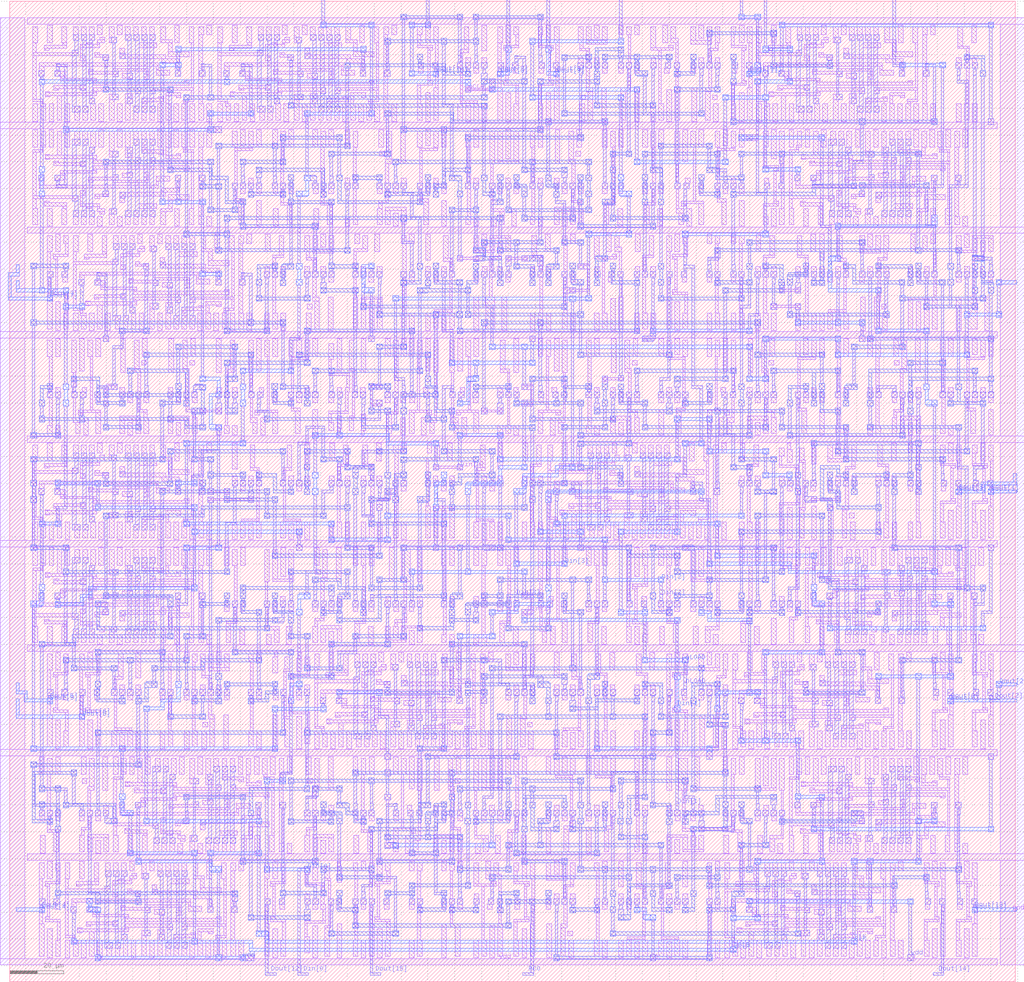
<source format=lef>
VERSION 5.7 ;
  NOWIREEXTENSIONATPIN ON ;
  DIVIDERCHAR "/" ;
  BUSBITCHARS "[]" ;
MACRO counter16
  CLASS BLOCK ;
  FOREIGN counter16 ;
  ORIGIN 6.000 6.000 ;
  SIZE 375.000 BY 366.000 ;
  PIN gnd
    USE GROUND ;
    PORT
      LAYER metal1 ;
        RECT 0.600 351.300 372.450 353.700 ;
        RECT 363.450 275.700 372.450 351.300 ;
        RECT 0.600 273.300 372.450 275.700 ;
        RECT 363.450 197.700 372.450 273.300 ;
        RECT 0.600 195.300 372.450 197.700 ;
        RECT 363.450 119.700 372.450 195.300 ;
        RECT 0.600 117.300 372.450 119.700 ;
        RECT 363.450 41.700 372.450 117.300 ;
        RECT 0.600 39.300 372.450 41.700 ;
        RECT 363.450 0.300 372.450 39.300 ;
    END
  END gnd
  PIN vdd
    USE POWER ;
    PORT
      LAYER metal1 ;
        RECT -9.450 314.700 -0.450 353.700 ;
        RECT 358.950 314.700 361.050 316.050 ;
        RECT -9.450 312.300 362.400 314.700 ;
        RECT -9.450 236.700 -0.450 312.300 ;
        RECT 70.950 310.950 73.050 312.300 ;
        RECT 272.550 310.050 273.450 312.300 ;
        RECT 268.950 308.550 273.450 310.050 ;
        RECT 268.950 307.950 273.000 308.550 ;
        RECT 277.950 246.450 280.050 247.050 ;
        RECT 286.950 246.450 289.050 247.050 ;
        RECT 277.950 245.550 289.050 246.450 ;
        RECT 277.950 244.950 280.050 245.550 ;
        RECT 286.950 244.950 289.050 245.550 ;
        RECT -9.450 234.300 362.400 236.700 ;
        RECT -9.450 158.700 -0.450 234.300 ;
        RECT 28.950 232.950 31.050 234.300 ;
        RECT 127.950 232.950 130.050 234.300 ;
        RECT 187.950 232.950 190.050 234.300 ;
        RECT 229.950 232.950 232.050 234.300 ;
        RECT 310.950 232.950 313.050 234.300 ;
        RECT -9.450 156.300 362.400 158.700 ;
        RECT -9.450 80.700 -0.450 156.300 ;
        RECT 100.950 154.950 103.050 156.300 ;
        RECT 151.950 154.950 154.050 156.300 ;
        RECT 172.950 154.950 175.050 156.300 ;
        RECT 205.950 154.950 208.050 156.300 ;
        RECT 244.950 154.950 247.050 156.300 ;
        RECT 358.950 154.950 361.050 156.300 ;
        RECT -9.450 78.300 362.400 80.700 ;
        RECT -9.450 2.700 -0.450 78.300 ;
        RECT 133.950 76.950 136.050 78.300 ;
        RECT 253.950 76.950 256.050 78.300 ;
        RECT 358.950 76.950 361.050 78.300 ;
        RECT 134.550 73.050 135.450 76.950 ;
        RECT 133.950 70.950 136.050 73.050 ;
        RECT 133.950 61.950 136.050 64.050 ;
        RECT 134.550 45.900 135.450 61.950 ;
        RECT 133.950 43.800 136.050 45.900 ;
        RECT 82.950 2.700 85.500 4.050 ;
        RECT 232.950 2.700 235.500 4.050 ;
        RECT 328.950 2.700 331.500 4.050 ;
        RECT -9.450 0.300 362.400 2.700 ;
      LAYER metal2 ;
        RECT 280.950 349.950 283.050 352.050 ;
        RECT 358.950 349.950 361.050 352.050 ;
        RECT 281.400 336.600 282.450 349.950 ;
        RECT 11.400 336.450 12.600 336.600 ;
        RECT 80.400 336.450 81.600 336.600 ;
        RECT 11.400 335.400 15.450 336.450 ;
        RECT 11.400 334.350 12.600 335.400 ;
        RECT 14.400 313.050 15.450 335.400 ;
        RECT 80.400 335.400 84.450 336.450 ;
        RECT 80.400 334.350 81.600 335.400 ;
        RECT 83.400 319.050 84.450 335.400 ;
        RECT 281.400 334.350 282.600 336.600 ;
        RECT 67.950 316.950 70.050 319.050 ;
        RECT 82.950 316.950 85.050 319.050 ;
        RECT 68.400 313.050 69.450 316.950 ;
        RECT 359.400 316.050 360.450 349.950 ;
        RECT 358.950 313.950 361.050 316.050 ;
        RECT 13.950 310.950 16.050 313.050 ;
        RECT 67.950 310.950 73.050 313.050 ;
        RECT 11.400 291.450 12.600 292.650 ;
        RECT 14.400 291.450 15.450 310.950 ;
        RECT 265.950 307.950 271.050 310.050 ;
        RECT 295.950 307.950 298.050 310.050 ;
        RECT 11.400 290.400 15.450 291.450 ;
        RECT 293.400 291.450 294.600 292.650 ;
        RECT 296.400 291.450 297.450 307.950 ;
        RECT 293.400 290.400 297.450 291.450 ;
        RECT 296.400 276.450 297.450 290.400 ;
        RECT 296.400 275.400 300.450 276.450 ;
        RECT 127.950 260.100 130.050 262.200 ;
        RECT 299.400 261.600 300.450 275.400 ;
        RECT 128.400 259.350 129.600 260.100 ;
        RECT 299.400 259.350 300.600 261.600 ;
        RECT 26.400 258.450 27.600 258.600 ;
        RECT 26.400 257.400 30.450 258.450 ;
        RECT 26.400 256.350 27.600 257.400 ;
        RECT 29.400 235.050 30.450 257.400 ;
        RECT 155.400 254.400 156.600 256.650 ;
        RECT 233.400 254.400 234.600 256.650 ;
        RECT 272.400 254.400 273.600 256.650 ;
        RECT 278.400 254.400 279.600 256.650 ;
        RECT 302.400 254.400 303.600 256.650 ;
        RECT 127.950 250.950 130.050 253.050 ;
        RECT 128.400 235.050 129.450 250.950 ;
        RECT 155.400 237.450 156.450 254.400 ;
        RECT 233.400 238.050 234.450 254.400 ;
        RECT 272.400 243.450 273.450 254.400 ;
        RECT 278.400 247.050 279.450 254.400 ;
        RECT 277.950 244.950 280.050 247.050 ;
        RECT 286.950 244.950 289.050 247.050 ;
        RECT 269.400 242.400 273.450 243.450 ;
        RECT 269.400 238.050 270.450 242.400 ;
        RECT 287.400 241.050 288.450 244.950 ;
        RECT 302.400 241.050 303.450 254.400 ;
        RECT 286.950 238.950 289.050 241.050 ;
        RECT 301.950 238.950 304.050 241.050 ;
        RECT 310.950 238.950 313.050 241.050 ;
        RECT 155.400 236.400 159.450 237.450 ;
        RECT 28.950 232.950 31.050 235.050 ;
        RECT 127.950 232.950 130.050 235.050 ;
        RECT 158.400 226.050 159.450 236.400 ;
        RECT 232.950 235.050 235.050 238.050 ;
        RECT 268.950 235.950 271.050 238.050 ;
        RECT 311.400 235.050 312.450 238.950 ;
        RECT 187.950 232.950 190.050 235.050 ;
        RECT 229.950 234.000 235.050 235.050 ;
        RECT 229.950 233.400 234.450 234.000 ;
        RECT 229.950 232.950 234.000 233.400 ;
        RECT 310.950 232.950 313.050 235.050 ;
        RECT 188.400 226.050 189.450 232.950 ;
        RECT 157.950 223.950 160.050 226.050 ;
        RECT 166.950 223.950 169.050 226.050 ;
        RECT 187.950 223.950 190.050 226.050 ;
        RECT 167.400 220.200 168.450 223.950 ;
        RECT 166.950 218.100 169.050 220.200 ;
        RECT 161.400 210.900 162.600 211.650 ;
        RECT 160.950 208.800 163.050 210.900 ;
        RECT 154.950 182.100 157.050 184.200 ;
        RECT 155.400 181.350 156.600 182.100 ;
        RECT 10.950 179.100 13.050 181.200 ;
        RECT 11.400 178.350 12.600 179.100 ;
        RECT 25.800 178.950 27.900 181.050 ;
        RECT 203.400 180.450 204.600 180.600 ;
        RECT 203.400 179.400 207.450 180.450 ;
        RECT 26.400 172.050 27.450 178.950 ;
        RECT 170.400 176.400 171.600 178.650 ;
        RECT 191.400 176.400 192.600 178.650 ;
        RECT 203.400 178.350 204.600 179.400 ;
        RECT 25.950 169.950 28.050 172.050 ;
        RECT 61.950 169.950 64.050 172.050 ;
        RECT 151.950 169.950 154.050 172.050 ;
        RECT 62.400 163.050 63.450 169.950 ;
        RECT 61.950 160.950 64.050 163.050 ;
        RECT 100.950 160.950 103.050 163.050 ;
        RECT 62.400 142.050 63.450 160.950 ;
        RECT 101.400 157.050 102.450 160.950 ;
        RECT 152.400 157.050 153.450 169.950 ;
        RECT 170.400 157.050 171.450 176.400 ;
        RECT 191.400 163.050 192.450 176.400 ;
        RECT 206.400 163.050 207.450 179.400 ;
        RECT 190.950 160.950 193.050 163.050 ;
        RECT 205.950 160.950 208.050 163.050 ;
        RECT 206.400 157.050 207.450 160.950 ;
        RECT 100.950 154.950 103.050 157.050 ;
        RECT 151.950 154.950 154.050 157.050 ;
        RECT 170.400 155.400 175.050 157.050 ;
        RECT 171.000 154.950 175.050 155.400 ;
        RECT 205.950 154.950 208.050 157.050 ;
        RECT 244.950 156.450 249.000 157.050 ;
        RECT 244.950 154.950 249.450 156.450 ;
        RECT 358.950 154.950 361.050 157.050 ;
        RECT 61.950 139.950 64.050 142.050 ;
        RECT 248.400 138.600 249.450 154.950 ;
        RECT 11.400 135.900 12.600 136.650 ;
        RECT 248.400 136.350 249.600 138.600 ;
        RECT 10.950 133.800 13.050 135.900 ;
        RECT 299.400 134.400 300.600 136.650 ;
        RECT 251.400 132.900 252.600 133.650 ;
        RECT 250.950 130.800 253.050 132.900 ;
        RECT 268.950 127.650 271.050 129.750 ;
        RECT 115.950 101.100 118.050 103.200 ;
        RECT 269.400 103.050 270.450 127.650 ;
        RECT 299.400 127.050 300.450 134.400 ;
        RECT 359.400 132.450 360.450 154.950 ;
        RECT 356.400 131.400 360.450 132.450 ;
        RECT 356.400 127.050 357.450 131.400 ;
        RECT 298.950 124.950 301.050 127.050 ;
        RECT 355.950 124.950 358.050 127.050 ;
        RECT 116.400 100.350 117.600 101.100 ;
        RECT 130.800 100.950 132.900 103.050 ;
        RECT 268.950 100.950 271.050 103.050 ;
        RECT 271.950 101.100 274.050 103.200 ;
        RECT 131.400 93.450 132.450 100.950 ;
        RECT 212.400 98.400 213.600 100.650 ;
        RECT 272.400 100.350 273.600 101.100 ;
        RECT 131.400 92.400 135.450 93.450 ;
        RECT 134.400 79.050 135.450 92.400 ;
        RECT 212.400 82.050 213.450 98.400 ;
        RECT 256.950 94.950 259.050 97.050 ;
        RECT 211.950 79.950 214.050 82.050 ;
        RECT 253.950 81.450 256.050 82.050 ;
        RECT 257.400 81.450 258.450 94.950 ;
        RECT 253.950 80.400 258.450 81.450 ;
        RECT 133.950 76.950 136.050 79.050 ;
        RECT 253.950 76.950 256.050 80.400 ;
        RECT 358.950 76.950 361.050 79.050 ;
        RECT 133.950 70.950 136.050 73.050 ;
        RECT 134.400 64.050 135.450 70.950 ;
        RECT 133.950 61.950 136.050 64.050 ;
        RECT 41.400 56.400 42.600 58.650 ;
        RECT 293.400 56.400 294.600 58.650 ;
        RECT 41.400 40.050 42.450 56.400 ;
        RECT 173.400 53.400 174.600 55.650 ;
        RECT 173.400 46.050 174.450 53.400 ;
        RECT 293.400 52.050 294.450 56.400 ;
        RECT 359.400 52.050 360.450 76.950 ;
        RECT 292.950 49.950 295.050 52.050 ;
        RECT 358.950 49.950 361.050 52.050 ;
        RECT 135.000 45.900 138.000 46.050 ;
        RECT 133.950 43.950 139.050 45.900 ;
        RECT 172.950 43.950 175.050 46.050 ;
        RECT 133.950 43.800 136.050 43.950 ;
        RECT 136.950 43.800 139.050 43.950 ;
        RECT 40.950 37.950 43.050 40.050 ;
        RECT 70.950 34.950 73.050 37.050 ;
        RECT 22.800 23.100 24.900 25.200 ;
        RECT 23.400 22.350 24.600 23.100 ;
        RECT 25.950 19.800 28.050 21.900 ;
        RECT 26.400 4.050 27.450 19.800 ;
        RECT 71.400 4.050 72.450 34.950 ;
        RECT 268.950 23.100 271.050 25.200 ;
        RECT 227.400 21.900 228.600 22.650 ;
        RECT 269.400 22.350 270.600 23.100 ;
        RECT 328.950 22.950 331.050 25.050 ;
        RECT 226.950 19.800 229.050 21.900 ;
        RECT 232.950 16.950 235.050 19.050 ;
        RECT 233.400 4.050 234.450 16.950 ;
        RECT 329.400 4.050 330.450 22.950 ;
        RECT 25.950 1.950 28.050 4.050 ;
        RECT 70.950 1.950 73.050 4.050 ;
        RECT 79.950 1.950 85.050 4.050 ;
        RECT 232.950 1.950 235.050 4.050 ;
        RECT 328.950 1.950 331.050 4.050 ;
      LAYER metal3 ;
        RECT 280.950 351.600 283.050 352.050 ;
        RECT 358.950 351.600 361.050 352.050 ;
        RECT 280.950 350.400 361.050 351.600 ;
        RECT 280.950 349.950 283.050 350.400 ;
        RECT 358.950 349.950 361.050 350.400 ;
        RECT 67.950 318.600 70.050 319.050 ;
        RECT 82.950 318.600 85.050 319.050 ;
        RECT 67.950 317.400 85.050 318.600 ;
        RECT 67.950 316.950 70.050 317.400 ;
        RECT 82.950 316.950 85.050 317.400 ;
        RECT 13.950 312.600 16.050 313.050 ;
        RECT 67.950 312.600 70.050 313.050 ;
        RECT 13.950 311.400 70.050 312.600 ;
        RECT 13.950 310.950 16.050 311.400 ;
        RECT 67.950 310.950 70.050 311.400 ;
        RECT 265.950 309.600 268.050 310.050 ;
        RECT 295.950 309.600 298.050 310.050 ;
        RECT 265.950 308.400 298.050 309.600 ;
        RECT 265.950 307.950 268.050 308.400 ;
        RECT 295.950 307.950 298.050 308.400 ;
        RECT 127.950 261.600 130.050 262.200 ;
        RECT 125.400 260.400 130.050 261.600 ;
        RECT 125.400 253.050 126.600 260.400 ;
        RECT 127.950 260.100 130.050 260.400 ;
        RECT 125.400 251.400 130.050 253.050 ;
        RECT 126.000 250.950 130.050 251.400 ;
        RECT 286.950 240.600 289.050 241.050 ;
        RECT 301.950 240.600 304.050 241.050 ;
        RECT 310.950 240.600 313.050 241.050 ;
        RECT 286.950 239.400 313.050 240.600 ;
        RECT 286.950 238.950 289.050 239.400 ;
        RECT 301.950 238.950 304.050 239.400 ;
        RECT 310.950 238.950 313.050 239.400 ;
        RECT 232.950 237.600 235.050 238.050 ;
        RECT 268.950 237.600 271.050 238.050 ;
        RECT 232.950 236.400 271.050 237.600 ;
        RECT 232.950 235.950 235.050 236.400 ;
        RECT 268.950 235.950 271.050 236.400 ;
        RECT 157.950 225.600 160.050 226.050 ;
        RECT 166.950 225.600 169.050 226.050 ;
        RECT 187.950 225.600 190.050 226.050 ;
        RECT 157.950 224.400 190.050 225.600 ;
        RECT 157.950 223.950 160.050 224.400 ;
        RECT 166.950 223.950 169.050 224.400 ;
        RECT 187.950 223.950 190.050 224.400 ;
        RECT 166.950 220.050 169.050 220.200 ;
        RECT 165.000 219.600 169.050 220.050 ;
        RECT 164.400 218.100 169.050 219.600 ;
        RECT 164.400 217.950 168.000 218.100 ;
        RECT 160.950 210.600 163.050 210.900 ;
        RECT 164.400 210.600 165.600 217.950 ;
        RECT 160.950 209.400 165.600 210.600 ;
        RECT 160.950 208.800 163.050 209.400 ;
        RECT 154.950 182.100 157.050 184.200 ;
        RECT 10.950 180.600 13.050 181.200 ;
        RECT 25.800 180.600 27.900 181.050 ;
        RECT 155.400 180.600 156.600 182.100 ;
        RECT 10.950 179.400 27.900 180.600 ;
        RECT 10.950 179.100 13.050 179.400 ;
        RECT 25.800 178.950 27.900 179.400 ;
        RECT 152.400 179.400 156.600 180.600 ;
        RECT 152.400 172.050 153.600 179.400 ;
        RECT 25.950 171.600 28.050 172.050 ;
        RECT 61.950 171.600 64.050 172.050 ;
        RECT 25.950 170.400 64.050 171.600 ;
        RECT 25.950 169.950 28.050 170.400 ;
        RECT 61.950 169.950 64.050 170.400 ;
        RECT 151.950 169.950 154.050 172.050 ;
        RECT 61.950 162.600 64.050 163.050 ;
        RECT 100.950 162.600 103.050 163.050 ;
        RECT 61.950 161.400 103.050 162.600 ;
        RECT 61.950 160.950 64.050 161.400 ;
        RECT 100.950 160.950 103.050 161.400 ;
        RECT 190.950 162.600 193.050 163.050 ;
        RECT 205.950 162.600 208.050 163.050 ;
        RECT 190.950 161.400 208.050 162.600 ;
        RECT 190.950 160.950 193.050 161.400 ;
        RECT 205.950 160.950 208.050 161.400 ;
        RECT 61.950 141.600 64.050 142.050 ;
        RECT 23.400 140.400 64.050 141.600 ;
        RECT 23.400 138.600 24.600 140.400 ;
        RECT 61.950 139.950 64.050 140.400 ;
        RECT 20.400 137.400 24.600 138.600 ;
        RECT 10.950 135.600 13.050 135.900 ;
        RECT 20.400 135.600 21.600 137.400 ;
        RECT 10.950 134.400 21.600 135.600 ;
        RECT 10.950 133.800 13.050 134.400 ;
        RECT 250.950 132.600 253.050 132.900 ;
        RECT 250.950 131.400 255.600 132.600 ;
        RECT 250.950 130.800 253.050 131.400 ;
        RECT 254.400 129.600 255.600 131.400 ;
        RECT 268.950 129.600 271.050 129.750 ;
        RECT 254.400 128.400 271.050 129.600 ;
        RECT 268.950 127.650 271.050 128.400 ;
        RECT 298.950 126.600 301.050 127.050 ;
        RECT 355.950 126.600 358.050 127.050 ;
        RECT 298.950 125.400 358.050 126.600 ;
        RECT 298.950 124.950 301.050 125.400 ;
        RECT 355.950 124.950 358.050 125.400 ;
        RECT 115.950 102.600 118.050 103.200 ;
        RECT 130.800 102.600 132.900 103.050 ;
        RECT 268.950 102.600 271.050 103.050 ;
        RECT 271.950 102.600 274.050 103.200 ;
        RECT 115.950 101.400 132.900 102.600 ;
        RECT 115.950 101.100 118.050 101.400 ;
        RECT 130.800 100.950 132.900 101.400 ;
        RECT 257.400 101.400 274.050 102.600 ;
        RECT 257.400 97.050 258.600 101.400 ;
        RECT 268.950 100.950 271.050 101.400 ;
        RECT 271.950 101.100 274.050 101.400 ;
        RECT 256.950 94.950 259.050 97.050 ;
        RECT 211.950 81.600 214.050 82.050 ;
        RECT 253.950 81.600 256.050 82.050 ;
        RECT 211.950 80.400 256.050 81.600 ;
        RECT 211.950 79.950 214.050 80.400 ;
        RECT 253.950 79.950 256.050 80.400 ;
        RECT 292.950 51.600 295.050 52.050 ;
        RECT 358.950 51.600 361.050 52.050 ;
        RECT 292.950 50.400 361.050 51.600 ;
        RECT 292.950 49.950 295.050 50.400 ;
        RECT 358.950 49.950 361.050 50.400 ;
        RECT 136.950 45.600 139.050 45.900 ;
        RECT 172.950 45.600 175.050 46.050 ;
        RECT 136.950 44.400 175.050 45.600 ;
        RECT 136.950 43.800 139.050 44.400 ;
        RECT 172.950 43.950 175.050 44.400 ;
        RECT 40.950 39.600 43.050 40.050 ;
        RECT 40.950 38.400 69.600 39.600 ;
        RECT 40.950 37.950 43.050 38.400 ;
        RECT 68.400 37.050 69.600 38.400 ;
        RECT 68.400 35.400 73.050 37.050 ;
        RECT 69.000 34.950 73.050 35.400 ;
        RECT 22.800 23.100 24.900 25.200 ;
        RECT 268.950 24.600 271.050 25.200 ;
        RECT 328.950 24.600 331.050 25.050 ;
        RECT 268.950 23.400 331.050 24.600 ;
        RECT 268.950 23.100 271.050 23.400 ;
        RECT 23.400 22.050 24.600 23.100 ;
        RECT 328.950 22.950 331.050 23.400 ;
        RECT 23.400 21.900 27.000 22.050 ;
        RECT 23.400 20.400 28.050 21.900 ;
        RECT 24.000 19.950 28.050 20.400 ;
        RECT 25.950 19.800 28.050 19.950 ;
        RECT 226.950 21.600 229.050 21.900 ;
        RECT 226.950 20.400 231.600 21.600 ;
        RECT 226.950 19.800 229.050 20.400 ;
        RECT 230.400 19.050 231.600 20.400 ;
        RECT 230.400 17.400 235.050 19.050 ;
        RECT 231.000 16.950 235.050 17.400 ;
        RECT 25.950 3.600 28.050 4.050 ;
        RECT 70.950 3.600 73.050 4.050 ;
        RECT 79.950 3.600 82.050 4.050 ;
        RECT 25.950 2.400 82.050 3.600 ;
        RECT 25.950 1.950 28.050 2.400 ;
        RECT 70.950 1.950 73.050 2.400 ;
        RECT 79.950 1.950 82.050 2.400 ;
    END
  END vdd
  PIN CLK
    PORT
      LAYER metal2 ;
        RECT 55.950 340.950 58.050 343.050 ;
        RECT 124.950 340.950 127.050 343.050 ;
        RECT 56.400 337.200 57.450 340.950 ;
        RECT 49.950 335.100 52.050 337.200 ;
        RECT 55.950 335.100 58.050 337.200 ;
        RECT 125.400 336.600 126.450 340.950 ;
        RECT 50.400 286.050 51.450 335.100 ;
        RECT 56.400 334.350 57.600 335.100 ;
        RECT 125.400 334.350 126.600 336.600 ;
        RECT 323.400 336.450 324.450 360.450 ;
        RECT 325.950 336.450 328.050 337.200 ;
        RECT 323.400 335.400 328.050 336.450 ;
        RECT 325.950 335.100 328.050 335.400 ;
        RECT 340.950 335.100 343.050 337.200 ;
        RECT 326.400 334.350 327.600 335.100 ;
        RECT 56.400 290.400 57.600 292.650 ;
        RECT 338.400 291.450 339.600 292.650 ;
        RECT 341.400 291.450 342.450 335.100 ;
        RECT 338.400 290.400 342.450 291.450 ;
        RECT 56.400 286.050 57.450 290.400 ;
        RECT 49.950 283.950 52.050 286.050 ;
        RECT 55.950 283.950 58.050 286.050 ;
        RECT 64.950 283.950 67.050 286.050 ;
        RECT 65.400 259.200 66.450 283.950 ;
        RECT 338.400 280.050 339.450 290.400 ;
        RECT 337.950 277.950 340.050 280.050 ;
        RECT 301.950 274.950 304.050 277.050 ;
        RECT 302.400 265.050 303.450 274.950 ;
        RECT 301.950 262.950 304.050 265.050 ;
        RECT 64.950 257.100 67.050 259.200 ;
        RECT 70.950 257.100 73.050 259.200 ;
        RECT 65.400 220.050 66.450 257.100 ;
        RECT 71.400 256.350 72.600 257.100 ;
        RECT 316.950 250.950 319.050 253.050 ;
        RECT 317.400 238.050 318.450 250.950 ;
        RECT 316.950 235.950 319.050 238.050 ;
        RECT 334.950 235.950 337.050 238.050 ;
        RECT 64.950 217.950 67.050 220.050 ;
        RECT 335.400 217.050 336.450 235.950 ;
        RECT 334.950 214.950 337.050 217.050 ;
        RECT 337.950 208.950 340.050 211.050 ;
        RECT 70.950 199.950 73.050 202.050 ;
        RECT 71.400 192.450 72.450 199.950 ;
        RECT 65.400 191.400 72.450 192.450 ;
        RECT 65.400 183.450 66.450 191.400 ;
        RECT 62.400 183.000 66.450 183.450 ;
        RECT 61.950 182.400 66.450 183.000 ;
        RECT 61.950 181.200 64.050 182.400 ;
        RECT 55.950 179.100 58.050 181.200 ;
        RECT 61.800 180.000 64.050 181.200 ;
        RECT 61.800 179.100 63.900 180.000 ;
        RECT 56.400 178.350 57.600 179.100 ;
        RECT 71.400 157.050 72.450 191.400 ;
        RECT 248.400 180.450 249.600 180.600 ;
        RECT 248.400 179.400 252.450 180.450 ;
        RECT 248.400 178.350 249.600 179.400 ;
        RECT 251.400 178.050 252.450 179.400 ;
        RECT 250.950 175.950 253.050 178.050 ;
        RECT 193.950 172.950 196.050 175.050 ;
        RECT 251.400 174.450 252.450 175.950 ;
        RECT 251.400 173.400 255.450 174.450 ;
        RECT 58.950 154.950 61.050 157.050 ;
        RECT 70.950 154.950 73.050 157.050 ;
        RECT 56.400 135.450 57.600 136.650 ;
        RECT 59.400 135.450 60.450 154.950 ;
        RECT 194.400 142.050 195.450 172.950 ;
        RECT 254.400 151.050 255.450 173.400 ;
        RECT 253.950 148.950 256.050 151.050 ;
        RECT 338.400 148.050 339.450 208.950 ;
        RECT 337.950 145.950 340.050 148.050 ;
        RECT 193.950 139.950 196.050 142.050 ;
        RECT 338.400 136.050 339.450 145.950 ;
        RECT 56.400 134.400 60.450 135.450 ;
        RECT 56.400 106.050 57.450 134.400 ;
        RECT 337.950 133.950 340.050 136.050 ;
        RECT 344.400 135.900 345.600 136.650 ;
        RECT 343.950 133.800 346.050 135.900 ;
        RECT 172.950 130.950 175.050 133.050 ;
        RECT 173.400 124.050 174.450 130.950 ;
        RECT 160.950 121.950 163.050 124.050 ;
        RECT 172.950 121.950 175.050 124.050 ;
        RECT 55.950 103.950 58.050 106.050 ;
        RECT 161.400 102.600 162.450 121.950 ;
        RECT 344.400 109.050 345.450 133.800 ;
        RECT 316.950 106.950 319.050 109.050 ;
        RECT 331.950 106.950 334.050 109.050 ;
        RECT 343.950 106.950 346.050 109.050 ;
        RECT 317.400 102.600 318.450 106.950 ;
        RECT 161.400 100.350 162.600 102.600 ;
        RECT 317.400 100.350 318.600 102.600 ;
        RECT 43.950 94.950 46.050 97.050 ;
        RECT 44.400 55.050 45.450 94.950 ;
        RECT 86.400 56.400 87.600 58.650 ;
        RECT 86.400 55.050 87.450 56.400 ;
        RECT 332.400 55.050 333.450 106.950 ;
        RECT 338.400 57.000 339.600 58.650 ;
        RECT 43.950 52.950 46.050 55.050 ;
        RECT 85.950 52.950 88.050 55.050 ;
        RECT 331.950 52.950 334.050 55.050 ;
        RECT 337.950 52.950 340.050 57.000 ;
        RECT 86.400 43.050 87.450 52.950 ;
        RECT 67.950 40.950 70.050 43.050 ;
        RECT 85.950 40.950 88.050 43.050 ;
        RECT 68.400 24.600 69.450 40.950 ;
        RECT 68.400 22.350 69.600 24.600 ;
        RECT 86.400 13.050 87.450 40.950 ;
        RECT 332.400 40.050 333.450 52.950 ;
        RECT 307.950 37.950 310.050 40.050 ;
        RECT 313.950 37.950 316.050 40.050 ;
        RECT 331.950 37.950 334.050 40.050 ;
        RECT 85.950 10.950 88.050 13.050 ;
        RECT 308.400 10.050 309.450 37.950 ;
        RECT 314.400 24.600 315.450 37.950 ;
        RECT 314.400 22.350 315.600 24.600 ;
        RECT 307.950 7.950 310.050 10.050 ;
      LAYER metal3 ;
        RECT 55.950 342.600 58.050 343.050 ;
        RECT 124.950 342.600 127.050 343.050 ;
        RECT 55.950 341.400 127.050 342.600 ;
        RECT 55.950 340.950 58.050 341.400 ;
        RECT 124.950 340.950 127.050 341.400 ;
        RECT 49.950 336.750 52.050 337.200 ;
        RECT 55.950 336.750 58.050 337.200 ;
        RECT 49.950 335.550 58.050 336.750 ;
        RECT 49.950 335.100 52.050 335.550 ;
        RECT 55.950 335.100 58.050 335.550 ;
        RECT 325.950 336.750 328.050 337.200 ;
        RECT 340.950 336.750 343.050 337.200 ;
        RECT 325.950 335.550 343.050 336.750 ;
        RECT 325.950 335.100 328.050 335.550 ;
        RECT 340.950 335.100 343.050 335.550 ;
        RECT 49.950 285.600 52.050 286.050 ;
        RECT 55.950 285.600 58.050 286.050 ;
        RECT 64.950 285.600 67.050 286.050 ;
        RECT 49.950 284.400 67.050 285.600 ;
        RECT 49.950 283.950 52.050 284.400 ;
        RECT 55.950 283.950 58.050 284.400 ;
        RECT 64.950 283.950 67.050 284.400 ;
        RECT 301.950 276.600 304.050 277.050 ;
        RECT 337.950 276.600 340.050 280.050 ;
        RECT 301.950 276.000 340.050 276.600 ;
        RECT 301.950 275.400 339.600 276.000 ;
        RECT 301.950 274.950 304.050 275.400 ;
        RECT 300.000 264.600 304.050 265.050 ;
        RECT 299.400 262.950 304.050 264.600 ;
        RECT 64.950 258.750 67.050 259.200 ;
        RECT 70.950 258.750 73.050 259.200 ;
        RECT 64.950 257.550 73.050 258.750 ;
        RECT 64.950 257.100 67.050 257.550 ;
        RECT 70.950 257.100 73.050 257.550 ;
        RECT 299.400 252.600 300.600 262.950 ;
        RECT 316.950 252.600 319.050 253.050 ;
        RECT 299.400 251.400 319.050 252.600 ;
        RECT 316.950 250.950 319.050 251.400 ;
        RECT 316.950 237.600 319.050 238.050 ;
        RECT 334.950 237.600 337.050 238.050 ;
        RECT 316.950 236.400 337.050 237.600 ;
        RECT 316.950 235.950 319.050 236.400 ;
        RECT 334.950 235.950 337.050 236.400 ;
        RECT 64.950 219.600 67.050 220.050 ;
        RECT 64.950 218.400 72.600 219.600 ;
        RECT 64.950 217.950 67.050 218.400 ;
        RECT 71.400 213.600 72.600 218.400 ;
        RECT 334.950 214.950 337.050 217.050 ;
        RECT 68.400 212.400 72.600 213.600 ;
        RECT 68.400 202.050 69.600 212.400 ;
        RECT 335.400 211.050 336.600 214.950 ;
        RECT 335.400 209.400 340.050 211.050 ;
        RECT 336.000 208.950 340.050 209.400 ;
        RECT 68.400 200.400 73.050 202.050 ;
        RECT 69.000 199.950 73.050 200.400 ;
        RECT 55.950 180.750 58.050 181.200 ;
        RECT 61.800 180.750 63.900 181.200 ;
        RECT 55.950 179.550 63.900 180.750 ;
        RECT 55.950 179.100 58.050 179.550 ;
        RECT 61.800 179.100 63.900 179.550 ;
        RECT 250.950 177.600 253.050 178.050 ;
        RECT 194.400 177.000 253.050 177.600 ;
        RECT 193.950 176.400 253.050 177.000 ;
        RECT 193.950 172.950 196.050 176.400 ;
        RECT 250.950 175.950 253.050 176.400 ;
        RECT 58.950 156.600 61.050 157.050 ;
        RECT 70.950 156.600 73.050 157.050 ;
        RECT 58.950 155.400 73.050 156.600 ;
        RECT 58.950 154.950 61.050 155.400 ;
        RECT 70.950 154.950 73.050 155.400 ;
        RECT 253.950 150.600 256.050 151.050 ;
        RECT 253.950 149.400 285.600 150.600 ;
        RECT 253.950 148.950 256.050 149.400 ;
        RECT 284.400 147.600 285.600 149.400 ;
        RECT 337.950 147.600 340.050 148.050 ;
        RECT 284.400 146.400 340.050 147.600 ;
        RECT 337.950 145.950 340.050 146.400 ;
        RECT 193.950 139.950 196.050 142.050 ;
        RECT 194.400 135.600 195.600 139.950 ;
        RECT 182.400 134.400 195.600 135.600 ;
        RECT 337.950 135.600 340.050 136.050 ;
        RECT 343.950 135.600 346.050 135.900 ;
        RECT 337.950 134.400 346.050 135.600 ;
        RECT 172.950 132.600 175.050 133.050 ;
        RECT 182.400 132.600 183.600 134.400 ;
        RECT 337.950 133.950 340.050 134.400 ;
        RECT 343.950 133.800 346.050 134.400 ;
        RECT 172.950 131.400 183.600 132.600 ;
        RECT 172.950 130.950 175.050 131.400 ;
        RECT 160.950 123.600 163.050 124.050 ;
        RECT 172.950 123.600 175.050 124.050 ;
        RECT 160.950 122.400 175.050 123.600 ;
        RECT 160.950 121.950 163.050 122.400 ;
        RECT 172.950 121.950 175.050 122.400 ;
        RECT 316.950 108.600 319.050 109.050 ;
        RECT 331.950 108.600 334.050 109.050 ;
        RECT 343.950 108.600 346.050 109.050 ;
        RECT 316.950 107.400 346.050 108.600 ;
        RECT 316.950 106.950 319.050 107.400 ;
        RECT 331.950 106.950 334.050 107.400 ;
        RECT 343.950 106.950 346.050 107.400 ;
        RECT 55.950 103.950 58.050 106.050 ;
        RECT 56.400 99.600 57.600 103.950 ;
        RECT 50.400 98.400 57.600 99.600 ;
        RECT 43.950 96.600 46.050 97.050 ;
        RECT 50.400 96.600 51.600 98.400 ;
        RECT 43.950 95.400 51.600 96.600 ;
        RECT 43.950 94.950 46.050 95.400 ;
        RECT 43.950 54.600 46.050 55.050 ;
        RECT 85.950 54.600 88.050 55.050 ;
        RECT 43.950 53.400 88.050 54.600 ;
        RECT 43.950 52.950 46.050 53.400 ;
        RECT 85.950 52.950 88.050 53.400 ;
        RECT 331.950 54.600 334.050 55.050 ;
        RECT 337.950 54.600 340.050 55.050 ;
        RECT 331.950 53.400 340.050 54.600 ;
        RECT 331.950 52.950 334.050 53.400 ;
        RECT 337.950 52.950 340.050 53.400 ;
        RECT 67.950 42.600 70.050 43.050 ;
        RECT 85.950 42.600 88.050 43.050 ;
        RECT 67.950 41.400 88.050 42.600 ;
        RECT 67.950 40.950 70.050 41.400 ;
        RECT 85.950 40.950 88.050 41.400 ;
        RECT 307.950 39.600 310.050 40.050 ;
        RECT 313.950 39.600 316.050 40.050 ;
        RECT 331.950 39.600 334.050 40.050 ;
        RECT 307.950 38.400 334.050 39.600 ;
        RECT 307.950 37.950 310.050 38.400 ;
        RECT 313.950 37.950 316.050 38.400 ;
        RECT 331.950 37.950 334.050 38.400 ;
        RECT 85.950 12.600 90.000 13.050 ;
        RECT 85.950 10.950 90.600 12.600 ;
        RECT 89.400 9.600 90.600 10.950 ;
        RECT 307.950 9.600 310.050 10.050 ;
        RECT 89.400 8.400 310.050 9.600 ;
        RECT 307.950 7.950 310.050 8.400 ;
    END
  END CLK
  PIN Din[3]
    PORT
      LAYER metal2 ;
        RECT 221.400 346.050 222.450 360.450 ;
        RECT 187.950 343.950 190.050 346.050 ;
        RECT 220.950 343.950 223.050 346.050 ;
        RECT 188.400 325.050 189.450 343.950 ;
        RECT 187.950 322.950 190.050 325.050 ;
        RECT 220.950 322.950 223.050 325.050 ;
        RECT 221.400 295.200 222.450 322.950 ;
        RECT 220.950 293.100 223.050 295.200 ;
        RECT 221.400 292.350 222.600 293.100 ;
        RECT 223.950 286.950 226.050 289.050 ;
        RECT 224.400 274.050 225.450 286.950 ;
        RECT 208.950 271.950 211.050 274.050 ;
        RECT 223.950 271.950 226.050 274.050 ;
        RECT 209.400 250.050 210.450 271.950 ;
        RECT 136.950 247.950 139.050 250.050 ;
        RECT 137.400 219.450 138.450 247.950 ;
        RECT 202.950 247.800 205.050 249.900 ;
        RECT 208.950 247.950 211.050 250.050 ;
        RECT 137.400 218.400 141.450 219.450 ;
        RECT 140.400 216.600 141.450 218.400 ;
        RECT 140.400 214.350 141.600 216.600 ;
        RECT 203.400 187.050 204.450 247.800 ;
        RECT 202.800 184.950 204.900 187.050 ;
        RECT 181.950 175.950 184.050 178.050 ;
        RECT 266.400 176.400 267.600 178.650 ;
        RECT 182.400 151.050 183.450 175.950 ;
        RECT 266.400 169.050 267.450 176.400 ;
        RECT 199.950 166.950 202.050 169.050 ;
        RECT 265.950 166.950 268.050 169.050 ;
        RECT 200.400 151.050 201.450 166.950 ;
        RECT 181.950 148.950 184.050 151.050 ;
        RECT 199.950 148.950 202.050 151.050 ;
        RECT 182.400 138.600 183.450 148.950 ;
        RECT 182.400 136.350 183.600 138.600 ;
      LAYER metal3 ;
        RECT 187.950 345.600 190.050 346.050 ;
        RECT 220.950 345.600 223.050 346.050 ;
        RECT 187.950 344.400 223.050 345.600 ;
        RECT 187.950 343.950 190.050 344.400 ;
        RECT 220.950 343.950 223.050 344.400 ;
        RECT 187.950 324.600 190.050 325.050 ;
        RECT 220.950 324.600 223.050 325.050 ;
        RECT 187.950 323.400 223.050 324.600 ;
        RECT 187.950 322.950 190.050 323.400 ;
        RECT 220.950 322.950 223.050 323.400 ;
        RECT 220.950 293.100 223.050 295.200 ;
        RECT 221.400 289.050 222.600 293.100 ;
        RECT 221.400 287.400 226.050 289.050 ;
        RECT 222.000 286.950 226.050 287.400 ;
        RECT 208.950 273.600 211.050 274.050 ;
        RECT 223.950 273.600 226.050 274.050 ;
        RECT 208.950 272.400 226.050 273.600 ;
        RECT 208.950 271.950 211.050 272.400 ;
        RECT 223.950 271.950 226.050 272.400 ;
        RECT 136.950 249.600 139.050 250.050 ;
        RECT 202.950 249.600 205.050 249.900 ;
        RECT 208.950 249.600 211.050 250.050 ;
        RECT 136.950 248.400 211.050 249.600 ;
        RECT 136.950 247.950 139.050 248.400 ;
        RECT 202.950 247.800 205.050 248.400 ;
        RECT 208.950 247.950 211.050 248.400 ;
        RECT 202.800 186.600 204.900 187.050 ;
        RECT 197.400 185.400 204.900 186.600 ;
        RECT 197.400 183.600 198.600 185.400 ;
        RECT 202.800 184.950 204.900 185.400 ;
        RECT 185.400 182.400 198.600 183.600 ;
        RECT 185.400 178.050 186.600 182.400 ;
        RECT 181.950 176.400 186.600 178.050 ;
        RECT 181.950 175.950 186.000 176.400 ;
        RECT 199.950 168.600 202.050 169.050 ;
        RECT 265.950 168.600 268.050 169.050 ;
        RECT 199.950 167.400 268.050 168.600 ;
        RECT 199.950 166.950 202.050 167.400 ;
        RECT 265.950 166.950 268.050 167.400 ;
        RECT 181.950 150.600 184.050 151.050 ;
        RECT 199.950 150.600 202.050 151.050 ;
        RECT 181.950 149.400 202.050 150.600 ;
        RECT 181.950 148.950 184.050 149.400 ;
        RECT 199.950 148.950 202.050 149.400 ;
    END
  END Din[3]
  PIN Din[2]
    PORT
      LAYER metal2 ;
        RECT 110.400 352.050 111.450 360.450 ;
        RECT 109.950 349.950 112.050 352.050 ;
        RECT 127.950 349.950 130.050 352.050 ;
        RECT 128.400 319.050 129.450 349.950 ;
        RECT 103.950 316.950 106.050 319.050 ;
        RECT 127.950 316.950 130.050 319.050 ;
        RECT 104.400 295.050 105.450 316.950 ;
        RECT 103.950 294.600 108.000 295.050 ;
        RECT 103.950 292.950 108.600 294.600 ;
        RECT 107.400 292.350 108.600 292.950 ;
        RECT 100.950 286.950 103.050 289.050 ;
        RECT 101.400 262.050 102.450 286.950 ;
        RECT 100.950 259.950 103.050 262.050 ;
        RECT 100.950 253.950 103.050 256.050 ;
        RECT 101.400 234.450 102.450 253.950 ;
        RECT 98.400 233.400 102.450 234.450 ;
        RECT 98.400 223.050 99.450 233.400 ;
        RECT 79.950 220.950 82.050 223.050 ;
        RECT 97.950 220.950 100.050 223.050 ;
        RECT 80.400 217.050 81.450 220.950 ;
        RECT 79.950 214.950 82.050 217.050 ;
        RECT 79.950 208.950 82.050 211.050 ;
        RECT 80.400 196.050 81.450 208.950 ;
        RECT 58.950 193.950 61.050 196.050 ;
        RECT 79.950 193.950 82.050 196.050 ;
        RECT 59.400 166.050 60.450 193.950 ;
        RECT 131.400 176.400 132.600 178.650 ;
        RECT 131.400 174.450 132.450 176.400 ;
        RECT 131.400 173.400 135.450 174.450 ;
        RECT 134.400 169.050 135.450 173.400 ;
        RECT 133.950 166.950 136.050 169.050 ;
        RECT 178.950 166.950 181.050 169.050 ;
        RECT 58.950 163.950 61.050 166.050 ;
        RECT 112.950 163.950 115.050 166.050 ;
        RECT 113.400 160.050 114.450 163.950 ;
        RECT 134.400 160.050 135.450 166.950 ;
        RECT 179.400 160.050 180.450 166.950 ;
        RECT 112.950 157.950 115.050 160.050 ;
        RECT 133.950 157.950 136.050 160.050 ;
        RECT 178.950 157.950 181.050 160.050 ;
        RECT 214.950 157.950 217.050 160.050 ;
        RECT 215.400 145.050 216.450 157.950 ;
        RECT 214.950 142.950 217.050 145.050 ;
        RECT 235.950 142.950 238.050 145.050 ;
        RECT 215.400 138.600 216.450 142.950 ;
        RECT 236.400 138.600 237.450 142.950 ;
        RECT 215.400 136.350 216.600 138.600 ;
        RECT 236.400 136.350 237.600 138.600 ;
      LAYER metal3 ;
        RECT 109.950 351.600 112.050 352.050 ;
        RECT 127.950 351.600 130.050 352.050 ;
        RECT 109.950 350.400 130.050 351.600 ;
        RECT 109.950 349.950 112.050 350.400 ;
        RECT 127.950 349.950 130.050 350.400 ;
        RECT 103.950 318.600 106.050 319.050 ;
        RECT 127.950 318.600 130.050 319.050 ;
        RECT 103.950 317.400 130.050 318.600 ;
        RECT 103.950 316.950 106.050 317.400 ;
        RECT 127.950 316.950 130.050 317.400 ;
        RECT 103.950 292.950 106.050 295.050 ;
        RECT 104.400 289.050 105.600 292.950 ;
        RECT 100.950 287.400 105.600 289.050 ;
        RECT 100.950 286.950 105.000 287.400 ;
        RECT 100.950 259.950 103.050 262.050 ;
        RECT 101.400 256.050 102.600 259.950 ;
        RECT 100.950 253.950 103.050 256.050 ;
        RECT 79.950 222.600 82.050 223.050 ;
        RECT 97.950 222.600 100.050 223.050 ;
        RECT 79.950 221.400 100.050 222.600 ;
        RECT 79.950 220.950 82.050 221.400 ;
        RECT 97.950 220.950 100.050 221.400 ;
        RECT 79.950 214.950 82.050 217.050 ;
        RECT 80.400 211.050 81.600 214.950 ;
        RECT 79.950 208.950 82.050 211.050 ;
        RECT 58.950 195.600 61.050 196.050 ;
        RECT 79.950 195.600 82.050 196.050 ;
        RECT 58.950 194.400 82.050 195.600 ;
        RECT 58.950 193.950 61.050 194.400 ;
        RECT 79.950 193.950 82.050 194.400 ;
        RECT 133.950 168.600 136.050 169.050 ;
        RECT 178.950 168.600 181.050 169.050 ;
        RECT 133.950 167.400 181.050 168.600 ;
        RECT 133.950 166.950 136.050 167.400 ;
        RECT 178.950 166.950 181.050 167.400 ;
        RECT 58.950 165.600 61.050 166.050 ;
        RECT 112.950 165.600 115.050 166.050 ;
        RECT 58.950 164.400 115.050 165.600 ;
        RECT 58.950 163.950 61.050 164.400 ;
        RECT 112.950 163.950 115.050 164.400 ;
        RECT 112.950 159.600 115.050 160.050 ;
        RECT 133.950 159.600 136.050 160.050 ;
        RECT 112.950 158.400 136.050 159.600 ;
        RECT 112.950 157.950 115.050 158.400 ;
        RECT 133.950 157.950 136.050 158.400 ;
        RECT 178.950 159.600 181.050 160.050 ;
        RECT 214.950 159.600 217.050 160.050 ;
        RECT 178.950 158.400 217.050 159.600 ;
        RECT 178.950 157.950 181.050 158.400 ;
        RECT 214.950 157.950 217.050 158.400 ;
        RECT 214.950 144.600 217.050 145.050 ;
        RECT 235.950 144.600 238.050 145.050 ;
        RECT 214.950 143.400 238.050 144.600 ;
        RECT 214.950 142.950 217.050 143.400 ;
        RECT 235.950 142.950 238.050 143.400 ;
    END
  END Din[2]
  PIN Din[1]
    PORT
      LAYER metal1 ;
        RECT 184.950 216.450 189.000 217.050 ;
        RECT 184.950 214.950 189.450 216.450 ;
        RECT 188.550 211.050 189.450 214.950 ;
        RECT 184.950 209.550 189.450 211.050 ;
        RECT 184.950 208.950 189.000 209.550 ;
        RECT 184.950 138.450 189.000 139.050 ;
        RECT 184.950 136.950 189.450 138.450 ;
        RECT 188.550 133.050 189.450 136.950 ;
        RECT 184.950 131.550 189.450 133.050 ;
        RECT 184.950 130.950 189.000 131.550 ;
      LAYER metal2 ;
        RECT 170.400 254.400 171.600 256.650 ;
        RECT 350.400 254.400 351.600 256.650 ;
        RECT 170.400 246.450 171.450 254.400 ;
        RECT 170.400 245.400 174.450 246.450 ;
        RECT 173.400 232.050 174.450 245.400 ;
        RECT 350.400 244.050 351.450 254.400 ;
        RECT 361.950 253.950 364.050 256.050 ;
        RECT 362.400 244.050 363.450 253.950 ;
        RECT 349.950 241.950 352.050 244.050 ;
        RECT 361.950 241.950 364.050 244.050 ;
        RECT 274.950 232.950 277.050 235.050 ;
        RECT 301.950 232.950 304.050 235.050 ;
        RECT 172.950 229.950 175.050 232.050 ;
        RECT 184.950 229.950 187.050 232.050 ;
        RECT 268.950 229.950 271.050 232.050 ;
        RECT 185.400 217.050 186.450 229.950 ;
        RECT 269.400 220.050 270.450 229.950 ;
        RECT 275.400 220.050 276.450 232.950 ;
        RECT 302.400 229.050 303.450 232.950 ;
        RECT 350.400 229.050 351.450 241.950 ;
        RECT 301.950 226.950 304.050 229.050 ;
        RECT 349.950 226.950 352.050 229.050 ;
        RECT 268.950 217.950 271.050 220.050 ;
        RECT 274.950 217.950 277.050 220.050 ;
        RECT 184.950 214.950 187.050 217.050 ;
        RECT 184.950 208.950 187.050 211.050 ;
        RECT 185.400 187.050 186.450 208.950 ;
        RECT 184.950 184.950 187.050 187.050 ;
        RECT 163.950 175.950 166.050 178.050 ;
        RECT 164.400 148.050 165.450 175.950 ;
        RECT 142.950 145.950 145.050 148.050 ;
        RECT 163.950 145.950 166.050 148.050 ;
        RECT 184.950 145.950 187.050 148.050 ;
        RECT 143.400 138.600 144.450 145.950 ;
        RECT 185.400 139.050 186.450 145.950 ;
        RECT 143.400 136.350 144.600 138.600 ;
        RECT 184.950 136.950 187.050 139.050 ;
        RECT 184.950 127.950 187.050 133.050 ;
        RECT 241.950 127.950 244.050 130.050 ;
        RECT 242.400 109.050 243.450 127.950 ;
        RECT 241.950 106.950 244.050 109.050 ;
        RECT 241.950 94.950 244.050 97.050 ;
        RECT 242.400 60.600 243.450 94.950 ;
        RECT 242.400 58.350 243.600 60.600 ;
      LAYER metal3 ;
        RECT 361.950 255.600 364.050 256.050 ;
        RECT 361.950 254.400 369.600 255.600 ;
        RECT 361.950 253.950 364.050 254.400 ;
        RECT 349.950 243.600 352.050 244.050 ;
        RECT 361.950 243.600 364.050 244.050 ;
        RECT 349.950 242.400 364.050 243.600 ;
        RECT 349.950 241.950 352.050 242.400 ;
        RECT 361.950 241.950 364.050 242.400 ;
        RECT 274.950 234.600 277.050 235.050 ;
        RECT 301.950 234.600 304.050 235.050 ;
        RECT 274.950 233.400 304.050 234.600 ;
        RECT 274.950 232.950 277.050 233.400 ;
        RECT 301.950 232.950 304.050 233.400 ;
        RECT 172.950 231.600 175.050 232.050 ;
        RECT 184.950 231.600 187.050 232.050 ;
        RECT 268.950 231.600 271.050 232.050 ;
        RECT 172.950 230.400 271.050 231.600 ;
        RECT 172.950 229.950 175.050 230.400 ;
        RECT 184.950 229.950 187.050 230.400 ;
        RECT 268.950 229.950 271.050 230.400 ;
        RECT 301.950 228.600 304.050 229.050 ;
        RECT 349.950 228.600 352.050 229.050 ;
        RECT 301.950 227.400 352.050 228.600 ;
        RECT 301.950 226.950 304.050 227.400 ;
        RECT 349.950 226.950 352.050 227.400 ;
        RECT 268.950 219.600 271.050 220.050 ;
        RECT 274.950 219.600 277.050 220.050 ;
        RECT 268.950 218.400 277.050 219.600 ;
        RECT 268.950 217.950 271.050 218.400 ;
        RECT 274.950 217.950 277.050 218.400 ;
        RECT 184.950 186.600 187.050 187.050 ;
        RECT 176.400 185.400 187.050 186.600 ;
        RECT 176.400 180.600 177.600 185.400 ;
        RECT 184.950 184.950 187.050 185.400 ;
        RECT 164.400 180.000 177.600 180.600 ;
        RECT 163.950 179.400 177.600 180.000 ;
        RECT 163.950 175.950 166.050 179.400 ;
        RECT 142.950 147.600 145.050 148.050 ;
        RECT 163.950 147.600 166.050 148.050 ;
        RECT 184.950 147.600 187.050 148.050 ;
        RECT 142.950 146.400 187.050 147.600 ;
        RECT 142.950 145.950 145.050 146.400 ;
        RECT 163.950 145.950 166.050 146.400 ;
        RECT 184.950 145.950 187.050 146.400 ;
        RECT 184.950 129.600 187.050 130.050 ;
        RECT 241.950 129.600 244.050 130.050 ;
        RECT 184.950 128.400 244.050 129.600 ;
        RECT 184.950 127.950 187.050 128.400 ;
        RECT 241.950 127.950 244.050 128.400 ;
        RECT 241.950 106.950 244.050 109.050 ;
        RECT 242.400 97.050 243.600 106.950 ;
        RECT 241.950 94.950 244.050 97.050 ;
    END
  END Din[1]
  PIN Din[0]
    PORT
      LAYER metal1 ;
        RECT 151.950 186.450 154.050 187.050 ;
        RECT 160.950 186.450 163.050 187.050 ;
        RECT 151.950 185.550 163.050 186.450 ;
        RECT 151.950 184.950 154.050 185.550 ;
        RECT 160.950 184.950 163.050 185.550 ;
      LAYER metal2 ;
        RECT 116.400 209.400 117.600 211.650 ;
        RECT 116.400 199.050 117.450 209.400 ;
        RECT 241.950 202.950 244.050 205.050 ;
        RECT 253.950 202.950 256.050 205.050 ;
        RECT 106.950 196.950 109.050 199.050 ;
        RECT 115.950 196.950 118.050 199.050 ;
        RECT 160.950 196.950 163.050 199.050 ;
        RECT 175.950 196.950 178.050 199.050 ;
        RECT 107.400 184.050 108.450 196.950 ;
        RECT 151.950 193.950 154.050 196.050 ;
        RECT 152.400 187.050 153.450 193.950 ;
        RECT 161.400 187.050 162.450 196.950 ;
        RECT 176.400 190.050 177.450 196.950 ;
        RECT 242.400 190.050 243.450 202.950 ;
        RECT 254.400 193.050 255.450 202.950 ;
        RECT 253.950 190.950 256.050 193.050 ;
        RECT 274.950 190.950 277.050 193.050 ;
        RECT 175.950 187.950 178.050 190.050 ;
        RECT 241.950 187.950 244.050 190.050 ;
        RECT 151.950 184.950 154.050 187.050 ;
        RECT 160.950 184.950 163.050 187.050 ;
        RECT 275.400 184.050 276.450 190.950 ;
        RECT 106.950 181.950 109.050 184.050 ;
        RECT 274.950 181.950 277.050 184.050 ;
        RECT 283.800 182.100 285.900 184.200 ;
        RECT 284.400 181.350 285.600 182.100 ;
        RECT 106.950 175.950 109.050 178.050 ;
        RECT 107.400 147.450 108.450 175.950 ;
        RECT 104.400 146.400 108.450 147.450 ;
        RECT 104.400 139.050 105.450 146.400 ;
        RECT 103.950 136.950 106.050 139.050 ;
        RECT 100.950 130.950 103.050 133.050 ;
        RECT 101.400 106.200 102.450 130.950 ;
        RECT 100.950 104.100 103.050 106.200 ;
        RECT 101.400 103.350 102.600 104.100 ;
        RECT 97.950 97.950 100.050 100.050 ;
        RECT 98.400 72.450 99.450 97.950 ;
        RECT 95.400 72.000 99.450 72.450 ;
        RECT 94.950 71.400 99.450 72.000 ;
        RECT 94.950 70.050 97.050 71.400 ;
        RECT 88.950 67.950 91.050 70.050 ;
        RECT 94.800 69.000 97.050 70.050 ;
        RECT 94.800 67.950 96.900 69.000 ;
        RECT 89.400 37.050 90.450 67.950 ;
        RECT 88.950 34.950 91.050 37.050 ;
        RECT 103.950 36.450 106.050 37.050 ;
        RECT 101.400 35.400 106.050 36.450 ;
        RECT 101.400 -2.550 102.450 35.400 ;
        RECT 103.950 34.950 106.050 35.400 ;
        RECT 104.400 30.450 105.450 34.950 ;
        RECT 104.400 29.400 108.450 30.450 ;
        RECT 107.400 27.600 108.450 29.400 ;
        RECT 107.400 25.350 108.600 27.600 ;
        RECT 101.400 -3.600 105.450 -2.550 ;
      LAYER metal3 ;
        RECT 241.950 204.600 244.050 205.050 ;
        RECT 253.950 204.600 256.050 205.050 ;
        RECT 241.950 203.400 256.050 204.600 ;
        RECT 241.950 202.950 244.050 203.400 ;
        RECT 253.950 202.950 256.050 203.400 ;
        RECT 106.950 198.600 109.050 199.050 ;
        RECT 115.950 198.600 118.050 199.050 ;
        RECT 160.950 198.600 163.050 199.050 ;
        RECT 175.950 198.600 178.050 199.050 ;
        RECT 106.950 197.400 135.600 198.600 ;
        RECT 106.950 196.950 109.050 197.400 ;
        RECT 115.950 196.950 118.050 197.400 ;
        RECT 134.400 195.600 135.600 197.400 ;
        RECT 160.950 197.400 178.050 198.600 ;
        RECT 160.950 196.950 163.050 197.400 ;
        RECT 175.950 196.950 178.050 197.400 ;
        RECT 151.950 195.600 154.050 196.050 ;
        RECT 134.400 194.400 154.050 195.600 ;
        RECT 151.950 193.950 154.050 194.400 ;
        RECT 253.950 192.600 256.050 193.050 ;
        RECT 274.950 192.600 277.050 193.050 ;
        RECT 253.950 191.400 277.050 192.600 ;
        RECT 253.950 190.950 256.050 191.400 ;
        RECT 274.950 190.950 277.050 191.400 ;
        RECT 175.950 189.600 178.050 190.050 ;
        RECT 241.950 189.600 244.050 190.050 ;
        RECT 175.950 188.400 244.050 189.600 ;
        RECT 175.950 187.950 178.050 188.400 ;
        RECT 241.950 187.950 244.050 188.400 ;
        RECT 106.950 181.950 109.050 184.050 ;
        RECT 274.950 183.600 277.050 184.050 ;
        RECT 283.800 183.600 285.900 184.200 ;
        RECT 274.950 182.400 285.900 183.600 ;
        RECT 274.950 181.950 277.050 182.400 ;
        RECT 283.800 182.100 285.900 182.400 ;
        RECT 107.400 178.050 108.600 181.950 ;
        RECT 106.950 175.950 109.050 178.050 ;
        RECT 102.000 138.600 106.050 139.050 ;
        RECT 101.400 136.950 106.050 138.600 ;
        RECT 101.400 133.050 102.600 136.950 ;
        RECT 100.950 130.950 103.050 133.050 ;
        RECT 100.950 105.600 103.050 106.200 ;
        RECT 98.400 104.400 103.050 105.600 ;
        RECT 98.400 100.050 99.600 104.400 ;
        RECT 100.950 104.100 103.050 104.400 ;
        RECT 97.950 97.950 100.050 100.050 ;
        RECT 88.950 69.600 91.050 70.050 ;
        RECT 94.800 69.600 96.900 70.050 ;
        RECT 88.950 68.400 96.900 69.600 ;
        RECT 88.950 67.950 91.050 68.400 ;
        RECT 94.800 67.950 96.900 68.400 ;
        RECT 88.950 36.600 91.050 37.050 ;
        RECT 103.950 36.600 106.050 37.050 ;
        RECT 88.950 35.400 106.050 36.600 ;
        RECT 88.950 34.950 91.050 35.400 ;
        RECT 103.950 34.950 106.050 35.400 ;
    END
  END Din[0]
  PIN Dout[15]
    PORT
      LAYER metal2 ;
        RECT 128.400 20.400 129.600 22.650 ;
        RECT 128.400 -2.550 129.450 20.400 ;
        RECT 128.400 -3.600 132.450 -2.550 ;
    END
  END Dout[15]
  PIN Dout[14]
    PORT
      LAYER metal2 ;
        RECT 341.400 20.400 342.600 22.650 ;
        RECT 341.400 -2.550 342.450 20.400 ;
        RECT 338.400 -3.600 342.450 -2.550 ;
    END
  END Dout[14]
  PIN Dout[13]
    PORT
      LAYER metal2 ;
        RECT 353.400 21.900 354.600 22.650 ;
        RECT 352.950 19.800 355.050 21.900 ;
      LAYER metal3 ;
        RECT 352.950 21.600 355.050 21.900 ;
        RECT 352.950 20.400 369.600 21.600 ;
        RECT 352.950 19.800 355.050 20.400 ;
    END
  END Dout[13]
  PIN Dout[12]
    PORT
      LAYER metal2 ;
        RECT 89.400 20.400 90.600 22.650 ;
        RECT 89.400 -2.550 90.450 20.400 ;
        RECT 89.400 -3.600 93.450 -2.550 ;
    END
  END Dout[12]
  PIN Dout[11]
    PORT
      LAYER metal2 ;
        RECT 266.400 355.050 267.450 360.450 ;
        RECT 265.950 352.950 268.050 355.050 ;
        RECT 271.950 352.950 274.050 355.050 ;
        RECT 272.400 337.050 273.450 352.950 ;
        RECT 271.950 334.950 274.050 337.050 ;
        RECT 269.400 333.900 270.600 334.650 ;
        RECT 268.950 331.800 271.050 333.900 ;
      LAYER metal3 ;
        RECT 265.950 354.600 268.050 355.050 ;
        RECT 271.950 354.600 274.050 355.050 ;
        RECT 265.950 353.400 274.050 354.600 ;
        RECT 265.950 352.950 268.050 353.400 ;
        RECT 271.950 352.950 274.050 353.400 ;
        RECT 268.950 333.600 271.050 333.900 ;
        RECT 271.950 333.600 274.050 337.050 ;
        RECT 268.950 333.000 274.050 333.600 ;
        RECT 268.950 332.400 273.600 333.000 ;
        RECT 268.950 331.800 271.050 332.400 ;
    END
  END Dout[11]
  PIN Dout[10]
    PORT
      LAYER metal2 ;
        RECT 149.400 352.050 150.450 360.450 ;
        RECT 142.950 349.950 145.050 352.050 ;
        RECT 148.950 349.950 151.050 352.050 ;
        RECT 143.400 334.050 144.450 349.950 ;
        RECT 142.950 331.950 145.050 334.050 ;
        RECT 152.400 333.900 153.600 334.650 ;
        RECT 151.950 331.800 154.050 333.900 ;
      LAYER metal3 ;
        RECT 142.950 351.600 145.050 352.050 ;
        RECT 148.950 351.600 151.050 352.050 ;
        RECT 142.950 350.400 151.050 351.600 ;
        RECT 142.950 349.950 145.050 350.400 ;
        RECT 148.950 349.950 151.050 350.400 ;
        RECT 142.950 333.600 145.050 334.050 ;
        RECT 151.950 333.600 154.050 333.900 ;
        RECT 142.950 332.400 154.050 333.600 ;
        RECT 142.950 331.950 145.050 332.400 ;
        RECT 151.950 331.800 154.050 332.400 ;
    END
  END Dout[10]
  PIN Dout[9]
    PORT
      LAYER metal2 ;
        RECT 194.400 343.050 195.450 360.450 ;
        RECT 193.950 340.950 196.050 343.050 ;
        RECT 197.400 333.900 198.600 334.650 ;
        RECT 196.950 331.800 199.050 333.900 ;
      LAYER metal3 ;
        RECT 193.950 340.950 196.050 343.050 ;
        RECT 194.400 333.600 195.600 340.950 ;
        RECT 196.950 333.600 199.050 333.900 ;
        RECT 194.400 332.400 199.050 333.600 ;
        RECT 196.950 331.800 199.050 332.400 ;
    END
  END Dout[9]
  PIN Dout[8]
    PORT
      LAYER metal2 ;
        RECT 179.400 343.050 180.450 360.450 ;
        RECT 178.950 340.950 181.050 343.050 ;
        RECT 176.400 333.900 177.600 334.650 ;
        RECT 175.950 331.800 178.050 333.900 ;
      LAYER metal3 ;
        RECT 178.950 340.950 181.050 343.050 ;
        RECT 175.950 333.600 178.050 333.900 ;
        RECT 179.400 333.600 180.600 340.950 ;
        RECT 175.950 332.400 180.600 333.600 ;
        RECT 175.950 331.800 178.050 332.400 ;
    END
  END Dout[8]
  PIN Dout[7]
    PORT
      LAYER metal2 ;
        RECT 8.400 254.400 9.600 256.650 ;
        RECT 8.400 250.050 9.450 254.400 ;
        RECT 7.950 247.950 10.050 250.050 ;
      LAYER metal3 ;
        RECT -3.600 258.600 -2.400 261.600 ;
        RECT -6.600 257.400 -2.400 258.600 ;
        RECT -6.600 249.600 -5.400 257.400 ;
        RECT 7.950 249.600 10.050 250.050 ;
        RECT -6.600 248.400 10.050 249.600 ;
        RECT 7.950 247.950 10.050 248.400 ;
    END
  END Dout[7]
  PIN Dout[6]
    PORT
      LAYER metal2 ;
        RECT 20.400 98.400 21.600 100.650 ;
        RECT 20.400 94.050 21.450 98.400 ;
        RECT 19.950 91.950 22.050 94.050 ;
      LAYER metal3 ;
        RECT -3.600 93.600 -2.400 99.600 ;
        RECT 19.950 93.600 22.050 94.050 ;
        RECT -3.600 92.400 22.050 93.600 ;
        RECT 19.950 91.950 22.050 92.400 ;
    END
  END Dout[6]
  PIN Dout[5]
    PORT
      LAYER metal2 ;
        RECT 8.400 99.900 9.600 100.650 ;
        RECT 7.950 97.800 10.050 99.900 ;
      LAYER metal3 ;
        RECT -3.600 102.600 -2.400 105.600 ;
        RECT -3.600 101.400 0.600 102.600 ;
        RECT -0.600 99.600 0.600 101.400 ;
        RECT 7.950 99.600 10.050 99.900 ;
        RECT -0.600 98.400 10.050 99.600 ;
        RECT 7.950 97.800 10.050 98.400 ;
    END
  END Dout[5]
  PIN Dout[4]
    PORT
      LAYER metal2 ;
        RECT 5.400 21.900 6.600 22.650 ;
        RECT 4.950 19.800 7.050 21.900 ;
      LAYER metal3 ;
        RECT 4.950 21.600 7.050 21.900 ;
        RECT -3.600 20.400 7.050 21.600 ;
        RECT 4.950 19.800 7.050 20.400 ;
    END
  END Dout[4]
  PIN Dout[3]
    PORT
      LAYER metal2 ;
        RECT 347.400 177.900 348.600 178.650 ;
        RECT 346.950 175.800 349.050 177.900 ;
      LAYER metal3 ;
        RECT 368.400 180.600 369.600 183.600 ;
        RECT 356.400 179.400 369.600 180.600 ;
        RECT 346.950 177.600 349.050 177.900 ;
        RECT 356.400 177.600 357.600 179.400 ;
        RECT 346.950 176.400 357.600 177.600 ;
        RECT 346.950 175.800 349.050 176.400 ;
    END
  END Dout[3]
  PIN Dout[2]
    PORT
      LAYER metal2 ;
        RECT 361.950 103.950 364.050 106.050 ;
        RECT 359.400 99.450 360.600 100.650 ;
        RECT 362.400 99.450 363.450 103.950 ;
        RECT 359.400 98.400 363.450 99.450 ;
      LAYER metal3 ;
        RECT 361.950 105.600 364.050 106.050 ;
        RECT 361.950 104.400 369.600 105.600 ;
        RECT 361.950 103.950 364.050 104.400 ;
    END
  END Dout[2]
  PIN Dout[1]
    PORT
      LAYER metal2 ;
        RECT 359.400 177.900 360.600 178.650 ;
        RECT 358.950 175.800 361.050 177.900 ;
      LAYER metal3 ;
        RECT 358.950 177.600 361.050 177.900 ;
        RECT 358.950 176.400 369.600 177.600 ;
        RECT 358.950 175.800 361.050 176.400 ;
    END
  END Dout[1]
  PIN Dout[0]
    PORT
      LAYER metal2 ;
        RECT 344.400 99.900 345.600 100.650 ;
        RECT 343.950 97.800 346.050 99.900 ;
      LAYER metal3 ;
        RECT 343.950 99.600 346.050 99.900 ;
        RECT 343.950 98.400 369.600 99.600 ;
        RECT 343.950 97.800 346.050 98.400 ;
    END
  END Dout[0]
  PIN RCO
    PORT
      LAYER metal2 ;
        RECT 188.400 20.400 189.600 22.650 ;
        RECT 188.400 -2.550 189.450 20.400 ;
        RECT 185.400 -3.600 189.450 -2.550 ;
    END
  END RCO
  PIN nCLR
    PORT
      LAYER metal1 ;
        RECT 163.950 327.450 166.050 328.050 ;
        RECT 172.950 327.450 175.050 331.050 ;
        RECT 163.950 327.000 175.050 327.450 ;
        RECT 163.950 326.550 174.450 327.000 ;
        RECT 163.950 325.950 166.050 326.550 ;
      LAYER metal2 ;
        RECT 5.400 330.900 6.600 331.650 ;
        RECT 74.400 330.900 75.600 331.650 ;
        RECT 4.950 328.800 7.050 330.900 ;
        RECT 73.950 328.800 76.050 330.900 ;
        RECT 5.400 298.200 6.450 328.800 ;
        RECT 163.950 325.950 166.050 330.750 ;
        RECT 172.950 325.950 175.050 331.050 ;
        RECT 275.400 329.400 276.600 331.650 ;
        RECT 226.950 325.950 229.050 328.050 ;
        RECT 227.400 301.050 228.450 325.950 ;
        RECT 275.400 325.050 276.450 329.400 ;
        RECT 259.950 322.950 262.050 325.050 ;
        RECT 274.950 322.950 277.050 325.050 ;
        RECT 260.400 301.050 261.450 322.950 ;
        RECT 226.950 298.950 229.050 301.050 ;
        RECT 259.950 298.950 262.050 301.050 ;
        RECT 275.400 298.200 276.450 322.950 ;
        RECT 4.950 296.100 7.050 298.200 ;
        RECT 274.950 296.100 277.050 298.200 ;
        RECT 286.950 296.100 289.050 298.200 ;
        RECT 5.400 295.350 6.600 296.100 ;
        RECT 287.400 295.350 288.600 296.100 ;
        RECT 4.950 286.950 7.050 289.050 ;
        RECT 5.400 253.050 6.450 286.950 ;
        RECT 4.950 250.950 7.050 253.050 ;
        RECT 13.950 250.950 16.050 253.050 ;
        RECT 20.400 251.400 21.600 253.650 ;
        RECT 14.400 247.050 15.450 250.950 ;
        RECT 20.400 247.050 21.450 251.400 ;
        RECT 13.950 244.950 16.050 247.050 ;
        RECT 19.950 244.950 22.050 247.050 ;
        RECT 14.400 217.050 15.450 244.950 ;
        RECT 13.950 214.950 16.050 217.050 ;
        RECT 13.950 208.950 16.050 211.050 ;
        RECT 5.400 173.400 6.600 175.650 ;
        RECT 5.400 166.050 6.450 173.400 ;
        RECT 14.400 171.450 15.450 208.950 ;
        RECT 11.400 170.400 15.450 171.450 ;
        RECT 197.400 173.400 198.600 175.650 ;
        RECT 11.400 166.050 12.450 170.400 ;
        RECT 197.400 166.050 198.450 173.400 ;
        RECT 4.950 163.950 7.050 166.050 ;
        RECT 10.950 163.950 13.050 166.050 ;
        RECT 196.950 163.950 199.050 166.050 ;
        RECT 256.950 163.950 259.050 166.050 ;
        RECT 5.400 142.200 6.450 163.950 ;
        RECT 257.400 154.050 258.450 163.950 ;
        RECT 256.950 151.950 259.050 154.050 ;
        RECT 292.950 151.950 295.050 154.050 ;
        RECT 293.400 142.200 294.450 151.950 ;
        RECT 4.950 140.100 7.050 142.200 ;
        RECT 292.950 140.100 295.050 142.200 ;
        RECT 5.400 139.350 6.600 140.100 ;
        RECT 293.400 139.350 294.600 140.100 ;
        RECT 1.950 133.950 4.050 136.050 ;
        RECT 295.950 133.950 298.050 136.050 ;
        RECT 2.400 82.050 3.450 133.950 ;
        RECT 296.400 118.050 297.450 133.950 ;
        RECT 274.950 115.950 277.050 118.050 ;
        RECT 295.950 115.950 298.050 118.050 ;
        RECT 110.400 96.900 111.600 97.650 ;
        RECT 91.950 94.800 94.050 96.900 ;
        RECT 109.950 94.800 112.050 96.900 ;
        RECT 266.400 95.400 267.600 97.650 ;
        RECT 92.400 82.050 93.450 94.800 ;
        RECT 266.400 85.050 267.450 95.400 ;
        RECT 275.400 85.050 276.450 115.950 ;
        RECT 265.950 82.950 268.050 85.050 ;
        RECT 274.950 82.950 277.050 85.050 ;
        RECT 286.950 82.950 289.050 85.050 ;
        RECT 1.950 79.950 4.050 82.050 ;
        RECT 34.950 79.950 37.050 82.050 ;
        RECT 91.950 79.950 94.050 82.050 ;
        RECT 35.400 64.200 36.450 79.950 ;
        RECT 287.400 64.200 288.450 82.950 ;
        RECT 34.950 62.100 37.050 64.200 ;
        RECT 286.950 62.100 289.050 64.200 ;
        RECT 35.400 61.350 36.600 62.100 ;
        RECT 287.400 61.350 288.600 62.100 ;
        RECT 295.950 61.950 298.050 64.050 ;
        RECT 37.950 55.950 40.050 58.050 ;
        RECT 38.400 43.050 39.450 55.950 ;
        RECT 37.950 40.950 40.050 43.050 ;
        RECT 61.950 40.950 64.050 43.050 ;
        RECT 17.400 17.400 18.600 19.650 ;
        RECT 17.400 10.050 18.450 17.400 ;
        RECT 62.400 10.050 63.450 40.950 ;
        RECT 296.400 40.050 297.450 61.950 ;
        RECT 271.950 37.950 274.050 40.050 ;
        RECT 295.950 37.950 298.050 40.050 ;
        RECT 263.400 18.900 264.600 19.650 ;
        RECT 272.400 18.900 273.450 37.950 ;
        RECT 262.950 16.800 265.050 18.900 ;
        RECT 271.950 16.800 274.050 18.900 ;
        RECT 16.950 7.950 19.050 10.050 ;
        RECT 61.950 7.950 64.050 10.050 ;
        RECT 263.400 7.050 264.450 16.800 ;
        RECT 262.950 4.950 265.050 7.050 ;
      LAYER metal3 ;
        RECT 4.950 330.600 7.050 330.900 ;
        RECT 73.950 330.600 76.050 330.900 ;
        RECT 163.950 330.600 166.050 330.750 ;
        RECT 4.950 329.400 166.050 330.600 ;
        RECT 4.950 328.800 7.050 329.400 ;
        RECT 73.950 328.800 76.050 329.400 ;
        RECT 163.950 328.650 166.050 329.400 ;
        RECT 172.950 327.600 175.050 328.050 ;
        RECT 226.950 327.600 229.050 328.050 ;
        RECT 172.950 326.400 229.050 327.600 ;
        RECT 172.950 325.950 175.050 326.400 ;
        RECT 226.950 325.950 229.050 326.400 ;
        RECT 259.950 324.600 262.050 325.050 ;
        RECT 274.950 324.600 277.050 325.050 ;
        RECT 259.950 323.400 277.050 324.600 ;
        RECT 259.950 322.950 262.050 323.400 ;
        RECT 274.950 322.950 277.050 323.400 ;
        RECT 226.950 300.600 229.050 301.050 ;
        RECT 259.950 300.600 262.050 301.050 ;
        RECT 226.950 299.400 262.050 300.600 ;
        RECT 226.950 298.950 229.050 299.400 ;
        RECT 259.950 298.950 262.050 299.400 ;
        RECT 4.950 296.100 7.050 298.200 ;
        RECT 274.950 297.750 277.050 298.200 ;
        RECT 286.950 297.750 289.050 298.200 ;
        RECT 274.950 296.550 289.050 297.750 ;
        RECT 274.950 296.100 277.050 296.550 ;
        RECT 286.950 296.100 289.050 296.550 ;
        RECT 5.400 289.050 6.600 296.100 ;
        RECT 4.950 286.950 7.050 289.050 ;
        RECT -3.600 252.600 -2.400 255.600 ;
        RECT 4.950 252.600 7.050 253.050 ;
        RECT 13.950 252.600 16.050 253.050 ;
        RECT -3.600 251.400 16.050 252.600 ;
        RECT 4.950 250.950 7.050 251.400 ;
        RECT 13.950 250.950 16.050 251.400 ;
        RECT 13.950 246.600 16.050 247.050 ;
        RECT 19.950 246.600 22.050 247.050 ;
        RECT 13.950 245.400 22.050 246.600 ;
        RECT 13.950 244.950 16.050 245.400 ;
        RECT 19.950 244.950 22.050 245.400 ;
        RECT 13.950 214.950 16.050 217.050 ;
        RECT 14.400 211.050 15.600 214.950 ;
        RECT 13.950 208.950 16.050 211.050 ;
        RECT 4.950 165.600 7.050 166.050 ;
        RECT 10.950 165.600 13.050 166.050 ;
        RECT 4.950 164.400 13.050 165.600 ;
        RECT 4.950 163.950 7.050 164.400 ;
        RECT 10.950 163.950 13.050 164.400 ;
        RECT 196.950 165.600 199.050 166.050 ;
        RECT 256.950 165.600 259.050 166.050 ;
        RECT 196.950 164.400 259.050 165.600 ;
        RECT 196.950 163.950 199.050 164.400 ;
        RECT 256.950 163.950 259.050 164.400 ;
        RECT 256.950 153.600 259.050 154.050 ;
        RECT 292.950 153.600 295.050 154.050 ;
        RECT 256.950 152.400 295.050 153.600 ;
        RECT 256.950 151.950 259.050 152.400 ;
        RECT 292.950 151.950 295.050 152.400 ;
        RECT 4.950 140.100 7.050 142.200 ;
        RECT 292.950 140.100 295.050 142.200 ;
        RECT 5.400 136.050 6.600 140.100 ;
        RECT 1.950 134.400 6.600 136.050 ;
        RECT 293.400 136.050 294.600 140.100 ;
        RECT 293.400 134.400 298.050 136.050 ;
        RECT 1.950 133.950 6.000 134.400 ;
        RECT 294.000 133.950 298.050 134.400 ;
        RECT 274.950 117.600 277.050 118.050 ;
        RECT 295.950 117.600 298.050 118.050 ;
        RECT 274.950 116.400 298.050 117.600 ;
        RECT 274.950 115.950 277.050 116.400 ;
        RECT 295.950 115.950 298.050 116.400 ;
        RECT 91.950 96.450 94.050 96.900 ;
        RECT 109.950 96.450 112.050 96.900 ;
        RECT 91.950 95.250 112.050 96.450 ;
        RECT 91.950 94.800 94.050 95.250 ;
        RECT 109.950 94.800 112.050 95.250 ;
        RECT 265.950 84.600 268.050 85.050 ;
        RECT 274.950 84.600 277.050 85.050 ;
        RECT 286.950 84.600 289.050 85.050 ;
        RECT 265.950 83.400 289.050 84.600 ;
        RECT 265.950 82.950 268.050 83.400 ;
        RECT 274.950 82.950 277.050 83.400 ;
        RECT 286.950 82.950 289.050 83.400 ;
        RECT 1.950 81.600 4.050 82.050 ;
        RECT 34.950 81.600 37.050 82.050 ;
        RECT 91.950 81.600 94.050 82.050 ;
        RECT 1.950 80.400 94.050 81.600 ;
        RECT 1.950 79.950 4.050 80.400 ;
        RECT 34.950 79.950 37.050 80.400 ;
        RECT 91.950 79.950 94.050 80.400 ;
        RECT 34.950 62.100 37.050 64.200 ;
        RECT 286.950 63.600 289.050 64.200 ;
        RECT 295.950 63.600 298.050 64.050 ;
        RECT 286.950 62.400 298.050 63.600 ;
        RECT 286.950 62.100 289.050 62.400 ;
        RECT 35.400 58.050 36.600 62.100 ;
        RECT 295.950 61.950 298.050 62.400 ;
        RECT 35.400 56.400 40.050 58.050 ;
        RECT 36.000 55.950 40.050 56.400 ;
        RECT 37.950 42.600 40.050 43.050 ;
        RECT 61.950 42.600 64.050 43.050 ;
        RECT 37.950 41.400 64.050 42.600 ;
        RECT 37.950 40.950 40.050 41.400 ;
        RECT 61.950 40.950 64.050 41.400 ;
        RECT 271.950 39.600 274.050 40.050 ;
        RECT 295.950 39.600 298.050 40.050 ;
        RECT 271.950 38.400 298.050 39.600 ;
        RECT 271.950 37.950 274.050 38.400 ;
        RECT 295.950 37.950 298.050 38.400 ;
        RECT 262.950 18.450 265.050 18.900 ;
        RECT 271.950 18.450 274.050 18.900 ;
        RECT 262.950 17.250 274.050 18.450 ;
        RECT 262.950 16.800 265.050 17.250 ;
        RECT 271.950 16.800 274.050 17.250 ;
        RECT 16.950 9.600 19.050 10.050 ;
        RECT 61.950 9.600 64.050 10.050 ;
        RECT 16.950 8.400 84.600 9.600 ;
        RECT 16.950 7.950 19.050 8.400 ;
        RECT 61.950 7.950 64.050 8.400 ;
        RECT 83.400 6.600 84.600 8.400 ;
        RECT 262.950 6.600 265.050 7.050 ;
        RECT 83.400 5.400 265.050 6.600 ;
        RECT 262.950 4.950 265.050 5.400 ;
    END
  END nCLR
  PIN nLOAD
    PORT
      LAYER metal2 ;
        RECT 275.400 343.050 276.450 360.450 ;
        RECT 274.950 340.950 277.050 343.050 ;
        RECT 283.950 340.950 286.050 343.050 ;
        RECT 284.400 331.050 285.450 340.950 ;
        RECT 271.950 328.950 274.050 331.050 ;
        RECT 283.950 328.950 286.050 331.050 ;
        RECT 272.400 288.450 273.450 328.950 ;
        RECT 275.400 288.450 276.600 289.650 ;
        RECT 272.400 287.400 276.600 288.450 ;
        RECT 275.400 274.050 276.450 287.400 ;
        RECT 244.950 271.950 247.050 274.050 ;
        RECT 274.950 271.950 277.050 274.050 ;
        RECT 245.400 261.600 246.450 271.950 ;
        RECT 245.400 261.450 246.600 261.600 ;
        RECT 245.400 260.400 249.450 261.450 ;
        RECT 245.400 259.350 246.600 260.400 ;
        RECT 248.400 216.450 249.450 260.400 ;
        RECT 248.400 215.400 252.450 216.450 ;
        RECT 251.400 196.050 252.450 215.400 ;
        RECT 244.950 193.950 247.050 196.050 ;
        RECT 250.950 193.950 253.050 196.050 ;
        RECT 245.400 183.450 246.450 193.950 ;
        RECT 242.400 182.400 246.450 183.450 ;
        RECT 242.400 163.050 243.450 182.400 ;
        RECT 220.950 160.950 223.050 163.050 ;
        RECT 241.950 160.950 244.050 163.050 ;
        RECT 221.400 132.900 222.450 160.950 ;
        RECT 230.400 132.900 231.600 133.650 ;
        RECT 220.950 130.800 223.050 132.900 ;
        RECT 229.950 130.800 232.050 132.900 ;
        RECT 230.400 115.050 231.450 130.800 ;
        RECT 229.950 112.950 232.050 115.050 ;
        RECT 244.950 112.950 247.050 115.050 ;
        RECT 245.400 105.600 246.450 112.950 ;
        RECT 245.400 103.350 246.600 105.600 ;
      LAYER metal3 ;
        RECT 274.950 342.600 277.050 343.050 ;
        RECT 283.950 342.600 286.050 343.050 ;
        RECT 274.950 341.400 286.050 342.600 ;
        RECT 274.950 340.950 277.050 341.400 ;
        RECT 283.950 340.950 286.050 341.400 ;
        RECT 271.950 330.600 274.050 331.050 ;
        RECT 283.950 330.600 286.050 331.050 ;
        RECT 271.950 329.400 286.050 330.600 ;
        RECT 271.950 328.950 274.050 329.400 ;
        RECT 283.950 328.950 286.050 329.400 ;
        RECT 244.950 273.600 247.050 274.050 ;
        RECT 274.950 273.600 277.050 274.050 ;
        RECT 244.950 272.400 277.050 273.600 ;
        RECT 244.950 271.950 247.050 272.400 ;
        RECT 274.950 271.950 277.050 272.400 ;
        RECT 244.950 195.600 247.050 196.050 ;
        RECT 250.950 195.600 253.050 196.050 ;
        RECT 244.950 194.400 253.050 195.600 ;
        RECT 244.950 193.950 247.050 194.400 ;
        RECT 250.950 193.950 253.050 194.400 ;
        RECT 220.950 162.600 223.050 163.050 ;
        RECT 241.950 162.600 244.050 163.050 ;
        RECT 220.950 161.400 244.050 162.600 ;
        RECT 220.950 160.950 223.050 161.400 ;
        RECT 241.950 160.950 244.050 161.400 ;
        RECT 220.950 132.450 223.050 132.900 ;
        RECT 229.950 132.450 232.050 132.900 ;
        RECT 220.950 131.250 232.050 132.450 ;
        RECT 220.950 130.800 223.050 131.250 ;
        RECT 229.950 130.800 232.050 131.250 ;
        RECT 229.950 114.600 232.050 115.050 ;
        RECT 244.950 114.600 247.050 115.050 ;
        RECT 229.950 113.400 247.050 114.600 ;
        RECT 229.950 112.950 232.050 113.400 ;
        RECT 244.950 112.950 247.050 113.400 ;
    END
  END nLOAD
  OBS
      LAYER metal1 ;
        RECT 2.700 344.400 4.500 350.400 ;
        RECT 8.100 344.400 9.900 351.000 ;
        RECT 13.500 344.400 15.300 350.400 ;
        RECT 17.700 347.400 19.500 350.400 ;
        RECT 20.700 347.400 22.500 350.400 ;
        RECT 23.700 347.400 25.500 350.400 ;
        RECT 26.700 347.400 28.500 351.000 ;
        RECT 17.700 345.300 19.800 347.400 ;
        RECT 20.700 345.300 22.800 347.400 ;
        RECT 23.700 345.300 25.800 347.400 ;
        RECT 31.200 346.500 33.000 350.400 ;
        RECT 34.200 347.400 36.000 351.000 ;
        RECT 37.200 347.400 39.000 350.400 ;
        RECT 40.200 347.400 42.000 350.400 ;
        RECT 43.200 347.400 45.000 350.400 ;
        RECT 46.200 347.400 48.000 350.400 ;
        RECT 27.600 345.600 29.400 346.500 ;
        RECT 26.700 344.400 29.400 345.600 ;
        RECT 31.200 344.400 33.900 346.500 ;
        RECT 37.200 345.300 39.300 347.400 ;
        RECT 40.200 345.300 42.300 347.400 ;
        RECT 43.200 345.300 45.300 347.400 ;
        RECT 46.200 345.300 48.300 347.400 ;
        RECT 50.400 345.600 52.200 350.400 ;
        RECT 50.400 344.400 54.600 345.600 ;
        RECT 55.500 344.400 57.300 351.000 ;
        RECT 60.900 344.400 62.700 350.400 ;
        RECT 2.700 340.800 3.900 344.400 ;
        RECT 13.800 343.500 15.300 344.400 ;
        RECT 22.800 343.800 24.600 344.400 ;
        RECT 26.700 343.800 27.600 344.400 ;
        RECT 6.900 342.300 15.300 343.500 ;
        RECT 20.400 342.600 27.600 343.800 ;
        RECT 42.300 342.600 48.900 344.400 ;
        RECT 6.900 341.700 8.700 342.300 ;
        RECT 17.400 340.800 19.500 341.700 ;
        RECT 2.700 339.600 19.500 340.800 ;
        RECT 20.400 339.600 21.300 342.600 ;
        RECT 25.800 339.900 27.600 340.800 ;
        RECT 35.100 340.500 36.900 342.300 ;
        RECT 53.100 341.100 54.600 344.400 ;
        RECT 28.800 339.900 30.900 340.050 ;
        RECT 2.700 323.400 3.900 339.600 ;
        RECT 20.400 337.800 22.200 339.600 ;
        RECT 25.800 339.000 30.900 339.900 ;
        RECT 28.800 337.950 30.900 339.000 ;
        RECT 35.100 339.900 37.200 340.500 ;
        RECT 35.100 338.400 52.200 339.900 ;
        RECT 53.100 339.300 60.900 341.100 ;
        RECT 50.700 336.900 57.300 338.400 ;
        RECT 5.100 335.700 49.500 336.900 ;
        RECT 5.100 334.050 6.900 335.700 ;
        RECT 4.800 331.950 6.900 334.050 ;
        RECT 10.800 333.750 12.900 334.050 ;
        RECT 23.400 333.900 25.200 334.500 ;
        RECT 32.400 333.900 45.900 334.800 ;
        RECT 10.800 331.950 14.700 333.750 ;
        RECT 23.400 332.700 34.500 333.900 ;
        RECT 12.900 331.200 14.700 331.950 ;
        RECT 32.400 331.800 34.500 332.700 ;
        RECT 36.000 331.200 39.900 333.000 ;
        RECT 45.000 332.700 45.900 333.900 ;
        RECT 12.900 330.300 26.400 331.200 ;
        RECT 37.800 330.900 39.900 331.200 ;
        RECT 44.100 330.900 45.900 332.700 ;
        RECT 48.600 334.200 49.500 335.700 ;
        RECT 48.600 332.400 53.700 334.200 ;
        RECT 55.800 334.050 57.300 336.900 ;
        RECT 55.800 331.950 57.900 334.050 ;
        RECT 25.200 329.700 26.400 330.300 ;
        RECT 59.100 329.700 60.900 330.300 ;
        RECT 20.400 328.500 22.500 328.800 ;
        RECT 25.200 328.500 60.900 329.700 ;
        RECT 10.500 327.300 22.500 328.500 ;
        RECT 61.800 327.600 62.700 344.400 ;
        RECT 10.500 326.700 12.300 327.300 ;
        RECT 20.400 326.700 22.500 327.300 ;
        RECT 25.200 326.400 42.900 327.600 ;
        RECT 7.200 325.800 9.000 326.100 ;
        RECT 25.200 325.800 26.400 326.400 ;
        RECT 7.200 324.600 26.400 325.800 ;
        RECT 40.800 325.500 42.900 326.400 ;
        RECT 46.200 326.700 62.700 327.600 ;
        RECT 46.200 325.500 48.300 326.700 ;
        RECT 7.200 324.300 9.000 324.600 ;
        RECT 2.700 322.500 6.300 323.400 ;
        RECT 5.400 321.600 6.300 322.500 ;
        RECT 2.700 315.000 4.500 321.600 ;
        RECT 5.400 320.700 7.500 321.600 ;
        RECT 5.700 315.600 7.500 320.700 ;
        RECT 8.700 315.000 10.500 321.600 ;
        RECT 11.700 315.600 13.500 324.600 ;
        RECT 23.700 321.600 25.800 323.700 ;
        RECT 31.200 323.100 34.500 325.200 ;
        RECT 14.700 315.000 16.500 321.600 ;
        RECT 18.300 318.600 20.400 320.700 ;
        RECT 21.300 318.600 23.400 320.700 ;
        RECT 18.300 315.600 20.100 318.600 ;
        RECT 21.300 315.600 23.100 318.600 ;
        RECT 24.300 315.600 26.100 321.600 ;
        RECT 27.300 315.000 29.100 321.600 ;
        RECT 31.200 315.600 33.000 323.100 ;
        RECT 37.200 321.600 39.900 325.500 ;
        RECT 52.200 324.600 57.900 325.800 ;
        RECT 49.500 323.700 51.300 324.300 ;
        RECT 43.200 322.500 51.300 323.700 ;
        RECT 43.200 321.600 45.300 322.500 ;
        RECT 52.200 321.600 53.400 324.600 ;
        RECT 56.100 324.000 57.900 324.600 ;
        RECT 61.800 323.400 62.700 326.700 ;
        RECT 58.800 322.500 62.700 323.400 ;
        RECT 64.500 347.400 66.300 350.400 ;
        RECT 67.500 347.400 69.300 351.000 ;
        RECT 64.500 334.050 66.000 347.400 ;
        RECT 71.700 344.400 73.500 350.400 ;
        RECT 77.100 344.400 78.900 351.000 ;
        RECT 82.500 344.400 84.300 350.400 ;
        RECT 86.700 347.400 88.500 350.400 ;
        RECT 89.700 347.400 91.500 350.400 ;
        RECT 92.700 347.400 94.500 350.400 ;
        RECT 95.700 347.400 97.500 351.000 ;
        RECT 86.700 345.300 88.800 347.400 ;
        RECT 89.700 345.300 91.800 347.400 ;
        RECT 92.700 345.300 94.800 347.400 ;
        RECT 100.200 346.500 102.000 350.400 ;
        RECT 103.200 347.400 105.000 351.000 ;
        RECT 106.200 347.400 108.000 350.400 ;
        RECT 109.200 347.400 111.000 350.400 ;
        RECT 112.200 347.400 114.000 350.400 ;
        RECT 115.200 347.400 117.000 350.400 ;
        RECT 96.600 345.600 98.400 346.500 ;
        RECT 95.700 344.400 98.400 345.600 ;
        RECT 100.200 344.400 102.900 346.500 ;
        RECT 106.200 345.300 108.300 347.400 ;
        RECT 109.200 345.300 111.300 347.400 ;
        RECT 112.200 345.300 114.300 347.400 ;
        RECT 115.200 345.300 117.300 347.400 ;
        RECT 119.400 345.600 121.200 350.400 ;
        RECT 119.400 344.400 123.600 345.600 ;
        RECT 124.500 344.400 126.300 351.000 ;
        RECT 129.900 344.400 131.700 350.400 ;
        RECT 71.700 340.800 72.900 344.400 ;
        RECT 82.800 343.500 84.300 344.400 ;
        RECT 91.800 343.800 93.600 344.400 ;
        RECT 95.700 343.800 96.600 344.400 ;
        RECT 75.900 342.300 84.300 343.500 ;
        RECT 89.400 342.600 96.600 343.800 ;
        RECT 111.300 342.600 117.900 344.400 ;
        RECT 75.900 341.700 77.700 342.300 ;
        RECT 86.400 340.800 88.500 341.700 ;
        RECT 71.700 339.600 88.500 340.800 ;
        RECT 89.400 339.600 90.300 342.600 ;
        RECT 94.800 339.900 96.600 340.800 ;
        RECT 104.100 340.500 105.900 342.300 ;
        RECT 122.100 341.100 123.600 344.400 ;
        RECT 97.800 339.900 99.900 340.050 ;
        RECT 64.500 331.950 66.900 334.050 ;
        RECT 58.800 321.600 60.000 322.500 ;
        RECT 64.500 321.600 66.000 331.950 ;
        RECT 71.700 323.400 72.900 339.600 ;
        RECT 89.400 337.800 91.200 339.600 ;
        RECT 94.800 339.000 99.900 339.900 ;
        RECT 97.800 337.950 99.900 339.000 ;
        RECT 104.100 339.900 106.200 340.500 ;
        RECT 104.100 338.400 121.200 339.900 ;
        RECT 122.100 339.300 129.900 341.100 ;
        RECT 119.700 336.900 126.300 338.400 ;
        RECT 74.100 335.700 118.500 336.900 ;
        RECT 74.100 334.050 75.900 335.700 ;
        RECT 73.800 331.950 75.900 334.050 ;
        RECT 79.800 333.750 81.900 334.050 ;
        RECT 92.400 333.900 94.200 334.500 ;
        RECT 101.400 333.900 114.900 334.800 ;
        RECT 79.800 331.950 83.700 333.750 ;
        RECT 92.400 332.700 103.500 333.900 ;
        RECT 81.900 331.200 83.700 331.950 ;
        RECT 101.400 331.800 103.500 332.700 ;
        RECT 105.000 331.200 108.900 333.000 ;
        RECT 114.000 332.700 114.900 333.900 ;
        RECT 81.900 330.300 95.400 331.200 ;
        RECT 106.800 330.900 108.900 331.200 ;
        RECT 113.100 330.900 114.900 332.700 ;
        RECT 117.600 334.200 118.500 335.700 ;
        RECT 117.600 332.400 122.700 334.200 ;
        RECT 124.800 334.050 126.300 336.900 ;
        RECT 124.800 331.950 126.900 334.050 ;
        RECT 94.200 329.700 95.400 330.300 ;
        RECT 128.100 329.700 129.900 330.300 ;
        RECT 89.400 328.500 91.500 328.800 ;
        RECT 94.200 328.500 129.900 329.700 ;
        RECT 79.500 327.300 91.500 328.500 ;
        RECT 130.800 327.600 131.700 344.400 ;
        RECT 79.500 326.700 81.300 327.300 ;
        RECT 89.400 326.700 91.500 327.300 ;
        RECT 94.200 326.400 111.900 327.600 ;
        RECT 76.200 325.800 78.000 326.100 ;
        RECT 94.200 325.800 95.400 326.400 ;
        RECT 76.200 324.600 95.400 325.800 ;
        RECT 109.800 325.500 111.900 326.400 ;
        RECT 115.200 326.700 131.700 327.600 ;
        RECT 115.200 325.500 117.300 326.700 ;
        RECT 76.200 324.300 78.000 324.600 ;
        RECT 71.700 322.500 75.300 323.400 ;
        RECT 74.400 321.600 75.300 322.500 ;
        RECT 34.200 315.000 36.000 321.600 ;
        RECT 37.200 315.600 39.000 321.600 ;
        RECT 40.200 318.600 42.300 320.700 ;
        RECT 43.200 318.600 45.300 320.700 ;
        RECT 46.200 318.600 48.300 320.700 ;
        RECT 40.200 315.600 42.000 318.600 ;
        RECT 43.200 315.600 45.000 318.600 ;
        RECT 46.200 315.600 48.000 318.600 ;
        RECT 49.200 315.000 51.000 321.600 ;
        RECT 52.200 315.600 54.000 321.600 ;
        RECT 55.200 315.000 57.000 321.600 ;
        RECT 58.200 315.600 60.000 321.600 ;
        RECT 61.200 315.000 63.000 321.600 ;
        RECT 64.500 315.600 66.300 321.600 ;
        RECT 67.500 315.000 69.300 321.600 ;
        RECT 71.700 315.000 73.500 321.600 ;
        RECT 74.400 320.700 76.500 321.600 ;
        RECT 74.700 315.600 76.500 320.700 ;
        RECT 77.700 315.000 79.500 321.600 ;
        RECT 80.700 315.600 82.500 324.600 ;
        RECT 92.700 321.600 94.800 323.700 ;
        RECT 100.200 323.100 103.500 325.200 ;
        RECT 83.700 315.000 85.500 321.600 ;
        RECT 87.300 318.600 89.400 320.700 ;
        RECT 90.300 318.600 92.400 320.700 ;
        RECT 87.300 315.600 89.100 318.600 ;
        RECT 90.300 315.600 92.100 318.600 ;
        RECT 93.300 315.600 95.100 321.600 ;
        RECT 96.300 315.000 98.100 321.600 ;
        RECT 100.200 315.600 102.000 323.100 ;
        RECT 106.200 321.600 108.900 325.500 ;
        RECT 121.200 324.600 126.900 325.800 ;
        RECT 118.500 323.700 120.300 324.300 ;
        RECT 112.200 322.500 120.300 323.700 ;
        RECT 112.200 321.600 114.300 322.500 ;
        RECT 121.200 321.600 122.400 324.600 ;
        RECT 125.100 324.000 126.900 324.600 ;
        RECT 130.800 323.400 131.700 326.700 ;
        RECT 127.800 322.500 131.700 323.400 ;
        RECT 133.500 347.400 135.300 350.400 ;
        RECT 136.500 347.400 138.300 351.000 ;
        RECT 146.100 347.400 147.900 350.400 ;
        RECT 133.500 334.050 135.000 347.400 ;
        RECT 146.100 343.500 147.300 347.400 ;
        RECT 149.100 344.400 150.900 351.000 ;
        RECT 152.100 344.400 153.900 350.400 ;
        RECT 146.100 342.600 151.800 343.500 ;
        RECT 150.000 341.700 151.800 342.600 ;
        RECT 146.400 334.950 148.500 337.050 ;
        RECT 133.500 331.950 135.900 334.050 ;
        RECT 146.400 333.150 148.200 334.950 ;
        RECT 127.800 321.600 129.000 322.500 ;
        RECT 133.500 321.600 135.000 331.950 ;
        RECT 150.000 330.300 150.900 341.700 ;
        RECT 152.700 337.050 153.900 344.400 ;
        RECT 163.500 342.000 165.300 350.400 ;
        RECT 162.000 340.800 165.300 342.000 ;
        RECT 170.100 341.400 171.900 351.000 ;
        RECT 176.100 344.400 177.900 350.400 ;
        RECT 179.100 344.400 180.900 351.000 ;
        RECT 182.100 347.400 183.900 350.400 ;
        RECT 162.000 337.050 162.900 340.800 ;
        RECT 164.100 337.050 165.900 338.850 ;
        RECT 170.100 337.050 171.900 338.850 ;
        RECT 176.100 337.050 177.300 344.400 ;
        RECT 182.700 343.500 183.900 347.400 ;
        RECT 178.200 342.600 183.900 343.500 ;
        RECT 191.100 347.400 192.900 350.400 ;
        RECT 191.100 343.500 192.300 347.400 ;
        RECT 194.100 344.400 195.900 351.000 ;
        RECT 197.100 344.400 198.900 350.400 ;
        RECT 206.100 344.400 207.900 350.400 ;
        RECT 191.100 342.600 196.800 343.500 ;
        RECT 178.200 341.700 180.000 342.600 ;
        RECT 151.800 334.950 153.900 337.050 ;
        RECT 160.950 334.950 163.050 337.050 ;
        RECT 163.950 334.950 166.050 337.050 ;
        RECT 166.950 334.950 169.050 337.050 ;
        RECT 169.950 334.950 172.050 337.050 ;
        RECT 176.100 334.950 178.200 337.050 ;
        RECT 150.000 329.400 151.800 330.300 ;
        RECT 146.100 328.500 151.800 329.400 ;
        RECT 146.100 321.600 147.300 328.500 ;
        RECT 152.700 327.600 153.900 334.950 ;
        RECT 103.200 315.000 105.000 321.600 ;
        RECT 106.200 315.600 108.000 321.600 ;
        RECT 109.200 318.600 111.300 320.700 ;
        RECT 112.200 318.600 114.300 320.700 ;
        RECT 115.200 318.600 117.300 320.700 ;
        RECT 109.200 315.600 111.000 318.600 ;
        RECT 112.200 315.600 114.000 318.600 ;
        RECT 115.200 315.600 117.000 318.600 ;
        RECT 118.200 315.000 120.000 321.600 ;
        RECT 121.200 315.600 123.000 321.600 ;
        RECT 124.200 315.000 126.000 321.600 ;
        RECT 127.200 315.600 129.000 321.600 ;
        RECT 130.200 315.000 132.000 321.600 ;
        RECT 133.500 315.600 135.300 321.600 ;
        RECT 136.500 315.000 138.300 321.600 ;
        RECT 146.100 315.600 147.900 321.600 ;
        RECT 149.100 315.000 150.900 325.800 ;
        RECT 152.100 315.600 153.900 327.600 ;
        RECT 162.000 322.800 162.900 334.950 ;
        RECT 167.100 333.150 168.900 334.950 ;
        RECT 176.100 327.600 177.300 334.950 ;
        RECT 179.100 330.300 180.000 341.700 ;
        RECT 195.000 341.700 196.800 342.600 ;
        RECT 181.500 334.950 183.600 337.050 ;
        RECT 181.800 333.150 183.600 334.950 ;
        RECT 191.400 334.950 193.500 337.050 ;
        RECT 191.400 333.150 193.200 334.950 ;
        RECT 178.200 329.400 180.000 330.300 ;
        RECT 195.000 330.300 195.900 341.700 ;
        RECT 197.700 337.050 198.900 344.400 ;
        RECT 206.700 342.300 207.900 344.400 ;
        RECT 209.100 345.300 210.900 350.400 ;
        RECT 212.100 346.200 213.900 351.000 ;
        RECT 215.100 345.300 216.900 350.400 ;
        RECT 221.100 347.400 222.900 351.000 ;
        RECT 224.100 347.400 225.900 350.400 ;
        RECT 227.100 347.400 228.900 351.000 ;
        RECT 209.100 343.950 216.900 345.300 ;
        RECT 206.700 341.400 210.300 342.300 ;
        RECT 206.100 337.050 207.900 338.850 ;
        RECT 209.100 337.050 210.300 341.400 ;
        RECT 212.100 337.050 213.900 338.850 ;
        RECT 224.700 337.050 225.600 347.400 ;
        RECT 233.100 342.600 234.900 350.400 ;
        RECT 237.600 344.400 239.400 351.000 ;
        RECT 240.600 346.200 242.400 350.400 ;
        RECT 240.600 344.400 243.300 346.200 ;
        RECT 239.700 342.600 241.500 343.500 ;
        RECT 233.100 341.700 241.500 342.600 ;
        RECT 233.250 337.050 235.050 338.850 ;
        RECT 196.800 334.950 198.900 337.050 ;
        RECT 205.950 334.950 208.050 337.050 ;
        RECT 208.950 334.950 211.050 337.050 ;
        RECT 211.950 334.950 214.050 337.050 ;
        RECT 214.950 334.950 217.050 337.050 ;
        RECT 220.950 334.950 223.050 337.050 ;
        RECT 223.950 334.950 226.050 337.050 ;
        RECT 226.950 334.950 229.050 337.050 ;
        RECT 233.100 334.950 235.200 337.050 ;
        RECT 195.000 329.400 196.800 330.300 ;
        RECT 178.200 328.500 183.900 329.400 ;
        RECT 162.000 321.900 168.600 322.800 ;
        RECT 162.000 321.600 162.900 321.900 ;
        RECT 161.100 315.600 162.900 321.600 ;
        RECT 167.100 321.600 168.600 321.900 ;
        RECT 164.100 315.000 165.900 321.000 ;
        RECT 167.100 315.600 168.900 321.600 ;
        RECT 170.100 315.000 171.900 321.600 ;
        RECT 176.100 315.600 177.900 327.600 ;
        RECT 179.100 315.000 180.900 325.800 ;
        RECT 182.700 321.600 183.900 328.500 ;
        RECT 182.100 315.600 183.900 321.600 ;
        RECT 191.100 328.500 196.800 329.400 ;
        RECT 191.100 321.600 192.300 328.500 ;
        RECT 197.700 327.600 198.900 334.950 ;
        RECT 191.100 315.600 192.900 321.600 ;
        RECT 194.100 315.000 195.900 325.800 ;
        RECT 197.100 315.600 198.900 327.600 ;
        RECT 209.100 327.600 210.300 334.950 ;
        RECT 215.100 333.150 216.900 334.950 ;
        RECT 221.100 333.150 222.900 334.950 ;
        RECT 224.700 327.600 225.600 334.950 ;
        RECT 226.950 333.150 228.750 334.950 ;
        RECT 209.100 326.100 211.500 327.600 ;
        RECT 207.000 323.100 208.800 324.900 ;
        RECT 206.700 315.000 208.500 321.600 ;
        RECT 209.700 315.600 211.500 326.100 ;
        RECT 214.800 315.000 216.600 327.600 ;
        RECT 222.000 326.400 225.600 327.600 ;
        RECT 222.000 315.600 223.800 326.400 ;
        RECT 227.100 315.000 228.900 327.600 ;
        RECT 236.100 321.600 237.000 341.700 ;
        RECT 242.400 337.050 243.300 344.400 ;
        RECT 248.100 345.300 249.900 350.400 ;
        RECT 251.100 346.200 252.900 351.000 ;
        RECT 254.100 345.300 255.900 350.400 ;
        RECT 248.100 343.950 255.900 345.300 ;
        RECT 257.100 344.400 258.900 350.400 ;
        RECT 263.100 347.400 264.900 350.400 ;
        RECT 257.100 342.300 258.300 344.400 ;
        RECT 263.100 343.500 264.300 347.400 ;
        RECT 266.100 344.400 267.900 351.000 ;
        RECT 269.100 344.400 270.900 350.400 ;
        RECT 263.100 342.600 268.800 343.500 ;
        RECT 254.700 341.400 258.300 342.300 ;
        RECT 267.000 341.700 268.800 342.600 ;
        RECT 251.100 337.050 252.900 338.850 ;
        RECT 254.700 337.050 255.900 341.400 ;
        RECT 257.100 337.050 258.900 338.850 ;
        RECT 238.500 334.950 240.600 337.050 ;
        RECT 241.800 334.950 243.900 337.050 ;
        RECT 247.950 334.950 250.050 337.050 ;
        RECT 250.950 334.950 253.050 337.050 ;
        RECT 253.950 334.950 256.050 337.050 ;
        RECT 256.950 334.950 259.050 337.050 ;
        RECT 263.400 334.950 265.500 337.050 ;
        RECT 238.200 333.150 240.000 334.950 ;
        RECT 242.400 327.600 243.300 334.950 ;
        RECT 248.100 333.150 249.900 334.950 ;
        RECT 254.700 327.600 255.900 334.950 ;
        RECT 263.400 333.150 265.200 334.950 ;
        RECT 267.000 330.300 267.900 341.700 ;
        RECT 269.700 337.050 270.900 344.400 ;
        RECT 268.800 334.950 270.900 337.050 ;
        RECT 267.000 329.400 268.800 330.300 ;
        RECT 233.100 315.000 234.900 321.600 ;
        RECT 236.100 315.600 237.900 321.600 ;
        RECT 239.100 315.000 240.900 327.000 ;
        RECT 242.100 315.600 243.900 327.600 ;
        RECT 248.400 315.000 250.200 327.600 ;
        RECT 253.500 326.100 255.900 327.600 ;
        RECT 263.100 328.500 268.800 329.400 ;
        RECT 253.500 315.600 255.300 326.100 ;
        RECT 256.200 323.100 258.000 324.900 ;
        RECT 263.100 321.600 264.300 328.500 ;
        RECT 269.700 327.600 270.900 334.950 ;
        RECT 256.500 315.000 258.300 321.600 ;
        RECT 263.100 315.600 264.900 321.600 ;
        RECT 266.100 315.000 267.900 325.800 ;
        RECT 269.100 315.600 270.900 327.600 ;
        RECT 272.700 344.400 274.500 350.400 ;
        RECT 278.100 344.400 279.900 351.000 ;
        RECT 283.500 344.400 285.300 350.400 ;
        RECT 287.700 347.400 289.500 350.400 ;
        RECT 290.700 347.400 292.500 350.400 ;
        RECT 293.700 347.400 295.500 350.400 ;
        RECT 296.700 347.400 298.500 351.000 ;
        RECT 287.700 345.300 289.800 347.400 ;
        RECT 290.700 345.300 292.800 347.400 ;
        RECT 293.700 345.300 295.800 347.400 ;
        RECT 301.200 346.500 303.000 350.400 ;
        RECT 304.200 347.400 306.000 351.000 ;
        RECT 307.200 347.400 309.000 350.400 ;
        RECT 310.200 347.400 312.000 350.400 ;
        RECT 313.200 347.400 315.000 350.400 ;
        RECT 316.200 347.400 318.000 350.400 ;
        RECT 297.600 345.600 299.400 346.500 ;
        RECT 296.700 344.400 299.400 345.600 ;
        RECT 301.200 344.400 303.900 346.500 ;
        RECT 307.200 345.300 309.300 347.400 ;
        RECT 310.200 345.300 312.300 347.400 ;
        RECT 313.200 345.300 315.300 347.400 ;
        RECT 316.200 345.300 318.300 347.400 ;
        RECT 320.400 345.600 322.200 350.400 ;
        RECT 320.400 344.400 324.600 345.600 ;
        RECT 325.500 344.400 327.300 351.000 ;
        RECT 330.900 344.400 332.700 350.400 ;
        RECT 272.700 340.800 273.900 344.400 ;
        RECT 283.800 343.500 285.300 344.400 ;
        RECT 292.800 343.800 294.600 344.400 ;
        RECT 296.700 343.800 297.600 344.400 ;
        RECT 276.900 342.300 285.300 343.500 ;
        RECT 290.400 342.600 297.600 343.800 ;
        RECT 312.300 342.600 318.900 344.400 ;
        RECT 276.900 341.700 278.700 342.300 ;
        RECT 287.400 340.800 289.500 341.700 ;
        RECT 272.700 339.600 289.500 340.800 ;
        RECT 290.400 339.600 291.300 342.600 ;
        RECT 295.800 339.900 297.600 340.800 ;
        RECT 305.100 340.500 306.900 342.300 ;
        RECT 323.100 341.100 324.600 344.400 ;
        RECT 298.800 339.900 300.900 340.050 ;
        RECT 272.700 323.400 273.900 339.600 ;
        RECT 290.400 337.800 292.200 339.600 ;
        RECT 295.800 339.000 300.900 339.900 ;
        RECT 298.800 337.950 300.900 339.000 ;
        RECT 305.100 339.900 307.200 340.500 ;
        RECT 305.100 338.400 322.200 339.900 ;
        RECT 323.100 339.300 330.900 341.100 ;
        RECT 320.700 336.900 327.300 338.400 ;
        RECT 275.100 335.700 319.500 336.900 ;
        RECT 275.100 334.050 276.900 335.700 ;
        RECT 274.800 331.950 276.900 334.050 ;
        RECT 280.800 333.750 282.900 334.050 ;
        RECT 293.400 333.900 295.200 334.500 ;
        RECT 302.400 333.900 315.900 334.800 ;
        RECT 280.800 331.950 284.700 333.750 ;
        RECT 293.400 332.700 304.500 333.900 ;
        RECT 282.900 331.200 284.700 331.950 ;
        RECT 302.400 331.800 304.500 332.700 ;
        RECT 306.000 331.200 309.900 333.000 ;
        RECT 315.000 332.700 315.900 333.900 ;
        RECT 282.900 330.300 296.400 331.200 ;
        RECT 307.800 330.900 309.900 331.200 ;
        RECT 314.100 330.900 315.900 332.700 ;
        RECT 318.600 334.200 319.500 335.700 ;
        RECT 318.600 332.400 323.700 334.200 ;
        RECT 325.800 334.050 327.300 336.900 ;
        RECT 325.800 331.950 327.900 334.050 ;
        RECT 295.200 329.700 296.400 330.300 ;
        RECT 329.100 329.700 330.900 330.300 ;
        RECT 290.400 328.500 292.500 328.800 ;
        RECT 295.200 328.500 330.900 329.700 ;
        RECT 280.500 327.300 292.500 328.500 ;
        RECT 331.800 327.600 332.700 344.400 ;
        RECT 280.500 326.700 282.300 327.300 ;
        RECT 290.400 326.700 292.500 327.300 ;
        RECT 295.200 326.400 312.900 327.600 ;
        RECT 277.200 325.800 279.000 326.100 ;
        RECT 295.200 325.800 296.400 326.400 ;
        RECT 277.200 324.600 296.400 325.800 ;
        RECT 310.800 325.500 312.900 326.400 ;
        RECT 316.200 326.700 332.700 327.600 ;
        RECT 316.200 325.500 318.300 326.700 ;
        RECT 277.200 324.300 279.000 324.600 ;
        RECT 272.700 322.500 276.300 323.400 ;
        RECT 275.400 321.600 276.300 322.500 ;
        RECT 272.700 315.000 274.500 321.600 ;
        RECT 275.400 320.700 277.500 321.600 ;
        RECT 275.700 315.600 277.500 320.700 ;
        RECT 278.700 315.000 280.500 321.600 ;
        RECT 281.700 315.600 283.500 324.600 ;
        RECT 293.700 321.600 295.800 323.700 ;
        RECT 301.200 323.100 304.500 325.200 ;
        RECT 284.700 315.000 286.500 321.600 ;
        RECT 288.300 318.600 290.400 320.700 ;
        RECT 291.300 318.600 293.400 320.700 ;
        RECT 288.300 315.600 290.100 318.600 ;
        RECT 291.300 315.600 293.100 318.600 ;
        RECT 294.300 315.600 296.100 321.600 ;
        RECT 297.300 315.000 299.100 321.600 ;
        RECT 301.200 315.600 303.000 323.100 ;
        RECT 307.200 321.600 309.900 325.500 ;
        RECT 322.200 324.600 327.900 325.800 ;
        RECT 319.500 323.700 321.300 324.300 ;
        RECT 313.200 322.500 321.300 323.700 ;
        RECT 313.200 321.600 315.300 322.500 ;
        RECT 322.200 321.600 323.400 324.600 ;
        RECT 326.100 324.000 327.900 324.600 ;
        RECT 331.800 323.400 332.700 326.700 ;
        RECT 328.800 322.500 332.700 323.400 ;
        RECT 334.500 347.400 336.300 350.400 ;
        RECT 337.500 347.400 339.300 351.000 ;
        RECT 334.500 334.050 336.000 347.400 ;
        RECT 347.700 343.200 349.500 350.400 ;
        RECT 352.800 344.400 354.600 351.000 ;
        RECT 347.700 342.300 351.900 343.200 ;
        RECT 347.100 337.050 348.900 338.850 ;
        RECT 350.700 337.050 351.900 342.300 ;
        RECT 352.950 337.050 354.750 338.850 ;
        RECT 346.950 334.950 349.050 337.050 ;
        RECT 349.950 334.950 352.050 337.050 ;
        RECT 352.950 334.950 355.050 337.050 ;
        RECT 334.500 331.950 336.900 334.050 ;
        RECT 328.800 321.600 330.000 322.500 ;
        RECT 334.500 321.600 336.000 331.950 ;
        RECT 350.700 321.600 351.900 334.950 ;
        RECT 304.200 315.000 306.000 321.600 ;
        RECT 307.200 315.600 309.000 321.600 ;
        RECT 310.200 318.600 312.300 320.700 ;
        RECT 313.200 318.600 315.300 320.700 ;
        RECT 316.200 318.600 318.300 320.700 ;
        RECT 310.200 315.600 312.000 318.600 ;
        RECT 313.200 315.600 315.000 318.600 ;
        RECT 316.200 315.600 318.000 318.600 ;
        RECT 319.200 315.000 321.000 321.600 ;
        RECT 322.200 315.600 324.000 321.600 ;
        RECT 325.200 315.000 327.000 321.600 ;
        RECT 328.200 315.600 330.000 321.600 ;
        RECT 331.200 315.000 333.000 321.600 ;
        RECT 334.500 315.600 336.300 321.600 ;
        RECT 337.500 315.000 339.300 321.600 ;
        RECT 347.100 315.000 348.900 321.600 ;
        RECT 350.100 315.600 351.900 321.600 ;
        RECT 353.100 315.000 354.900 321.600 ;
        RECT 2.700 305.400 4.500 312.000 ;
        RECT 5.700 306.300 7.500 311.400 ;
        RECT 5.400 305.400 7.500 306.300 ;
        RECT 8.700 305.400 10.500 312.000 ;
        RECT 5.400 304.500 6.300 305.400 ;
        RECT 2.700 303.600 6.300 304.500 ;
        RECT 2.700 287.400 3.900 303.600 ;
        RECT 7.200 302.400 9.000 302.700 ;
        RECT 11.700 302.400 13.500 311.400 ;
        RECT 14.700 305.400 16.500 312.000 ;
        RECT 18.300 308.400 20.100 311.400 ;
        RECT 21.300 308.400 23.100 311.400 ;
        RECT 18.300 306.300 20.400 308.400 ;
        RECT 21.300 306.300 23.400 308.400 ;
        RECT 24.300 305.400 26.100 311.400 ;
        RECT 27.300 305.400 29.100 312.000 ;
        RECT 23.700 303.300 25.800 305.400 ;
        RECT 31.200 303.900 33.000 311.400 ;
        RECT 34.200 305.400 36.000 312.000 ;
        RECT 37.200 305.400 39.000 311.400 ;
        RECT 40.200 308.400 42.000 311.400 ;
        RECT 43.200 308.400 45.000 311.400 ;
        RECT 46.200 308.400 48.000 311.400 ;
        RECT 40.200 306.300 42.300 308.400 ;
        RECT 43.200 306.300 45.300 308.400 ;
        RECT 46.200 306.300 48.300 308.400 ;
        RECT 49.200 305.400 51.000 312.000 ;
        RECT 52.200 305.400 54.000 311.400 ;
        RECT 55.200 305.400 57.000 312.000 ;
        RECT 58.200 305.400 60.000 311.400 ;
        RECT 61.200 305.400 63.000 312.000 ;
        RECT 64.500 305.400 66.300 311.400 ;
        RECT 67.500 305.400 69.300 312.000 ;
        RECT 77.100 305.400 78.900 311.400 ;
        RECT 80.100 306.000 81.900 312.000 ;
        RECT 7.200 301.200 26.400 302.400 ;
        RECT 31.200 301.800 34.500 303.900 ;
        RECT 37.200 301.500 39.900 305.400 ;
        RECT 43.200 304.500 45.300 305.400 ;
        RECT 43.200 303.300 51.300 304.500 ;
        RECT 49.500 302.700 51.300 303.300 ;
        RECT 52.200 302.400 53.400 305.400 ;
        RECT 58.800 304.500 60.000 305.400 ;
        RECT 58.800 303.600 62.700 304.500 ;
        RECT 56.100 302.400 57.900 303.000 ;
        RECT 7.200 300.900 9.000 301.200 ;
        RECT 25.200 300.600 26.400 301.200 ;
        RECT 40.800 300.600 42.900 301.500 ;
        RECT 10.500 299.700 12.300 300.300 ;
        RECT 20.400 299.700 22.500 300.300 ;
        RECT 10.500 298.500 22.500 299.700 ;
        RECT 25.200 299.400 42.900 300.600 ;
        RECT 46.200 300.300 48.300 301.500 ;
        RECT 52.200 301.200 57.900 302.400 ;
        RECT 61.800 300.300 62.700 303.600 ;
        RECT 46.200 299.400 62.700 300.300 ;
        RECT 20.400 298.200 22.500 298.500 ;
        RECT 25.200 297.300 60.900 298.500 ;
        RECT 25.200 296.700 26.400 297.300 ;
        RECT 59.100 296.700 60.900 297.300 ;
        RECT 12.900 295.800 26.400 296.700 ;
        RECT 37.800 295.800 39.900 296.100 ;
        RECT 12.900 295.050 14.700 295.800 ;
        RECT 4.800 292.950 6.900 295.050 ;
        RECT 10.800 293.250 14.700 295.050 ;
        RECT 32.400 294.300 34.500 295.200 ;
        RECT 10.800 292.950 12.900 293.250 ;
        RECT 23.400 293.100 34.500 294.300 ;
        RECT 36.000 294.000 39.900 295.800 ;
        RECT 44.100 294.300 45.900 296.100 ;
        RECT 45.000 293.100 45.900 294.300 ;
        RECT 5.100 291.300 6.900 292.950 ;
        RECT 23.400 292.500 25.200 293.100 ;
        RECT 32.400 292.200 45.900 293.100 ;
        RECT 48.600 292.800 53.700 294.600 ;
        RECT 55.800 292.950 57.900 295.050 ;
        RECT 48.600 291.300 49.500 292.800 ;
        RECT 5.100 290.100 49.500 291.300 ;
        RECT 55.800 290.100 57.300 292.950 ;
        RECT 20.400 287.400 22.200 289.200 ;
        RECT 28.800 288.000 30.900 289.050 ;
        RECT 50.700 288.600 57.300 290.100 ;
        RECT 2.700 286.200 19.500 287.400 ;
        RECT 2.700 282.600 3.900 286.200 ;
        RECT 17.400 285.300 19.500 286.200 ;
        RECT 6.900 284.700 8.700 285.300 ;
        RECT 6.900 283.500 15.300 284.700 ;
        RECT 13.800 282.600 15.300 283.500 ;
        RECT 20.400 284.400 21.300 287.400 ;
        RECT 25.800 287.100 30.900 288.000 ;
        RECT 25.800 286.200 27.600 287.100 ;
        RECT 28.800 286.950 30.900 287.100 ;
        RECT 35.100 287.100 52.200 288.600 ;
        RECT 35.100 286.500 37.200 287.100 ;
        RECT 35.100 284.700 36.900 286.500 ;
        RECT 53.100 285.900 60.900 287.700 ;
        RECT 20.400 283.200 27.600 284.400 ;
        RECT 22.800 282.600 24.600 283.200 ;
        RECT 26.700 282.600 27.600 283.200 ;
        RECT 42.300 282.600 48.900 284.400 ;
        RECT 53.100 282.600 54.600 285.900 ;
        RECT 61.800 282.600 62.700 299.400 ;
        RECT 2.700 276.600 4.500 282.600 ;
        RECT 8.100 276.000 9.900 282.600 ;
        RECT 13.500 276.600 15.300 282.600 ;
        RECT 17.700 279.600 19.800 281.700 ;
        RECT 20.700 279.600 22.800 281.700 ;
        RECT 23.700 279.600 25.800 281.700 ;
        RECT 26.700 281.400 29.400 282.600 ;
        RECT 27.600 280.500 29.400 281.400 ;
        RECT 31.200 280.500 33.900 282.600 ;
        RECT 17.700 276.600 19.500 279.600 ;
        RECT 20.700 276.600 22.500 279.600 ;
        RECT 23.700 276.600 25.500 279.600 ;
        RECT 26.700 276.000 28.500 279.600 ;
        RECT 31.200 276.600 33.000 280.500 ;
        RECT 37.200 279.600 39.300 281.700 ;
        RECT 40.200 279.600 42.300 281.700 ;
        RECT 43.200 279.600 45.300 281.700 ;
        RECT 46.200 279.600 48.300 281.700 ;
        RECT 50.400 281.400 54.600 282.600 ;
        RECT 34.200 276.000 36.000 279.600 ;
        RECT 37.200 276.600 39.000 279.600 ;
        RECT 40.200 276.600 42.000 279.600 ;
        RECT 43.200 276.600 45.000 279.600 ;
        RECT 46.200 276.600 48.000 279.600 ;
        RECT 50.400 276.600 52.200 281.400 ;
        RECT 55.500 276.000 57.300 282.600 ;
        RECT 60.900 276.600 62.700 282.600 ;
        RECT 64.500 295.050 66.000 305.400 ;
        RECT 78.000 305.100 78.900 305.400 ;
        RECT 83.100 305.400 84.900 311.400 ;
        RECT 86.100 305.400 87.900 312.000 ;
        RECT 92.100 305.400 93.900 312.000 ;
        RECT 95.100 305.400 96.900 311.400 ;
        RECT 98.100 305.400 99.900 312.000 ;
        RECT 107.100 305.400 108.900 312.000 ;
        RECT 110.100 305.400 111.900 311.400 ;
        RECT 113.100 305.400 114.900 312.000 ;
        RECT 119.100 305.400 120.900 312.000 ;
        RECT 122.100 305.400 123.900 311.400 ;
        RECT 131.700 305.400 133.500 312.000 ;
        RECT 83.100 305.100 84.600 305.400 ;
        RECT 78.000 304.200 84.600 305.100 ;
        RECT 64.500 292.950 66.900 295.050 ;
        RECT 64.500 279.600 66.000 292.950 ;
        RECT 78.000 292.050 78.900 304.200 ;
        RECT 83.100 292.050 84.900 293.850 ;
        RECT 95.100 292.050 96.300 305.400 ;
        RECT 110.100 292.050 111.300 305.400 ;
        RECT 119.100 292.050 120.900 293.850 ;
        RECT 122.100 292.050 123.300 305.400 ;
        RECT 132.000 302.100 133.800 303.900 ;
        RECT 134.700 300.900 136.500 311.400 ;
        RECT 134.100 299.400 136.500 300.900 ;
        RECT 139.800 299.400 141.600 312.000 ;
        RECT 146.100 305.400 147.900 311.400 ;
        RECT 149.100 306.000 150.900 312.000 ;
        RECT 147.000 305.100 147.900 305.400 ;
        RECT 152.100 305.400 153.900 311.400 ;
        RECT 155.100 305.400 156.900 312.000 ;
        RECT 164.100 305.400 165.900 311.400 ;
        RECT 167.100 305.400 168.900 312.000 ;
        RECT 152.100 305.100 153.600 305.400 ;
        RECT 147.000 304.200 153.600 305.100 ;
        RECT 134.100 292.050 135.300 299.400 ;
        RECT 140.100 292.050 141.900 293.850 ;
        RECT 147.000 292.050 147.900 304.200 ;
        RECT 152.100 292.050 153.900 293.850 ;
        RECT 164.700 292.050 165.900 305.400 ;
        RECT 173.100 299.400 174.900 311.400 ;
        RECT 176.100 300.300 177.900 311.400 ;
        RECT 179.100 301.200 180.900 312.000 ;
        RECT 182.100 300.300 183.900 311.400 ;
        RECT 188.100 305.400 189.900 311.400 ;
        RECT 191.100 305.400 192.900 312.000 ;
        RECT 176.100 299.400 183.900 300.300 ;
        RECT 167.100 292.050 168.900 293.850 ;
        RECT 173.400 292.050 174.300 299.400 ;
        RECT 178.950 292.050 180.750 293.850 ;
        RECT 188.700 292.050 189.900 305.400 ;
        RECT 197.400 299.400 199.200 312.000 ;
        RECT 202.500 300.900 204.300 311.400 ;
        RECT 205.500 305.400 207.300 312.000 ;
        RECT 215.100 305.400 216.900 312.000 ;
        RECT 218.100 305.400 219.900 311.400 ;
        RECT 221.100 305.400 222.900 312.000 ;
        RECT 230.100 305.400 231.900 312.000 ;
        RECT 233.100 305.400 234.900 311.400 ;
        RECT 236.100 305.400 237.900 312.000 ;
        RECT 205.200 302.100 207.000 303.900 ;
        RECT 202.500 299.400 204.900 300.900 ;
        RECT 191.100 292.050 192.900 293.850 ;
        RECT 197.100 292.050 198.900 293.850 ;
        RECT 203.700 292.050 204.900 299.400 ;
        RECT 218.700 292.050 219.900 305.400 ;
        RECT 233.700 292.050 234.900 305.400 ;
        RECT 242.100 299.400 243.900 311.400 ;
        RECT 245.100 300.000 246.900 312.000 ;
        RECT 248.100 305.400 249.900 311.400 ;
        RECT 251.100 305.400 252.900 312.000 ;
        RECT 257.100 305.400 258.900 311.400 ;
        RECT 260.100 306.000 261.900 312.000 ;
        RECT 242.700 292.050 243.600 299.400 ;
        RECT 246.000 292.050 247.800 293.850 ;
        RECT 76.950 289.950 79.050 292.050 ;
        RECT 79.950 289.950 82.050 292.050 ;
        RECT 82.950 289.950 85.050 292.050 ;
        RECT 85.950 289.950 88.050 292.050 ;
        RECT 91.950 289.950 94.050 292.050 ;
        RECT 94.950 289.950 97.050 292.050 ;
        RECT 97.950 289.950 100.050 292.050 ;
        RECT 106.950 289.950 109.050 292.050 ;
        RECT 109.950 289.950 112.050 292.050 ;
        RECT 112.950 289.950 115.050 292.050 ;
        RECT 118.950 289.950 121.050 292.050 ;
        RECT 121.950 289.950 124.050 292.050 ;
        RECT 130.950 289.950 133.050 292.050 ;
        RECT 133.950 289.950 136.050 292.050 ;
        RECT 136.950 289.950 139.050 292.050 ;
        RECT 139.950 289.950 142.050 292.050 ;
        RECT 145.950 289.950 148.050 292.050 ;
        RECT 148.950 289.950 151.050 292.050 ;
        RECT 151.950 289.950 154.050 292.050 ;
        RECT 154.950 289.950 157.050 292.050 ;
        RECT 163.950 289.950 166.050 292.050 ;
        RECT 166.950 289.950 169.050 292.050 ;
        RECT 172.950 289.950 175.050 292.050 ;
        RECT 175.950 289.950 178.050 292.050 ;
        RECT 178.950 289.950 181.050 292.050 ;
        RECT 181.950 289.950 184.050 292.050 ;
        RECT 187.950 289.950 190.050 292.050 ;
        RECT 190.950 289.950 193.050 292.050 ;
        RECT 196.950 289.950 199.050 292.050 ;
        RECT 199.950 289.950 202.050 292.050 ;
        RECT 202.950 289.950 205.050 292.050 ;
        RECT 205.950 289.950 208.050 292.050 ;
        RECT 214.950 289.950 217.050 292.050 ;
        RECT 217.950 289.950 220.050 292.050 ;
        RECT 220.950 289.950 223.050 292.050 ;
        RECT 229.950 289.950 232.050 292.050 ;
        RECT 232.950 289.950 235.050 292.050 ;
        RECT 235.950 289.950 238.050 292.050 ;
        RECT 242.100 289.950 244.200 292.050 ;
        RECT 245.400 289.950 247.500 292.050 ;
        RECT 78.000 286.200 78.900 289.950 ;
        RECT 80.100 288.150 81.900 289.950 ;
        RECT 86.100 288.150 87.900 289.950 ;
        RECT 92.250 288.150 94.050 289.950 ;
        RECT 78.000 285.000 81.300 286.200 ;
        RECT 64.500 276.600 66.300 279.600 ;
        RECT 67.500 276.000 69.300 279.600 ;
        RECT 79.500 276.600 81.300 285.000 ;
        RECT 86.100 276.000 87.900 285.600 ;
        RECT 95.100 284.700 96.300 289.950 ;
        RECT 98.100 288.150 99.900 289.950 ;
        RECT 107.250 288.150 109.050 289.950 ;
        RECT 110.100 284.700 111.300 289.950 ;
        RECT 113.100 288.150 114.900 289.950 ;
        RECT 95.100 283.800 99.300 284.700 ;
        RECT 110.100 283.800 114.300 284.700 ;
        RECT 92.400 276.000 94.200 282.600 ;
        RECT 97.500 276.600 99.300 283.800 ;
        RECT 107.400 276.000 109.200 282.600 ;
        RECT 112.500 276.600 114.300 283.800 ;
        RECT 122.100 279.600 123.300 289.950 ;
        RECT 131.100 288.150 132.900 289.950 ;
        RECT 134.100 285.600 135.300 289.950 ;
        RECT 137.100 288.150 138.900 289.950 ;
        RECT 131.700 284.700 135.300 285.600 ;
        RECT 147.000 286.200 147.900 289.950 ;
        RECT 149.100 288.150 150.900 289.950 ;
        RECT 155.100 288.150 156.900 289.950 ;
        RECT 147.000 285.000 150.300 286.200 ;
        RECT 131.700 282.600 132.900 284.700 ;
        RECT 119.100 276.000 120.900 279.600 ;
        RECT 122.100 276.600 123.900 279.600 ;
        RECT 131.100 276.600 132.900 282.600 ;
        RECT 134.100 281.700 141.900 283.050 ;
        RECT 134.100 276.600 135.900 281.700 ;
        RECT 137.100 276.000 138.900 280.800 ;
        RECT 140.100 276.600 141.900 281.700 ;
        RECT 148.500 276.600 150.300 285.000 ;
        RECT 155.100 276.000 156.900 285.600 ;
        RECT 164.700 279.600 165.900 289.950 ;
        RECT 173.400 282.600 174.300 289.950 ;
        RECT 175.950 288.150 177.750 289.950 ;
        RECT 182.100 288.150 183.900 289.950 ;
        RECT 173.400 281.400 178.500 282.600 ;
        RECT 164.100 276.600 165.900 279.600 ;
        RECT 167.100 276.000 168.900 279.600 ;
        RECT 173.700 276.000 175.500 279.600 ;
        RECT 176.700 276.600 178.500 281.400 ;
        RECT 181.200 276.000 183.000 282.600 ;
        RECT 188.700 279.600 189.900 289.950 ;
        RECT 200.100 288.150 201.900 289.950 ;
        RECT 203.700 285.600 204.900 289.950 ;
        RECT 206.100 288.150 207.900 289.950 ;
        RECT 215.100 288.150 216.900 289.950 ;
        RECT 203.700 284.700 207.300 285.600 ;
        RECT 218.700 284.700 219.900 289.950 ;
        RECT 220.950 288.150 222.750 289.950 ;
        RECT 230.100 288.150 231.900 289.950 ;
        RECT 233.700 284.700 234.900 289.950 ;
        RECT 235.950 288.150 237.750 289.950 ;
        RECT 197.100 281.700 204.900 283.050 ;
        RECT 188.100 276.600 189.900 279.600 ;
        RECT 191.100 276.000 192.900 279.600 ;
        RECT 197.100 276.600 198.900 281.700 ;
        RECT 200.100 276.000 201.900 280.800 ;
        RECT 203.100 276.600 204.900 281.700 ;
        RECT 206.100 282.600 207.300 284.700 ;
        RECT 215.700 283.800 219.900 284.700 ;
        RECT 230.700 283.800 234.900 284.700 ;
        RECT 206.100 276.600 207.900 282.600 ;
        RECT 215.700 276.600 217.500 283.800 ;
        RECT 220.800 276.000 222.600 282.600 ;
        RECT 230.700 276.600 232.500 283.800 ;
        RECT 242.700 282.600 243.600 289.950 ;
        RECT 249.000 285.300 249.900 305.400 ;
        RECT 258.000 305.100 258.900 305.400 ;
        RECT 263.100 305.400 264.900 311.400 ;
        RECT 266.100 305.400 267.900 312.000 ;
        RECT 275.100 305.400 276.900 311.400 ;
        RECT 263.100 305.100 264.600 305.400 ;
        RECT 258.000 304.200 264.600 305.100 ;
        RECT 258.000 292.050 258.900 304.200 ;
        RECT 275.100 298.500 276.300 305.400 ;
        RECT 278.100 301.200 279.900 312.000 ;
        RECT 281.100 299.400 282.900 311.400 ;
        RECT 284.700 305.400 286.500 312.000 ;
        RECT 287.700 306.300 289.500 311.400 ;
        RECT 287.400 305.400 289.500 306.300 ;
        RECT 290.700 305.400 292.500 312.000 ;
        RECT 287.400 304.500 288.300 305.400 ;
        RECT 275.100 297.600 280.800 298.500 ;
        RECT 279.000 296.700 280.800 297.600 ;
        RECT 263.100 292.050 264.900 293.850 ;
        RECT 275.400 292.050 277.200 293.850 ;
        RECT 250.800 289.950 252.900 292.050 ;
        RECT 256.950 289.950 259.050 292.050 ;
        RECT 259.950 289.950 262.050 292.050 ;
        RECT 262.950 289.950 265.050 292.050 ;
        RECT 265.950 289.950 268.050 292.050 ;
        RECT 275.400 289.950 277.500 292.050 ;
        RECT 250.950 288.150 252.750 289.950 ;
        RECT 258.000 286.200 258.900 289.950 ;
        RECT 260.100 288.150 261.900 289.950 ;
        RECT 266.100 288.150 267.900 289.950 ;
        RECT 244.500 284.400 252.900 285.300 ;
        RECT 258.000 285.000 261.300 286.200 ;
        RECT 244.500 283.500 246.300 284.400 ;
        RECT 235.800 276.000 237.600 282.600 ;
        RECT 242.700 280.800 245.400 282.600 ;
        RECT 243.600 276.600 245.400 280.800 ;
        RECT 246.600 276.000 248.400 282.600 ;
        RECT 251.100 276.600 252.900 284.400 ;
        RECT 259.500 276.600 261.300 285.000 ;
        RECT 266.100 276.000 267.900 285.600 ;
        RECT 279.000 285.300 279.900 296.700 ;
        RECT 281.700 292.050 282.900 299.400 ;
        RECT 280.800 289.950 282.900 292.050 ;
        RECT 279.000 284.400 280.800 285.300 ;
        RECT 275.100 283.500 280.800 284.400 ;
        RECT 275.100 279.600 276.300 283.500 ;
        RECT 281.700 282.600 282.900 289.950 ;
        RECT 275.100 276.600 276.900 279.600 ;
        RECT 278.100 276.000 279.900 282.600 ;
        RECT 281.100 276.600 282.900 282.600 ;
        RECT 284.700 303.600 288.300 304.500 ;
        RECT 284.700 287.400 285.900 303.600 ;
        RECT 289.200 302.400 291.000 302.700 ;
        RECT 293.700 302.400 295.500 311.400 ;
        RECT 296.700 305.400 298.500 312.000 ;
        RECT 300.300 308.400 302.100 311.400 ;
        RECT 303.300 308.400 305.100 311.400 ;
        RECT 300.300 306.300 302.400 308.400 ;
        RECT 303.300 306.300 305.400 308.400 ;
        RECT 306.300 305.400 308.100 311.400 ;
        RECT 309.300 305.400 311.100 312.000 ;
        RECT 305.700 303.300 307.800 305.400 ;
        RECT 313.200 303.900 315.000 311.400 ;
        RECT 316.200 305.400 318.000 312.000 ;
        RECT 319.200 305.400 321.000 311.400 ;
        RECT 322.200 308.400 324.000 311.400 ;
        RECT 325.200 308.400 327.000 311.400 ;
        RECT 328.200 308.400 330.000 311.400 ;
        RECT 322.200 306.300 324.300 308.400 ;
        RECT 325.200 306.300 327.300 308.400 ;
        RECT 328.200 306.300 330.300 308.400 ;
        RECT 331.200 305.400 333.000 312.000 ;
        RECT 334.200 305.400 336.000 311.400 ;
        RECT 337.200 305.400 339.000 312.000 ;
        RECT 340.200 305.400 342.000 311.400 ;
        RECT 343.200 305.400 345.000 312.000 ;
        RECT 346.500 305.400 348.300 311.400 ;
        RECT 349.500 305.400 351.300 312.000 ;
        RECT 289.200 301.200 308.400 302.400 ;
        RECT 313.200 301.800 316.500 303.900 ;
        RECT 319.200 301.500 321.900 305.400 ;
        RECT 325.200 304.500 327.300 305.400 ;
        RECT 325.200 303.300 333.300 304.500 ;
        RECT 331.500 302.700 333.300 303.300 ;
        RECT 334.200 302.400 335.400 305.400 ;
        RECT 340.800 304.500 342.000 305.400 ;
        RECT 340.800 303.600 344.700 304.500 ;
        RECT 338.100 302.400 339.900 303.000 ;
        RECT 289.200 300.900 291.000 301.200 ;
        RECT 307.200 300.600 308.400 301.200 ;
        RECT 322.800 300.600 324.900 301.500 ;
        RECT 292.500 299.700 294.300 300.300 ;
        RECT 302.400 299.700 304.500 300.300 ;
        RECT 292.500 298.500 304.500 299.700 ;
        RECT 307.200 299.400 324.900 300.600 ;
        RECT 328.200 300.300 330.300 301.500 ;
        RECT 334.200 301.200 339.900 302.400 ;
        RECT 343.800 300.300 344.700 303.600 ;
        RECT 328.200 299.400 344.700 300.300 ;
        RECT 302.400 298.200 304.500 298.500 ;
        RECT 307.200 297.300 342.900 298.500 ;
        RECT 307.200 296.700 308.400 297.300 ;
        RECT 341.100 296.700 342.900 297.300 ;
        RECT 294.900 295.800 308.400 296.700 ;
        RECT 319.800 295.800 321.900 296.100 ;
        RECT 294.900 295.050 296.700 295.800 ;
        RECT 286.800 292.950 288.900 295.050 ;
        RECT 292.800 293.250 296.700 295.050 ;
        RECT 314.400 294.300 316.500 295.200 ;
        RECT 292.800 292.950 294.900 293.250 ;
        RECT 305.400 293.100 316.500 294.300 ;
        RECT 318.000 294.000 321.900 295.800 ;
        RECT 326.100 294.300 327.900 296.100 ;
        RECT 327.000 293.100 327.900 294.300 ;
        RECT 287.100 291.300 288.900 292.950 ;
        RECT 305.400 292.500 307.200 293.100 ;
        RECT 314.400 292.200 327.900 293.100 ;
        RECT 330.600 292.800 335.700 294.600 ;
        RECT 337.800 292.950 339.900 295.050 ;
        RECT 330.600 291.300 331.500 292.800 ;
        RECT 287.100 290.100 331.500 291.300 ;
        RECT 337.800 290.100 339.300 292.950 ;
        RECT 302.400 287.400 304.200 289.200 ;
        RECT 310.800 288.000 312.900 289.050 ;
        RECT 332.700 288.600 339.300 290.100 ;
        RECT 284.700 286.200 301.500 287.400 ;
        RECT 284.700 282.600 285.900 286.200 ;
        RECT 299.400 285.300 301.500 286.200 ;
        RECT 288.900 284.700 290.700 285.300 ;
        RECT 288.900 283.500 297.300 284.700 ;
        RECT 295.800 282.600 297.300 283.500 ;
        RECT 302.400 284.400 303.300 287.400 ;
        RECT 307.800 287.100 312.900 288.000 ;
        RECT 307.800 286.200 309.600 287.100 ;
        RECT 310.800 286.950 312.900 287.100 ;
        RECT 317.100 287.100 334.200 288.600 ;
        RECT 317.100 286.500 319.200 287.100 ;
        RECT 317.100 284.700 318.900 286.500 ;
        RECT 335.100 285.900 342.900 287.700 ;
        RECT 302.400 283.200 309.600 284.400 ;
        RECT 304.800 282.600 306.600 283.200 ;
        RECT 308.700 282.600 309.600 283.200 ;
        RECT 324.300 282.600 330.900 284.400 ;
        RECT 335.100 282.600 336.600 285.900 ;
        RECT 343.800 282.600 344.700 299.400 ;
        RECT 284.700 276.600 286.500 282.600 ;
        RECT 290.100 276.000 291.900 282.600 ;
        RECT 295.500 276.600 297.300 282.600 ;
        RECT 299.700 279.600 301.800 281.700 ;
        RECT 302.700 279.600 304.800 281.700 ;
        RECT 305.700 279.600 307.800 281.700 ;
        RECT 308.700 281.400 311.400 282.600 ;
        RECT 309.600 280.500 311.400 281.400 ;
        RECT 313.200 280.500 315.900 282.600 ;
        RECT 299.700 276.600 301.500 279.600 ;
        RECT 302.700 276.600 304.500 279.600 ;
        RECT 305.700 276.600 307.500 279.600 ;
        RECT 308.700 276.000 310.500 279.600 ;
        RECT 313.200 276.600 315.000 280.500 ;
        RECT 319.200 279.600 321.300 281.700 ;
        RECT 322.200 279.600 324.300 281.700 ;
        RECT 325.200 279.600 327.300 281.700 ;
        RECT 328.200 279.600 330.300 281.700 ;
        RECT 332.400 281.400 336.600 282.600 ;
        RECT 316.200 276.000 318.000 279.600 ;
        RECT 319.200 276.600 321.000 279.600 ;
        RECT 322.200 276.600 324.000 279.600 ;
        RECT 325.200 276.600 327.000 279.600 ;
        RECT 328.200 276.600 330.000 279.600 ;
        RECT 332.400 276.600 334.200 281.400 ;
        RECT 337.500 276.000 339.300 282.600 ;
        RECT 342.900 276.600 344.700 282.600 ;
        RECT 346.500 295.050 348.000 305.400 ;
        RECT 346.500 292.950 348.900 295.050 ;
        RECT 346.500 279.600 348.000 292.950 ;
        RECT 346.500 276.600 348.300 279.600 ;
        RECT 349.500 276.000 351.300 279.600 ;
        RECT 8.100 266.400 9.900 272.400 ;
        RECT 11.100 266.400 12.900 273.000 ;
        RECT 14.100 269.400 15.900 272.400 ;
        RECT 8.100 259.050 9.300 266.400 ;
        RECT 14.700 265.500 15.900 269.400 ;
        RECT 10.200 264.600 15.900 265.500 ;
        RECT 17.700 266.400 19.500 272.400 ;
        RECT 23.100 266.400 24.900 273.000 ;
        RECT 28.500 266.400 30.300 272.400 ;
        RECT 32.700 269.400 34.500 272.400 ;
        RECT 35.700 269.400 37.500 272.400 ;
        RECT 38.700 269.400 40.500 272.400 ;
        RECT 41.700 269.400 43.500 273.000 ;
        RECT 32.700 267.300 34.800 269.400 ;
        RECT 35.700 267.300 37.800 269.400 ;
        RECT 38.700 267.300 40.800 269.400 ;
        RECT 46.200 268.500 48.000 272.400 ;
        RECT 49.200 269.400 51.000 273.000 ;
        RECT 52.200 269.400 54.000 272.400 ;
        RECT 55.200 269.400 57.000 272.400 ;
        RECT 58.200 269.400 60.000 272.400 ;
        RECT 61.200 269.400 63.000 272.400 ;
        RECT 42.600 267.600 44.400 268.500 ;
        RECT 41.700 266.400 44.400 267.600 ;
        RECT 46.200 266.400 48.900 268.500 ;
        RECT 52.200 267.300 54.300 269.400 ;
        RECT 55.200 267.300 57.300 269.400 ;
        RECT 58.200 267.300 60.300 269.400 ;
        RECT 61.200 267.300 63.300 269.400 ;
        RECT 65.400 267.600 67.200 272.400 ;
        RECT 65.400 266.400 69.600 267.600 ;
        RECT 70.500 266.400 72.300 273.000 ;
        RECT 75.900 266.400 77.700 272.400 ;
        RECT 10.200 263.700 12.000 264.600 ;
        RECT 8.100 256.950 10.200 259.050 ;
        RECT 8.100 249.600 9.300 256.950 ;
        RECT 11.100 252.300 12.000 263.700 ;
        RECT 17.700 262.800 18.900 266.400 ;
        RECT 28.800 265.500 30.300 266.400 ;
        RECT 37.800 265.800 39.600 266.400 ;
        RECT 41.700 265.800 42.600 266.400 ;
        RECT 21.900 264.300 30.300 265.500 ;
        RECT 35.400 264.600 42.600 265.800 ;
        RECT 57.300 264.600 63.900 266.400 ;
        RECT 21.900 263.700 23.700 264.300 ;
        RECT 32.400 262.800 34.500 263.700 ;
        RECT 17.700 261.600 34.500 262.800 ;
        RECT 35.400 261.600 36.300 264.600 ;
        RECT 40.800 261.900 42.600 262.800 ;
        RECT 50.100 262.500 51.900 264.300 ;
        RECT 68.100 263.100 69.600 266.400 ;
        RECT 43.800 261.900 45.900 262.050 ;
        RECT 13.500 256.950 15.600 259.050 ;
        RECT 13.800 255.150 15.600 256.950 ;
        RECT 10.200 251.400 12.000 252.300 ;
        RECT 10.200 250.500 15.900 251.400 ;
        RECT 8.100 237.600 9.900 249.600 ;
        RECT 11.100 237.000 12.900 247.800 ;
        RECT 14.700 243.600 15.900 250.500 ;
        RECT 17.700 245.400 18.900 261.600 ;
        RECT 35.400 259.800 37.200 261.600 ;
        RECT 40.800 261.000 45.900 261.900 ;
        RECT 43.800 259.950 45.900 261.000 ;
        RECT 50.100 261.900 52.200 262.500 ;
        RECT 50.100 260.400 67.200 261.900 ;
        RECT 68.100 261.300 75.900 263.100 ;
        RECT 65.700 258.900 72.300 260.400 ;
        RECT 20.100 257.700 64.500 258.900 ;
        RECT 20.100 256.050 21.900 257.700 ;
        RECT 19.800 253.950 21.900 256.050 ;
        RECT 25.800 255.750 27.900 256.050 ;
        RECT 38.400 255.900 40.200 256.500 ;
        RECT 47.400 255.900 60.900 256.800 ;
        RECT 25.800 253.950 29.700 255.750 ;
        RECT 38.400 254.700 49.500 255.900 ;
        RECT 27.900 253.200 29.700 253.950 ;
        RECT 47.400 253.800 49.500 254.700 ;
        RECT 51.000 253.200 54.900 255.000 ;
        RECT 60.000 254.700 60.900 255.900 ;
        RECT 27.900 252.300 41.400 253.200 ;
        RECT 52.800 252.900 54.900 253.200 ;
        RECT 59.100 252.900 60.900 254.700 ;
        RECT 63.600 256.200 64.500 257.700 ;
        RECT 63.600 254.400 68.700 256.200 ;
        RECT 70.800 256.050 72.300 258.900 ;
        RECT 70.800 253.950 72.900 256.050 ;
        RECT 40.200 251.700 41.400 252.300 ;
        RECT 74.100 251.700 75.900 252.300 ;
        RECT 35.400 250.500 37.500 250.800 ;
        RECT 40.200 250.500 75.900 251.700 ;
        RECT 25.500 249.300 37.500 250.500 ;
        RECT 76.800 249.600 77.700 266.400 ;
        RECT 25.500 248.700 27.300 249.300 ;
        RECT 35.400 248.700 37.500 249.300 ;
        RECT 40.200 248.400 57.900 249.600 ;
        RECT 22.200 247.800 24.000 248.100 ;
        RECT 40.200 247.800 41.400 248.400 ;
        RECT 22.200 246.600 41.400 247.800 ;
        RECT 55.800 247.500 57.900 248.400 ;
        RECT 61.200 248.700 77.700 249.600 ;
        RECT 61.200 247.500 63.300 248.700 ;
        RECT 22.200 246.300 24.000 246.600 ;
        RECT 17.700 244.500 21.300 245.400 ;
        RECT 20.400 243.600 21.300 244.500 ;
        RECT 14.100 237.600 15.900 243.600 ;
        RECT 17.700 237.000 19.500 243.600 ;
        RECT 20.400 242.700 22.500 243.600 ;
        RECT 20.700 237.600 22.500 242.700 ;
        RECT 23.700 237.000 25.500 243.600 ;
        RECT 26.700 237.600 28.500 246.600 ;
        RECT 38.700 243.600 40.800 245.700 ;
        RECT 46.200 245.100 49.500 247.200 ;
        RECT 29.700 237.000 31.500 243.600 ;
        RECT 33.300 240.600 35.400 242.700 ;
        RECT 36.300 240.600 38.400 242.700 ;
        RECT 33.300 237.600 35.100 240.600 ;
        RECT 36.300 237.600 38.100 240.600 ;
        RECT 39.300 237.600 41.100 243.600 ;
        RECT 42.300 237.000 44.100 243.600 ;
        RECT 46.200 237.600 48.000 245.100 ;
        RECT 52.200 243.600 54.900 247.500 ;
        RECT 67.200 246.600 72.900 247.800 ;
        RECT 64.500 245.700 66.300 246.300 ;
        RECT 58.200 244.500 66.300 245.700 ;
        RECT 58.200 243.600 60.300 244.500 ;
        RECT 67.200 243.600 68.400 246.600 ;
        RECT 71.100 246.000 72.900 246.600 ;
        RECT 76.800 245.400 77.700 248.700 ;
        RECT 73.800 244.500 77.700 245.400 ;
        RECT 79.500 269.400 81.300 272.400 ;
        RECT 82.500 269.400 84.300 273.000 ;
        RECT 79.500 256.050 81.000 269.400 ;
        RECT 89.400 266.400 91.200 273.000 ;
        RECT 94.500 265.200 96.300 272.400 ;
        RECT 104.100 266.400 105.900 272.400 ;
        RECT 92.100 264.300 96.300 265.200 ;
        RECT 104.700 264.300 105.900 266.400 ;
        RECT 107.100 267.300 108.900 272.400 ;
        RECT 110.100 268.200 111.900 273.000 ;
        RECT 113.100 267.300 114.900 272.400 ;
        RECT 122.700 269.400 124.500 273.000 ;
        RECT 125.700 267.600 127.500 272.400 ;
        RECT 107.100 265.950 114.900 267.300 ;
        RECT 122.400 266.400 127.500 267.600 ;
        RECT 130.200 266.400 132.000 273.000 ;
        RECT 140.100 269.400 141.900 272.400 ;
        RECT 143.100 269.400 144.900 273.000 ;
        RECT 89.250 259.050 91.050 260.850 ;
        RECT 92.100 259.050 93.300 264.300 ;
        RECT 104.700 263.400 108.300 264.300 ;
        RECT 95.100 259.050 96.900 260.850 ;
        RECT 104.100 259.050 105.900 260.850 ;
        RECT 107.100 259.050 108.300 263.400 ;
        RECT 110.100 259.050 111.900 260.850 ;
        RECT 122.400 259.050 123.300 266.400 ;
        RECT 124.950 259.050 126.750 260.850 ;
        RECT 131.100 259.050 132.900 260.850 ;
        RECT 140.700 259.050 141.900 269.400 ;
        RECT 149.100 263.400 150.900 273.000 ;
        RECT 155.700 264.000 157.500 272.400 ;
        RECT 167.100 267.000 168.900 272.400 ;
        RECT 170.100 267.900 171.900 273.000 ;
        RECT 173.100 271.500 180.900 272.400 ;
        RECT 173.100 267.000 174.900 271.500 ;
        RECT 167.100 266.100 174.900 267.000 ;
        RECT 176.100 266.400 177.900 270.600 ;
        RECT 179.100 266.400 180.900 271.500 ;
        RECT 160.950 264.450 163.050 265.050 ;
        RECT 176.400 264.900 177.300 266.400 ;
        RECT 188.700 265.200 190.500 272.400 ;
        RECT 193.800 266.400 195.600 273.000 ;
        RECT 200.100 269.400 201.900 272.400 ;
        RECT 203.100 269.400 204.900 273.000 ;
        RECT 166.950 264.450 169.050 264.900 ;
        RECT 155.700 262.800 159.000 264.000 ;
        RECT 160.950 263.550 169.050 264.450 ;
        RECT 160.950 262.950 163.050 263.550 ;
        RECT 166.950 262.800 169.050 263.550 ;
        RECT 172.950 263.700 177.300 264.900 ;
        RECT 178.950 264.450 181.050 265.050 ;
        RECT 184.950 264.450 187.050 265.050 ;
        RECT 149.100 259.050 150.900 260.850 ;
        RECT 155.100 259.050 156.900 260.850 ;
        RECT 158.100 259.050 159.000 262.800 ;
        RECT 170.250 259.050 172.050 260.850 ;
        RECT 88.950 256.950 91.050 259.050 ;
        RECT 91.950 256.950 94.050 259.050 ;
        RECT 94.950 256.950 97.050 259.050 ;
        RECT 103.950 256.950 106.050 259.050 ;
        RECT 106.950 256.950 109.050 259.050 ;
        RECT 109.950 256.950 112.050 259.050 ;
        RECT 112.950 256.950 115.050 259.050 ;
        RECT 121.950 256.950 124.050 259.050 ;
        RECT 124.950 256.950 127.050 259.050 ;
        RECT 127.950 256.950 130.050 259.050 ;
        RECT 130.950 256.950 133.050 259.050 ;
        RECT 139.950 256.950 142.050 259.050 ;
        RECT 142.950 256.950 145.050 259.050 ;
        RECT 148.950 256.950 151.050 259.050 ;
        RECT 151.950 256.950 154.050 259.050 ;
        RECT 154.950 256.950 157.050 259.050 ;
        RECT 157.950 256.950 160.050 259.050 ;
        RECT 166.950 256.950 169.050 259.050 ;
        RECT 169.950 256.950 172.050 259.050 ;
        RECT 172.950 259.050 174.000 263.700 ;
        RECT 178.950 263.550 187.050 264.450 ;
        RECT 188.700 264.300 192.900 265.200 ;
        RECT 178.950 262.950 181.050 263.550 ;
        RECT 184.950 262.950 187.050 263.550 ;
        RECT 175.950 259.050 177.750 260.850 ;
        RECT 188.100 259.050 189.900 260.850 ;
        RECT 191.700 259.050 192.900 264.300 ;
        RECT 193.950 259.050 195.750 260.850 ;
        RECT 200.700 259.050 201.900 269.400 ;
        RECT 212.100 264.600 213.900 272.400 ;
        RECT 216.600 266.400 218.400 273.000 ;
        RECT 219.600 268.200 221.400 272.400 ;
        RECT 219.600 266.400 222.300 268.200 ;
        RECT 227.400 266.400 229.200 273.000 ;
        RECT 218.700 264.600 220.500 265.500 ;
        RECT 212.100 263.700 220.500 264.600 ;
        RECT 205.950 261.450 210.000 262.050 ;
        RECT 205.950 259.950 210.450 261.450 ;
        RECT 172.950 256.950 175.050 259.050 ;
        RECT 175.950 256.950 178.050 259.050 ;
        RECT 178.950 256.950 181.050 259.050 ;
        RECT 187.950 256.950 190.050 259.050 ;
        RECT 190.950 256.950 193.050 259.050 ;
        RECT 193.950 256.950 196.050 259.050 ;
        RECT 199.950 256.950 202.050 259.050 ;
        RECT 202.950 256.950 205.050 259.050 ;
        RECT 79.500 253.950 81.900 256.050 ;
        RECT 73.800 243.600 75.000 244.500 ;
        RECT 79.500 243.600 81.000 253.950 ;
        RECT 92.100 243.600 93.300 256.950 ;
        RECT 107.100 249.600 108.300 256.950 ;
        RECT 113.100 255.150 114.900 256.950 ;
        RECT 122.400 249.600 123.300 256.950 ;
        RECT 127.950 255.150 129.750 256.950 ;
        RECT 107.100 248.100 109.500 249.600 ;
        RECT 105.000 245.100 106.800 246.900 ;
        RECT 49.200 237.000 51.000 243.600 ;
        RECT 52.200 237.600 54.000 243.600 ;
        RECT 55.200 240.600 57.300 242.700 ;
        RECT 58.200 240.600 60.300 242.700 ;
        RECT 61.200 240.600 63.300 242.700 ;
        RECT 55.200 237.600 57.000 240.600 ;
        RECT 58.200 237.600 60.000 240.600 ;
        RECT 61.200 237.600 63.000 240.600 ;
        RECT 64.200 237.000 66.000 243.600 ;
        RECT 67.200 237.600 69.000 243.600 ;
        RECT 70.200 237.000 72.000 243.600 ;
        RECT 73.200 237.600 75.000 243.600 ;
        RECT 76.200 237.000 78.000 243.600 ;
        RECT 79.500 237.600 81.300 243.600 ;
        RECT 82.500 237.000 84.300 243.600 ;
        RECT 89.100 237.000 90.900 243.600 ;
        RECT 92.100 237.600 93.900 243.600 ;
        RECT 95.100 237.000 96.900 243.600 ;
        RECT 104.700 237.000 106.500 243.600 ;
        RECT 107.700 237.600 109.500 248.100 ;
        RECT 112.800 237.000 114.600 249.600 ;
        RECT 122.100 237.600 123.900 249.600 ;
        RECT 125.100 248.700 132.900 249.600 ;
        RECT 125.100 237.600 126.900 248.700 ;
        RECT 128.100 237.000 129.900 247.800 ;
        RECT 131.100 237.600 132.900 248.700 ;
        RECT 140.700 243.600 141.900 256.950 ;
        RECT 143.100 255.150 144.900 256.950 ;
        RECT 152.100 255.150 153.900 256.950 ;
        RECT 158.100 244.800 159.000 256.950 ;
        RECT 167.100 255.150 168.900 256.950 ;
        RECT 172.950 249.600 174.000 256.950 ;
        RECT 178.950 255.150 180.750 256.950 ;
        RECT 152.400 243.900 159.000 244.800 ;
        RECT 152.400 243.600 153.900 243.900 ;
        RECT 140.100 237.600 141.900 243.600 ;
        RECT 143.100 237.000 144.900 243.600 ;
        RECT 149.100 237.000 150.900 243.600 ;
        RECT 152.100 237.600 153.900 243.600 ;
        RECT 158.100 243.600 159.000 243.900 ;
        RECT 155.100 237.000 156.900 243.000 ;
        RECT 158.100 237.600 159.900 243.600 ;
        RECT 167.100 237.000 168.900 249.600 ;
        RECT 171.600 237.600 174.900 249.600 ;
        RECT 177.600 237.000 179.400 249.600 ;
        RECT 191.700 243.600 192.900 256.950 ;
        RECT 200.700 243.600 201.900 256.950 ;
        RECT 203.100 255.150 204.900 256.950 ;
        RECT 202.950 252.450 205.050 253.050 ;
        RECT 209.550 252.450 210.450 259.950 ;
        RECT 212.250 259.050 214.050 260.850 ;
        RECT 212.100 256.950 214.200 259.050 ;
        RECT 202.950 251.550 210.450 252.450 ;
        RECT 202.950 250.950 205.050 251.550 ;
        RECT 215.100 243.600 216.000 263.700 ;
        RECT 221.400 259.050 222.300 266.400 ;
        RECT 232.500 265.200 234.300 272.400 ;
        RECT 230.100 264.300 234.300 265.200 ;
        RECT 239.100 266.400 240.900 272.400 ;
        RECT 242.100 266.400 243.900 273.000 ;
        RECT 245.100 269.400 246.900 272.400 ;
        RECT 254.100 269.400 255.900 273.000 ;
        RECT 257.100 269.400 258.900 272.400 ;
        RECT 263.100 269.400 264.900 273.000 ;
        RECT 266.100 269.400 267.900 272.400 ;
        RECT 227.250 259.050 229.050 260.850 ;
        RECT 230.100 259.050 231.300 264.300 ;
        RECT 233.100 259.050 234.900 260.850 ;
        RECT 239.100 259.050 240.300 266.400 ;
        RECT 245.700 265.500 246.900 269.400 ;
        RECT 241.200 264.600 246.900 265.500 ;
        RECT 241.200 263.700 243.000 264.600 ;
        RECT 217.500 256.950 219.600 259.050 ;
        RECT 220.800 256.950 222.900 259.050 ;
        RECT 226.950 256.950 229.050 259.050 ;
        RECT 229.950 256.950 232.050 259.050 ;
        RECT 232.950 256.950 235.050 259.050 ;
        RECT 239.100 256.950 241.200 259.050 ;
        RECT 217.200 255.150 219.000 256.950 ;
        RECT 221.400 249.600 222.300 256.950 ;
        RECT 188.100 237.000 189.900 243.600 ;
        RECT 191.100 237.600 192.900 243.600 ;
        RECT 194.100 237.000 195.900 243.600 ;
        RECT 200.100 237.600 201.900 243.600 ;
        RECT 203.100 237.000 204.900 243.600 ;
        RECT 212.100 237.000 213.900 243.600 ;
        RECT 215.100 237.600 216.900 243.600 ;
        RECT 218.100 237.000 219.900 249.000 ;
        RECT 221.100 237.600 222.900 249.600 ;
        RECT 230.100 243.600 231.300 256.950 ;
        RECT 239.100 249.600 240.300 256.950 ;
        RECT 242.100 252.300 243.000 263.700 ;
        RECT 257.100 259.050 258.300 269.400 ;
        RECT 266.100 259.050 267.300 269.400 ;
        RECT 272.400 266.400 274.200 273.000 ;
        RECT 277.500 265.200 279.300 272.400 ;
        RECT 275.100 264.300 279.300 265.200 ;
        RECT 287.700 265.200 289.500 272.400 ;
        RECT 292.800 266.400 294.600 273.000 ;
        RECT 287.700 264.300 291.900 265.200 ;
        RECT 272.250 259.050 274.050 260.850 ;
        RECT 275.100 259.050 276.300 264.300 ;
        RECT 278.100 259.050 279.900 260.850 ;
        RECT 287.100 259.050 288.900 260.850 ;
        RECT 290.700 259.050 291.900 264.300 ;
        RECT 296.100 263.400 297.900 273.000 ;
        RECT 302.700 264.000 304.500 272.400 ;
        RECT 311.100 267.300 312.900 272.400 ;
        RECT 314.100 268.200 315.900 273.000 ;
        RECT 317.100 267.300 318.900 272.400 ;
        RECT 311.100 265.950 318.900 267.300 ;
        RECT 320.100 266.400 321.900 272.400 ;
        RECT 330.000 266.400 331.800 273.000 ;
        RECT 334.500 267.600 336.300 272.400 ;
        RECT 337.500 269.400 339.300 273.000 ;
        RECT 334.500 266.400 339.600 267.600 ;
        RECT 320.100 264.300 321.300 266.400 ;
        RECT 302.700 262.800 306.000 264.000 ;
        RECT 292.950 259.050 294.750 260.850 ;
        RECT 296.100 259.050 297.900 260.850 ;
        RECT 302.100 259.050 303.900 260.850 ;
        RECT 305.100 259.050 306.000 262.800 ;
        RECT 317.700 263.400 321.300 264.300 ;
        RECT 314.100 259.050 315.900 260.850 ;
        RECT 317.700 259.050 318.900 263.400 ;
        RECT 320.100 259.050 321.900 260.850 ;
        RECT 329.100 259.050 330.900 260.850 ;
        RECT 335.250 259.050 337.050 260.850 ;
        RECT 338.700 259.050 339.600 266.400 ;
        RECT 347.100 267.000 348.900 272.400 ;
        RECT 350.100 267.900 351.900 273.000 ;
        RECT 353.100 271.500 360.900 272.400 ;
        RECT 353.100 267.000 354.900 271.500 ;
        RECT 347.100 266.100 354.900 267.000 ;
        RECT 356.100 266.400 357.900 270.600 ;
        RECT 359.100 266.400 360.900 271.500 ;
        RECT 356.400 264.900 357.300 266.400 ;
        RECT 352.950 263.700 357.300 264.900 ;
        RECT 350.250 259.050 352.050 260.850 ;
        RECT 244.500 256.950 246.600 259.050 ;
        RECT 253.950 256.950 256.050 259.050 ;
        RECT 256.950 256.950 259.050 259.050 ;
        RECT 262.950 256.950 265.050 259.050 ;
        RECT 265.950 256.950 268.050 259.050 ;
        RECT 271.950 256.950 274.050 259.050 ;
        RECT 274.950 256.950 277.050 259.050 ;
        RECT 277.950 256.950 280.050 259.050 ;
        RECT 286.950 256.950 289.050 259.050 ;
        RECT 289.950 256.950 292.050 259.050 ;
        RECT 292.950 256.950 295.050 259.050 ;
        RECT 295.950 256.950 298.050 259.050 ;
        RECT 298.950 256.950 301.050 259.050 ;
        RECT 301.950 256.950 304.050 259.050 ;
        RECT 304.950 256.950 307.050 259.050 ;
        RECT 310.950 256.950 313.050 259.050 ;
        RECT 313.950 256.950 316.050 259.050 ;
        RECT 316.950 256.950 319.050 259.050 ;
        RECT 319.950 256.950 322.050 259.050 ;
        RECT 328.950 256.950 331.050 259.050 ;
        RECT 331.950 256.950 334.050 259.050 ;
        RECT 334.950 256.950 337.050 259.050 ;
        RECT 337.950 256.950 340.050 259.050 ;
        RECT 346.950 256.950 349.050 259.050 ;
        RECT 349.950 256.950 352.050 259.050 ;
        RECT 352.950 259.050 354.000 263.700 ;
        RECT 355.950 259.050 357.750 260.850 ;
        RECT 352.950 256.950 355.050 259.050 ;
        RECT 355.950 256.950 358.050 259.050 ;
        RECT 358.950 256.950 361.050 259.050 ;
        RECT 244.800 255.150 246.600 256.950 ;
        RECT 254.100 255.150 255.900 256.950 ;
        RECT 241.200 251.400 243.000 252.300 ;
        RECT 241.200 250.500 246.900 251.400 ;
        RECT 227.100 237.000 228.900 243.600 ;
        RECT 230.100 237.600 231.900 243.600 ;
        RECT 233.100 237.000 234.900 243.600 ;
        RECT 239.100 237.600 240.900 249.600 ;
        RECT 242.100 237.000 243.900 247.800 ;
        RECT 245.700 243.600 246.900 250.500 ;
        RECT 257.100 243.600 258.300 256.950 ;
        RECT 263.100 255.150 264.900 256.950 ;
        RECT 266.100 243.600 267.300 256.950 ;
        RECT 275.100 243.600 276.300 256.950 ;
        RECT 280.950 252.450 283.050 253.050 ;
        RECT 286.950 252.450 289.050 253.050 ;
        RECT 280.950 251.550 289.050 252.450 ;
        RECT 280.950 250.950 283.050 251.550 ;
        RECT 286.950 250.950 289.050 251.550 ;
        RECT 290.700 243.600 291.900 256.950 ;
        RECT 299.100 255.150 300.900 256.950 ;
        RECT 305.100 244.800 306.000 256.950 ;
        RECT 311.100 255.150 312.900 256.950 ;
        RECT 317.700 249.600 318.900 256.950 ;
        RECT 332.250 255.150 334.050 256.950 ;
        RECT 338.700 249.600 339.600 256.950 ;
        RECT 347.100 255.150 348.900 256.950 ;
        RECT 352.950 249.600 354.000 256.950 ;
        RECT 358.950 255.150 360.750 256.950 ;
        RECT 299.400 243.900 306.000 244.800 ;
        RECT 299.400 243.600 300.900 243.900 ;
        RECT 245.100 237.600 246.900 243.600 ;
        RECT 254.100 237.000 255.900 243.600 ;
        RECT 257.100 237.600 258.900 243.600 ;
        RECT 263.100 237.000 264.900 243.600 ;
        RECT 266.100 237.600 267.900 243.600 ;
        RECT 272.100 237.000 273.900 243.600 ;
        RECT 275.100 237.600 276.900 243.600 ;
        RECT 278.100 237.000 279.900 243.600 ;
        RECT 287.100 237.000 288.900 243.600 ;
        RECT 290.100 237.600 291.900 243.600 ;
        RECT 293.100 237.000 294.900 243.600 ;
        RECT 296.100 237.000 297.900 243.600 ;
        RECT 299.100 237.600 300.900 243.600 ;
        RECT 305.100 243.600 306.000 243.900 ;
        RECT 302.100 237.000 303.900 243.000 ;
        RECT 305.100 237.600 306.900 243.600 ;
        RECT 311.400 237.000 313.200 249.600 ;
        RECT 316.500 248.100 318.900 249.600 ;
        RECT 329.100 248.700 336.900 249.600 ;
        RECT 316.500 237.600 318.300 248.100 ;
        RECT 319.200 245.100 321.000 246.900 ;
        RECT 319.500 237.000 321.300 243.600 ;
        RECT 329.100 237.600 330.900 248.700 ;
        RECT 332.100 237.000 333.900 247.800 ;
        RECT 335.100 237.600 336.900 248.700 ;
        RECT 338.100 237.600 339.900 249.600 ;
        RECT 347.100 237.000 348.900 249.600 ;
        RECT 351.600 237.600 354.900 249.600 ;
        RECT 357.600 237.000 359.400 249.600 ;
        RECT 8.100 227.400 9.900 233.400 ;
        RECT 11.100 227.400 12.900 234.000 ;
        RECT 8.700 214.050 9.900 227.400 ;
        RECT 17.100 221.400 18.900 233.400 ;
        RECT 20.100 222.000 21.900 234.000 ;
        RECT 23.100 227.400 24.900 233.400 ;
        RECT 26.100 227.400 27.900 234.000 ;
        RECT 11.100 214.050 12.900 215.850 ;
        RECT 17.700 214.050 18.600 221.400 ;
        RECT 21.000 214.050 22.800 215.850 ;
        RECT 7.950 211.950 10.050 214.050 ;
        RECT 10.950 211.950 13.050 214.050 ;
        RECT 17.100 211.950 19.200 214.050 ;
        RECT 20.400 211.950 22.500 214.050 ;
        RECT 8.700 201.600 9.900 211.950 ;
        RECT 17.700 204.600 18.600 211.950 ;
        RECT 24.000 207.300 24.900 227.400 ;
        RECT 35.400 221.400 37.200 234.000 ;
        RECT 40.500 222.900 42.300 233.400 ;
        RECT 43.500 227.400 45.300 234.000 ;
        RECT 43.200 224.100 45.000 225.900 ;
        RECT 40.500 221.400 42.900 222.900 ;
        RECT 53.400 221.400 55.200 234.000 ;
        RECT 58.500 222.900 60.300 233.400 ;
        RECT 61.500 227.400 63.300 234.000 ;
        RECT 61.200 224.100 63.000 225.900 ;
        RECT 58.500 221.400 60.900 222.900 ;
        RECT 71.100 221.400 72.900 234.000 ;
        RECT 76.200 222.600 78.000 233.400 ;
        RECT 74.400 221.400 78.000 222.600 ;
        RECT 83.100 221.400 84.900 233.400 ;
        RECT 86.100 222.000 87.900 234.000 ;
        RECT 89.100 227.400 90.900 233.400 ;
        RECT 92.100 227.400 93.900 234.000 ;
        RECT 98.100 227.400 99.900 233.400 ;
        RECT 101.100 228.000 102.900 234.000 ;
        RECT 30.000 216.450 34.050 217.050 ;
        RECT 29.550 214.950 34.050 216.450 ;
        RECT 25.800 211.950 27.900 214.050 ;
        RECT 25.950 210.150 27.750 211.950 ;
        RECT 29.550 210.900 30.450 214.950 ;
        RECT 35.100 214.050 36.900 215.850 ;
        RECT 41.700 214.050 42.900 221.400 ;
        RECT 53.100 214.050 54.900 215.850 ;
        RECT 59.700 214.050 60.900 221.400 ;
        RECT 71.250 214.050 73.050 215.850 ;
        RECT 74.400 214.050 75.300 221.400 ;
        RECT 77.100 214.050 78.900 215.850 ;
        RECT 83.700 214.050 84.600 221.400 ;
        RECT 87.000 214.050 88.800 215.850 ;
        RECT 34.950 211.950 37.050 214.050 ;
        RECT 37.950 211.950 40.050 214.050 ;
        RECT 40.950 211.950 43.050 214.050 ;
        RECT 43.950 211.950 46.050 214.050 ;
        RECT 52.950 211.950 55.050 214.050 ;
        RECT 55.950 211.950 58.050 214.050 ;
        RECT 58.950 211.950 61.050 214.050 ;
        RECT 61.950 211.950 64.050 214.050 ;
        RECT 70.950 211.950 73.050 214.050 ;
        RECT 73.950 211.950 76.050 214.050 ;
        RECT 76.950 211.950 79.050 214.050 ;
        RECT 83.100 211.950 85.200 214.050 ;
        RECT 86.400 211.950 88.500 214.050 ;
        RECT 28.950 208.800 31.050 210.900 ;
        RECT 38.100 210.150 39.900 211.950 ;
        RECT 41.700 207.600 42.900 211.950 ;
        RECT 44.100 210.150 45.900 211.950 ;
        RECT 56.100 210.150 57.900 211.950 ;
        RECT 59.700 207.600 60.900 211.950 ;
        RECT 62.100 210.150 63.900 211.950 ;
        RECT 19.500 206.400 27.900 207.300 ;
        RECT 41.700 206.700 45.300 207.600 ;
        RECT 59.700 206.700 63.300 207.600 ;
        RECT 19.500 205.500 21.300 206.400 ;
        RECT 17.700 202.800 20.400 204.600 ;
        RECT 8.100 198.600 9.900 201.600 ;
        RECT 11.100 198.000 12.900 201.600 ;
        RECT 18.600 198.600 20.400 202.800 ;
        RECT 21.600 198.000 23.400 204.600 ;
        RECT 26.100 198.600 27.900 206.400 ;
        RECT 35.100 203.700 42.900 205.050 ;
        RECT 35.100 198.600 36.900 203.700 ;
        RECT 38.100 198.000 39.900 202.800 ;
        RECT 41.100 198.600 42.900 203.700 ;
        RECT 44.100 204.600 45.300 206.700 ;
        RECT 44.100 198.600 45.900 204.600 ;
        RECT 53.100 203.700 60.900 205.050 ;
        RECT 53.100 198.600 54.900 203.700 ;
        RECT 56.100 198.000 57.900 202.800 ;
        RECT 59.100 198.600 60.900 203.700 ;
        RECT 62.100 204.600 63.300 206.700 ;
        RECT 64.950 207.450 67.050 208.050 ;
        RECT 70.950 207.450 73.050 208.050 ;
        RECT 64.950 206.550 73.050 207.450 ;
        RECT 64.950 205.950 67.050 206.550 ;
        RECT 70.950 205.950 73.050 206.550 ;
        RECT 62.100 198.600 63.900 204.600 ;
        RECT 74.400 201.600 75.300 211.950 ;
        RECT 83.700 204.600 84.600 211.950 ;
        RECT 90.000 207.300 90.900 227.400 ;
        RECT 99.000 227.100 99.900 227.400 ;
        RECT 104.100 227.400 105.900 233.400 ;
        RECT 107.100 227.400 108.900 234.000 ;
        RECT 104.100 227.100 105.600 227.400 ;
        RECT 99.000 226.200 105.600 227.100 ;
        RECT 113.100 226.200 114.900 232.200 ;
        RECT 99.000 214.050 99.900 226.200 ;
        RECT 113.100 221.100 114.000 226.200 ;
        RECT 116.100 222.000 117.900 234.000 ;
        RECT 120.600 222.900 122.400 233.400 ;
        RECT 120.600 222.000 122.700 222.900 ;
        RECT 113.100 220.200 120.900 221.100 ;
        RECT 119.700 215.850 120.900 220.200 ;
        RECT 104.100 214.050 105.900 215.850 ;
        RECT 116.100 214.050 117.900 215.850 ;
        RECT 119.100 214.050 120.900 215.850 ;
        RECT 121.800 214.050 122.700 222.000 ;
        RECT 125.100 221.400 126.900 234.000 ;
        RECT 134.100 227.400 135.900 234.000 ;
        RECT 137.100 227.400 138.900 233.400 ;
        RECT 140.100 227.400 141.900 234.000 ;
        RECT 143.100 227.400 144.900 234.000 ;
        RECT 146.100 227.400 147.900 233.400 ;
        RECT 129.000 216.450 133.050 217.050 ;
        RECT 124.800 214.050 126.600 215.850 ;
        RECT 128.550 214.950 133.050 216.450 ;
        RECT 91.800 211.950 93.900 214.050 ;
        RECT 97.950 211.950 100.050 214.050 ;
        RECT 100.950 211.950 103.050 214.050 ;
        RECT 103.950 211.950 106.050 214.050 ;
        RECT 106.950 211.950 109.050 214.050 ;
        RECT 113.100 211.950 115.200 214.050 ;
        RECT 116.100 211.950 118.200 214.050 ;
        RECT 91.950 210.150 93.750 211.950 ;
        RECT 99.000 208.200 99.900 211.950 ;
        RECT 101.100 210.150 102.900 211.950 ;
        RECT 107.100 210.150 108.900 211.950 ;
        RECT 113.100 210.150 114.900 211.950 ;
        RECT 85.500 206.400 93.900 207.300 ;
        RECT 99.000 207.000 102.300 208.200 ;
        RECT 85.500 205.500 87.300 206.400 ;
        RECT 83.700 202.800 86.400 204.600 ;
        RECT 71.100 198.000 72.900 201.600 ;
        RECT 74.100 198.600 75.900 201.600 ;
        RECT 77.100 198.000 78.900 201.600 ;
        RECT 84.600 198.600 86.400 202.800 ;
        RECT 87.600 198.000 89.400 204.600 ;
        RECT 92.100 198.600 93.900 206.400 ;
        RECT 100.500 198.600 102.300 207.000 ;
        RECT 107.100 198.000 108.900 207.600 ;
        RECT 119.100 207.000 120.300 214.050 ;
        RECT 113.100 206.100 120.300 207.000 ;
        RECT 121.800 211.950 123.900 214.050 ;
        RECT 124.800 211.950 126.900 214.050 ;
        RECT 113.100 202.800 114.000 206.100 ;
        RECT 121.800 205.200 122.700 211.950 ;
        RECT 128.550 211.050 129.450 214.950 ;
        RECT 137.700 214.050 138.900 227.400 ;
        RECT 133.950 211.950 136.050 214.050 ;
        RECT 136.950 211.950 139.050 214.050 ;
        RECT 139.950 211.950 142.050 214.050 ;
        RECT 143.100 211.950 145.200 214.050 ;
        RECT 128.550 209.550 133.050 211.050 ;
        RECT 134.100 210.150 135.900 211.950 ;
        RECT 129.000 208.950 133.050 209.550 ;
        RECT 137.700 206.700 138.900 211.950 ;
        RECT 139.950 210.150 141.750 211.950 ;
        RECT 143.250 210.150 145.050 211.950 ;
        RECT 146.100 207.300 147.000 227.400 ;
        RECT 149.100 222.000 150.900 234.000 ;
        RECT 152.100 221.400 153.900 233.400 ;
        RECT 158.100 221.400 159.900 233.400 ;
        RECT 161.100 222.000 162.900 234.000 ;
        RECT 164.100 227.400 165.900 233.400 ;
        RECT 167.100 227.400 168.900 234.000 ;
        RECT 148.200 214.050 150.000 215.850 ;
        RECT 152.400 214.050 153.300 221.400 ;
        RECT 158.700 214.050 159.600 221.400 ;
        RECT 162.000 214.050 163.800 215.850 ;
        RECT 148.500 211.950 150.600 214.050 ;
        RECT 151.800 211.950 153.900 214.050 ;
        RECT 158.100 211.950 160.200 214.050 ;
        RECT 161.400 211.950 163.500 214.050 ;
        RECT 134.700 205.800 138.900 206.700 ;
        RECT 143.100 206.400 151.500 207.300 ;
        RECT 113.100 199.800 114.900 202.800 ;
        RECT 116.100 200.400 117.900 205.200 ;
        RECT 120.600 204.300 122.700 205.200 ;
        RECT 116.100 198.000 117.300 200.400 ;
        RECT 120.600 199.800 122.400 204.300 ;
        RECT 125.100 199.800 126.900 205.800 ;
        RECT 125.100 198.000 126.300 199.800 ;
        RECT 134.700 198.600 136.500 205.800 ;
        RECT 139.800 198.000 141.600 204.600 ;
        RECT 143.100 198.600 144.900 206.400 ;
        RECT 149.700 205.500 151.500 206.400 ;
        RECT 152.400 204.600 153.300 211.950 ;
        RECT 147.600 198.000 149.400 204.600 ;
        RECT 150.600 202.800 153.300 204.600 ;
        RECT 158.700 204.600 159.600 211.950 ;
        RECT 165.000 207.300 165.900 227.400 ;
        RECT 177.000 222.600 178.800 233.400 ;
        RECT 177.000 221.400 180.600 222.600 ;
        RECT 182.100 221.400 183.900 234.000 ;
        RECT 191.100 227.400 192.900 234.000 ;
        RECT 194.100 227.400 195.900 233.400 ;
        RECT 176.100 214.050 177.900 215.850 ;
        RECT 179.700 214.050 180.600 221.400 ;
        RECT 181.950 214.050 183.750 215.850 ;
        RECT 166.800 211.950 168.900 214.050 ;
        RECT 175.950 211.950 178.050 214.050 ;
        RECT 178.950 211.950 181.050 214.050 ;
        RECT 181.950 211.950 184.050 214.050 ;
        RECT 191.100 211.950 193.200 214.050 ;
        RECT 166.950 210.150 168.750 211.950 ;
        RECT 169.950 207.450 172.050 208.050 ;
        RECT 175.950 207.450 178.050 208.050 ;
        RECT 160.500 206.400 168.900 207.300 ;
        RECT 160.500 205.500 162.300 206.400 ;
        RECT 158.700 202.800 161.400 204.600 ;
        RECT 150.600 198.600 152.400 202.800 ;
        RECT 159.600 198.600 161.400 202.800 ;
        RECT 162.600 198.000 164.400 204.600 ;
        RECT 167.100 198.600 168.900 206.400 ;
        RECT 169.950 206.550 178.050 207.450 ;
        RECT 169.950 205.950 172.050 206.550 ;
        RECT 175.950 205.950 178.050 206.550 ;
        RECT 179.700 201.600 180.600 211.950 ;
        RECT 191.250 210.150 193.050 211.950 ;
        RECT 194.100 207.300 195.000 227.400 ;
        RECT 197.100 222.000 198.900 234.000 ;
        RECT 200.100 221.400 201.900 233.400 ;
        RECT 209.100 227.400 210.900 233.400 ;
        RECT 212.100 227.400 213.900 234.000 ;
        RECT 196.200 214.050 198.000 215.850 ;
        RECT 200.400 214.050 201.300 221.400 ;
        RECT 209.700 214.050 210.900 227.400 ;
        RECT 218.400 221.400 220.200 234.000 ;
        RECT 223.500 222.900 225.300 233.400 ;
        RECT 226.500 227.400 228.300 234.000 ;
        RECT 236.100 227.400 237.900 234.000 ;
        RECT 239.100 227.400 240.900 233.400 ;
        RECT 242.100 228.000 243.900 234.000 ;
        RECT 239.400 227.100 240.900 227.400 ;
        RECT 245.100 227.400 246.900 233.400 ;
        RECT 254.100 227.400 255.900 234.000 ;
        RECT 257.100 227.400 258.900 233.400 ;
        RECT 245.100 227.100 246.000 227.400 ;
        RECT 239.400 226.200 246.000 227.100 ;
        RECT 226.200 224.100 228.000 225.900 ;
        RECT 223.500 221.400 225.900 222.900 ;
        RECT 214.950 219.450 217.050 220.050 ;
        RECT 220.950 219.450 223.050 220.200 ;
        RECT 214.950 218.550 223.050 219.450 ;
        RECT 214.950 217.950 217.050 218.550 ;
        RECT 220.950 218.100 223.050 218.550 ;
        RECT 212.100 214.050 213.900 215.850 ;
        RECT 218.100 214.050 219.900 215.850 ;
        RECT 224.700 214.050 225.900 221.400 ;
        RECT 239.100 214.050 240.900 215.850 ;
        RECT 245.100 214.050 246.000 226.200 ;
        RECT 196.500 211.950 198.600 214.050 ;
        RECT 199.800 211.950 201.900 214.050 ;
        RECT 208.950 211.950 211.050 214.050 ;
        RECT 211.950 211.950 214.050 214.050 ;
        RECT 217.950 211.950 220.050 214.050 ;
        RECT 220.950 211.950 223.050 214.050 ;
        RECT 223.950 211.950 226.050 214.050 ;
        RECT 226.950 211.950 229.050 214.050 ;
        RECT 235.950 211.950 238.050 214.050 ;
        RECT 238.950 211.950 241.050 214.050 ;
        RECT 241.950 211.950 244.050 214.050 ;
        RECT 244.950 211.950 247.050 214.050 ;
        RECT 254.100 211.950 256.200 214.050 ;
        RECT 191.100 206.400 199.500 207.300 ;
        RECT 176.100 198.000 177.900 201.600 ;
        RECT 179.100 198.600 180.900 201.600 ;
        RECT 182.100 198.000 183.900 201.600 ;
        RECT 191.100 198.600 192.900 206.400 ;
        RECT 197.700 205.500 199.500 206.400 ;
        RECT 200.400 204.600 201.300 211.950 ;
        RECT 195.600 198.000 197.400 204.600 ;
        RECT 198.600 202.800 201.300 204.600 ;
        RECT 198.600 198.600 200.400 202.800 ;
        RECT 209.700 201.600 210.900 211.950 ;
        RECT 221.100 210.150 222.900 211.950 ;
        RECT 224.700 207.600 225.900 211.950 ;
        RECT 227.100 210.150 228.900 211.950 ;
        RECT 236.100 210.150 237.900 211.950 ;
        RECT 242.100 210.150 243.900 211.950 ;
        RECT 245.100 208.200 246.000 211.950 ;
        RECT 254.250 210.150 256.050 211.950 ;
        RECT 224.700 206.700 228.300 207.600 ;
        RECT 218.100 203.700 225.900 205.050 ;
        RECT 209.100 198.600 210.900 201.600 ;
        RECT 212.100 198.000 213.900 201.600 ;
        RECT 218.100 198.600 219.900 203.700 ;
        RECT 221.100 198.000 222.900 202.800 ;
        RECT 224.100 198.600 225.900 203.700 ;
        RECT 227.100 204.600 228.300 206.700 ;
        RECT 227.100 198.600 228.900 204.600 ;
        RECT 236.100 198.000 237.900 207.600 ;
        RECT 242.700 207.000 246.000 208.200 ;
        RECT 257.100 207.300 258.000 227.400 ;
        RECT 260.100 222.000 261.900 234.000 ;
        RECT 263.100 221.400 264.900 233.400 ;
        RECT 269.400 221.400 271.200 234.000 ;
        RECT 274.500 222.900 276.300 233.400 ;
        RECT 277.500 227.400 279.300 234.000 ;
        RECT 287.100 227.400 288.900 233.400 ;
        RECT 290.100 228.000 291.900 234.000 ;
        RECT 288.000 227.100 288.900 227.400 ;
        RECT 293.100 227.400 294.900 233.400 ;
        RECT 296.100 227.400 297.900 234.000 ;
        RECT 302.100 227.400 303.900 233.400 ;
        RECT 305.100 227.400 306.900 234.000 ;
        RECT 314.100 227.400 315.900 234.000 ;
        RECT 317.100 227.400 318.900 233.400 ;
        RECT 323.700 227.400 325.500 234.000 ;
        RECT 293.100 227.100 294.600 227.400 ;
        RECT 288.000 226.200 294.600 227.100 ;
        RECT 277.200 224.100 279.000 225.900 ;
        RECT 274.500 221.400 276.900 222.900 ;
        RECT 259.200 214.050 261.000 215.850 ;
        RECT 263.400 214.050 264.300 221.400 ;
        RECT 269.100 214.050 270.900 215.850 ;
        RECT 275.700 214.050 276.900 221.400 ;
        RECT 288.000 214.050 288.900 226.200 ;
        RECT 293.100 214.050 294.900 215.850 ;
        RECT 302.700 214.050 303.900 227.400 ;
        RECT 305.100 214.050 306.900 215.850 ;
        RECT 314.100 214.050 315.900 215.850 ;
        RECT 317.100 214.050 318.300 227.400 ;
        RECT 324.000 224.100 325.800 225.900 ;
        RECT 326.700 222.900 328.500 233.400 ;
        RECT 326.100 221.400 328.500 222.900 ;
        RECT 331.800 221.400 333.600 234.000 ;
        RECT 341.100 227.400 342.900 233.400 ;
        RECT 344.100 227.400 345.900 234.000 ;
        RECT 350.100 227.400 351.900 233.400 ;
        RECT 353.100 228.000 354.900 234.000 ;
        RECT 326.100 214.050 327.300 221.400 ;
        RECT 332.100 214.050 333.900 215.850 ;
        RECT 341.700 214.050 342.900 227.400 ;
        RECT 351.000 227.100 351.900 227.400 ;
        RECT 356.100 227.400 357.900 233.400 ;
        RECT 359.100 227.400 360.900 234.000 ;
        RECT 356.100 227.100 357.600 227.400 ;
        RECT 351.000 226.200 357.600 227.100 ;
        RECT 344.100 214.050 345.900 215.850 ;
        RECT 351.000 214.050 351.900 226.200 ;
        RECT 356.100 214.050 357.900 215.850 ;
        RECT 259.500 211.950 261.600 214.050 ;
        RECT 262.800 211.950 264.900 214.050 ;
        RECT 268.950 211.950 271.050 214.050 ;
        RECT 271.950 211.950 274.050 214.050 ;
        RECT 274.950 211.950 277.050 214.050 ;
        RECT 277.950 211.950 280.050 214.050 ;
        RECT 286.950 211.950 289.050 214.050 ;
        RECT 289.950 211.950 292.050 214.050 ;
        RECT 292.950 211.950 295.050 214.050 ;
        RECT 295.950 211.950 298.050 214.050 ;
        RECT 301.950 211.950 304.050 214.050 ;
        RECT 304.950 211.950 307.050 214.050 ;
        RECT 313.950 211.950 316.050 214.050 ;
        RECT 316.950 211.950 319.050 214.050 ;
        RECT 322.950 211.950 325.050 214.050 ;
        RECT 325.950 211.950 328.050 214.050 ;
        RECT 328.950 211.950 331.050 214.050 ;
        RECT 331.950 211.950 334.050 214.050 ;
        RECT 340.950 211.950 343.050 214.050 ;
        RECT 343.950 211.950 346.050 214.050 ;
        RECT 349.950 211.950 352.050 214.050 ;
        RECT 352.950 211.950 355.050 214.050 ;
        RECT 355.950 211.950 358.050 214.050 ;
        RECT 358.950 211.950 361.050 214.050 ;
        RECT 242.700 198.600 244.500 207.000 ;
        RECT 254.100 206.400 262.500 207.300 ;
        RECT 254.100 198.600 255.900 206.400 ;
        RECT 260.700 205.500 262.500 206.400 ;
        RECT 263.400 204.600 264.300 211.950 ;
        RECT 272.100 210.150 273.900 211.950 ;
        RECT 275.700 207.600 276.900 211.950 ;
        RECT 278.100 210.150 279.900 211.950 ;
        RECT 288.000 208.200 288.900 211.950 ;
        RECT 290.100 210.150 291.900 211.950 ;
        RECT 296.100 210.150 297.900 211.950 ;
        RECT 275.700 206.700 279.300 207.600 ;
        RECT 288.000 207.000 291.300 208.200 ;
        RECT 258.600 198.000 260.400 204.600 ;
        RECT 261.600 202.800 264.300 204.600 ;
        RECT 269.100 203.700 276.900 205.050 ;
        RECT 261.600 198.600 263.400 202.800 ;
        RECT 269.100 198.600 270.900 203.700 ;
        RECT 272.100 198.000 273.900 202.800 ;
        RECT 275.100 198.600 276.900 203.700 ;
        RECT 278.100 204.600 279.300 206.700 ;
        RECT 278.100 198.600 279.900 204.600 ;
        RECT 289.500 198.600 291.300 207.000 ;
        RECT 296.100 198.000 297.900 207.600 ;
        RECT 302.700 201.600 303.900 211.950 ;
        RECT 317.100 201.600 318.300 211.950 ;
        RECT 323.100 210.150 324.900 211.950 ;
        RECT 326.100 207.600 327.300 211.950 ;
        RECT 329.100 210.150 330.900 211.950 ;
        RECT 323.700 206.700 327.300 207.600 ;
        RECT 323.700 204.600 324.900 206.700 ;
        RECT 302.100 198.600 303.900 201.600 ;
        RECT 305.100 198.000 306.900 201.600 ;
        RECT 314.100 198.000 315.900 201.600 ;
        RECT 317.100 198.600 318.900 201.600 ;
        RECT 323.100 198.600 324.900 204.600 ;
        RECT 326.100 203.700 333.900 205.050 ;
        RECT 326.100 198.600 327.900 203.700 ;
        RECT 329.100 198.000 330.900 202.800 ;
        RECT 332.100 198.600 333.900 203.700 ;
        RECT 341.700 201.600 342.900 211.950 ;
        RECT 351.000 208.200 351.900 211.950 ;
        RECT 353.100 210.150 354.900 211.950 ;
        RECT 359.100 210.150 360.900 211.950 ;
        RECT 351.000 207.000 354.300 208.200 ;
        RECT 341.100 198.600 342.900 201.600 ;
        RECT 344.100 198.000 345.900 201.600 ;
        RECT 352.500 198.600 354.300 207.000 ;
        RECT 359.100 198.000 360.900 207.600 ;
        RECT 2.700 188.400 4.500 194.400 ;
        RECT 8.100 188.400 9.900 195.000 ;
        RECT 13.500 188.400 15.300 194.400 ;
        RECT 17.700 191.400 19.500 194.400 ;
        RECT 20.700 191.400 22.500 194.400 ;
        RECT 23.700 191.400 25.500 194.400 ;
        RECT 26.700 191.400 28.500 195.000 ;
        RECT 17.700 189.300 19.800 191.400 ;
        RECT 20.700 189.300 22.800 191.400 ;
        RECT 23.700 189.300 25.800 191.400 ;
        RECT 31.200 190.500 33.000 194.400 ;
        RECT 34.200 191.400 36.000 195.000 ;
        RECT 37.200 191.400 39.000 194.400 ;
        RECT 40.200 191.400 42.000 194.400 ;
        RECT 43.200 191.400 45.000 194.400 ;
        RECT 46.200 191.400 48.000 194.400 ;
        RECT 27.600 189.600 29.400 190.500 ;
        RECT 26.700 188.400 29.400 189.600 ;
        RECT 31.200 188.400 33.900 190.500 ;
        RECT 37.200 189.300 39.300 191.400 ;
        RECT 40.200 189.300 42.300 191.400 ;
        RECT 43.200 189.300 45.300 191.400 ;
        RECT 46.200 189.300 48.300 191.400 ;
        RECT 50.400 189.600 52.200 194.400 ;
        RECT 50.400 188.400 54.600 189.600 ;
        RECT 55.500 188.400 57.300 195.000 ;
        RECT 60.900 188.400 62.700 194.400 ;
        RECT 2.700 184.800 3.900 188.400 ;
        RECT 13.800 187.500 15.300 188.400 ;
        RECT 22.800 187.800 24.600 188.400 ;
        RECT 26.700 187.800 27.600 188.400 ;
        RECT 6.900 186.300 15.300 187.500 ;
        RECT 20.400 186.600 27.600 187.800 ;
        RECT 42.300 186.600 48.900 188.400 ;
        RECT 6.900 185.700 8.700 186.300 ;
        RECT 17.400 184.800 19.500 185.700 ;
        RECT 2.700 183.600 19.500 184.800 ;
        RECT 20.400 183.600 21.300 186.600 ;
        RECT 25.800 183.900 27.600 184.800 ;
        RECT 35.100 184.500 36.900 186.300 ;
        RECT 53.100 185.100 54.600 188.400 ;
        RECT 28.800 183.900 30.900 184.050 ;
        RECT 2.700 167.400 3.900 183.600 ;
        RECT 20.400 181.800 22.200 183.600 ;
        RECT 25.800 183.000 30.900 183.900 ;
        RECT 28.800 181.950 30.900 183.000 ;
        RECT 35.100 183.900 37.200 184.500 ;
        RECT 35.100 182.400 52.200 183.900 ;
        RECT 53.100 183.300 60.900 185.100 ;
        RECT 50.700 180.900 57.300 182.400 ;
        RECT 5.100 179.700 49.500 180.900 ;
        RECT 5.100 178.050 6.900 179.700 ;
        RECT 4.800 175.950 6.900 178.050 ;
        RECT 10.800 177.750 12.900 178.050 ;
        RECT 23.400 177.900 25.200 178.500 ;
        RECT 32.400 177.900 45.900 178.800 ;
        RECT 10.800 175.950 14.700 177.750 ;
        RECT 23.400 176.700 34.500 177.900 ;
        RECT 12.900 175.200 14.700 175.950 ;
        RECT 32.400 175.800 34.500 176.700 ;
        RECT 36.000 175.200 39.900 177.000 ;
        RECT 45.000 176.700 45.900 177.900 ;
        RECT 12.900 174.300 26.400 175.200 ;
        RECT 37.800 174.900 39.900 175.200 ;
        RECT 44.100 174.900 45.900 176.700 ;
        RECT 48.600 178.200 49.500 179.700 ;
        RECT 48.600 176.400 53.700 178.200 ;
        RECT 55.800 178.050 57.300 180.900 ;
        RECT 55.800 175.950 57.900 178.050 ;
        RECT 25.200 173.700 26.400 174.300 ;
        RECT 59.100 173.700 60.900 174.300 ;
        RECT 20.400 172.500 22.500 172.800 ;
        RECT 25.200 172.500 60.900 173.700 ;
        RECT 10.500 171.300 22.500 172.500 ;
        RECT 61.800 171.600 62.700 188.400 ;
        RECT 10.500 170.700 12.300 171.300 ;
        RECT 20.400 170.700 22.500 171.300 ;
        RECT 25.200 170.400 42.900 171.600 ;
        RECT 7.200 169.800 9.000 170.100 ;
        RECT 25.200 169.800 26.400 170.400 ;
        RECT 7.200 168.600 26.400 169.800 ;
        RECT 40.800 169.500 42.900 170.400 ;
        RECT 46.200 170.700 62.700 171.600 ;
        RECT 46.200 169.500 48.300 170.700 ;
        RECT 7.200 168.300 9.000 168.600 ;
        RECT 2.700 166.500 6.300 167.400 ;
        RECT 5.400 165.600 6.300 166.500 ;
        RECT 2.700 159.000 4.500 165.600 ;
        RECT 5.400 164.700 7.500 165.600 ;
        RECT 5.700 159.600 7.500 164.700 ;
        RECT 8.700 159.000 10.500 165.600 ;
        RECT 11.700 159.600 13.500 168.600 ;
        RECT 23.700 165.600 25.800 167.700 ;
        RECT 31.200 167.100 34.500 169.200 ;
        RECT 14.700 159.000 16.500 165.600 ;
        RECT 18.300 162.600 20.400 164.700 ;
        RECT 21.300 162.600 23.400 164.700 ;
        RECT 18.300 159.600 20.100 162.600 ;
        RECT 21.300 159.600 23.100 162.600 ;
        RECT 24.300 159.600 26.100 165.600 ;
        RECT 27.300 159.000 29.100 165.600 ;
        RECT 31.200 159.600 33.000 167.100 ;
        RECT 37.200 165.600 39.900 169.500 ;
        RECT 52.200 168.600 57.900 169.800 ;
        RECT 49.500 167.700 51.300 168.300 ;
        RECT 43.200 166.500 51.300 167.700 ;
        RECT 43.200 165.600 45.300 166.500 ;
        RECT 52.200 165.600 53.400 168.600 ;
        RECT 56.100 168.000 57.900 168.600 ;
        RECT 61.800 167.400 62.700 170.700 ;
        RECT 58.800 166.500 62.700 167.400 ;
        RECT 64.500 191.400 66.300 194.400 ;
        RECT 67.500 191.400 69.300 195.000 ;
        RECT 64.500 178.050 66.000 191.400 ;
        RECT 77.100 185.400 78.900 195.000 ;
        RECT 83.700 186.000 85.500 194.400 ;
        RECT 97.500 186.000 99.300 194.400 ;
        RECT 83.700 184.800 87.000 186.000 ;
        RECT 77.100 181.050 78.900 182.850 ;
        RECT 83.100 181.050 84.900 182.850 ;
        RECT 86.100 181.050 87.000 184.800 ;
        RECT 96.000 184.800 99.300 186.000 ;
        RECT 104.100 185.400 105.900 195.000 ;
        RECT 113.400 188.400 115.200 195.000 ;
        RECT 118.500 187.200 120.300 194.400 ;
        RECT 116.100 186.300 120.300 187.200 ;
        RECT 125.700 187.200 127.500 194.400 ;
        RECT 130.800 188.400 132.600 195.000 ;
        RECT 137.100 191.400 138.900 194.400 ;
        RECT 140.100 191.400 141.900 195.000 ;
        RECT 149.700 191.400 151.500 195.000 ;
        RECT 125.700 186.300 129.900 187.200 ;
        RECT 96.000 181.050 96.900 184.800 ;
        RECT 98.100 181.050 99.900 182.850 ;
        RECT 104.100 181.050 105.900 182.850 ;
        RECT 113.250 181.050 115.050 182.850 ;
        RECT 116.100 181.050 117.300 186.300 ;
        RECT 119.100 181.050 120.900 182.850 ;
        RECT 125.100 181.050 126.900 182.850 ;
        RECT 128.700 181.050 129.900 186.300 ;
        RECT 130.950 181.050 132.750 182.850 ;
        RECT 137.700 181.050 138.900 191.400 ;
        RECT 152.700 189.600 154.500 194.400 ;
        RECT 149.400 188.400 154.500 189.600 ;
        RECT 157.200 188.400 159.000 195.000 ;
        RECT 149.400 181.050 150.300 188.400 ;
        RECT 169.500 186.000 171.300 194.400 ;
        RECT 168.000 184.800 171.300 186.000 ;
        RECT 176.100 185.400 177.900 195.000 ;
        RECT 185.400 188.400 187.200 195.000 ;
        RECT 190.500 187.200 192.300 194.400 ;
        RECT 188.100 186.300 192.300 187.200 ;
        RECT 194.700 188.400 196.500 194.400 ;
        RECT 200.100 188.400 201.900 195.000 ;
        RECT 205.500 188.400 207.300 194.400 ;
        RECT 209.700 191.400 211.500 194.400 ;
        RECT 212.700 191.400 214.500 194.400 ;
        RECT 215.700 191.400 217.500 194.400 ;
        RECT 218.700 191.400 220.500 195.000 ;
        RECT 209.700 189.300 211.800 191.400 ;
        RECT 212.700 189.300 214.800 191.400 ;
        RECT 215.700 189.300 217.800 191.400 ;
        RECT 223.200 190.500 225.000 194.400 ;
        RECT 226.200 191.400 228.000 195.000 ;
        RECT 229.200 191.400 231.000 194.400 ;
        RECT 232.200 191.400 234.000 194.400 ;
        RECT 235.200 191.400 237.000 194.400 ;
        RECT 238.200 191.400 240.000 194.400 ;
        RECT 219.600 189.600 221.400 190.500 ;
        RECT 218.700 188.400 221.400 189.600 ;
        RECT 223.200 188.400 225.900 190.500 ;
        RECT 229.200 189.300 231.300 191.400 ;
        RECT 232.200 189.300 234.300 191.400 ;
        RECT 235.200 189.300 237.300 191.400 ;
        RECT 238.200 189.300 240.300 191.400 ;
        RECT 242.400 189.600 244.200 194.400 ;
        RECT 242.400 188.400 246.600 189.600 ;
        RECT 247.500 188.400 249.300 195.000 ;
        RECT 252.900 188.400 254.700 194.400 ;
        RECT 151.950 181.050 153.750 182.850 ;
        RECT 158.100 181.050 159.900 182.850 ;
        RECT 168.000 181.050 168.900 184.800 ;
        RECT 170.100 181.050 171.900 182.850 ;
        RECT 176.100 181.050 177.900 182.850 ;
        RECT 185.250 181.050 187.050 182.850 ;
        RECT 188.100 181.050 189.300 186.300 ;
        RECT 194.700 184.800 195.900 188.400 ;
        RECT 205.800 187.500 207.300 188.400 ;
        RECT 214.800 187.800 216.600 188.400 ;
        RECT 218.700 187.800 219.600 188.400 ;
        RECT 198.900 186.300 207.300 187.500 ;
        RECT 212.400 186.600 219.600 187.800 ;
        RECT 234.300 186.600 240.900 188.400 ;
        RECT 198.900 185.700 200.700 186.300 ;
        RECT 209.400 184.800 211.500 185.700 ;
        RECT 194.700 183.600 211.500 184.800 ;
        RECT 212.400 183.600 213.300 186.600 ;
        RECT 217.800 183.900 219.600 184.800 ;
        RECT 227.100 184.500 228.900 186.300 ;
        RECT 245.100 185.100 246.600 188.400 ;
        RECT 220.800 183.900 222.900 184.050 ;
        RECT 191.100 181.050 192.900 182.850 ;
        RECT 76.950 178.950 79.050 181.050 ;
        RECT 79.950 178.950 82.050 181.050 ;
        RECT 82.950 178.950 85.050 181.050 ;
        RECT 85.950 178.950 88.050 181.050 ;
        RECT 94.950 178.950 97.050 181.050 ;
        RECT 97.950 178.950 100.050 181.050 ;
        RECT 100.950 178.950 103.050 181.050 ;
        RECT 103.950 178.950 106.050 181.050 ;
        RECT 112.950 178.950 115.050 181.050 ;
        RECT 115.950 178.950 118.050 181.050 ;
        RECT 118.950 178.950 121.050 181.050 ;
        RECT 124.950 178.950 127.050 181.050 ;
        RECT 127.950 178.950 130.050 181.050 ;
        RECT 130.950 178.950 133.050 181.050 ;
        RECT 136.950 178.950 139.050 181.050 ;
        RECT 139.950 178.950 142.050 181.050 ;
        RECT 148.950 178.950 151.050 181.050 ;
        RECT 151.950 178.950 154.050 181.050 ;
        RECT 154.950 178.950 157.050 181.050 ;
        RECT 157.950 178.950 160.050 181.050 ;
        RECT 166.950 178.950 169.050 181.050 ;
        RECT 169.950 178.950 172.050 181.050 ;
        RECT 172.950 178.950 175.050 181.050 ;
        RECT 175.950 178.950 178.050 181.050 ;
        RECT 184.950 178.950 187.050 181.050 ;
        RECT 187.950 178.950 190.050 181.050 ;
        RECT 190.950 178.950 193.050 181.050 ;
        RECT 64.500 175.950 66.900 178.050 ;
        RECT 67.950 177.450 70.050 178.050 ;
        RECT 73.950 177.450 76.050 178.050 ;
        RECT 67.950 176.550 76.050 177.450 ;
        RECT 80.100 177.150 81.900 178.950 ;
        RECT 67.950 175.950 70.050 176.550 ;
        RECT 73.950 175.950 76.050 176.550 ;
        RECT 58.800 165.600 60.000 166.500 ;
        RECT 64.500 165.600 66.000 175.950 ;
        RECT 67.950 174.450 70.050 174.900 ;
        RECT 82.950 174.450 85.050 175.050 ;
        RECT 67.950 173.550 85.050 174.450 ;
        RECT 67.950 172.800 70.050 173.550 ;
        RECT 82.950 172.950 85.050 173.550 ;
        RECT 86.100 166.800 87.000 178.950 ;
        RECT 80.400 165.900 87.000 166.800 ;
        RECT 80.400 165.600 81.900 165.900 ;
        RECT 34.200 159.000 36.000 165.600 ;
        RECT 37.200 159.600 39.000 165.600 ;
        RECT 40.200 162.600 42.300 164.700 ;
        RECT 43.200 162.600 45.300 164.700 ;
        RECT 46.200 162.600 48.300 164.700 ;
        RECT 40.200 159.600 42.000 162.600 ;
        RECT 43.200 159.600 45.000 162.600 ;
        RECT 46.200 159.600 48.000 162.600 ;
        RECT 49.200 159.000 51.000 165.600 ;
        RECT 52.200 159.600 54.000 165.600 ;
        RECT 55.200 159.000 57.000 165.600 ;
        RECT 58.200 159.600 60.000 165.600 ;
        RECT 61.200 159.000 63.000 165.600 ;
        RECT 64.500 159.600 66.300 165.600 ;
        RECT 67.500 159.000 69.300 165.600 ;
        RECT 77.100 159.000 78.900 165.600 ;
        RECT 80.100 159.600 81.900 165.600 ;
        RECT 86.100 165.600 87.000 165.900 ;
        RECT 96.000 166.800 96.900 178.950 ;
        RECT 101.100 177.150 102.900 178.950 ;
        RECT 96.000 165.900 102.600 166.800 ;
        RECT 96.000 165.600 96.900 165.900 ;
        RECT 83.100 159.000 84.900 165.000 ;
        RECT 86.100 159.600 87.900 165.600 ;
        RECT 95.100 159.600 96.900 165.600 ;
        RECT 101.100 165.600 102.600 165.900 ;
        RECT 116.100 165.600 117.300 178.950 ;
        RECT 128.700 165.600 129.900 178.950 ;
        RECT 133.950 174.450 136.050 178.050 ;
        RECT 131.550 174.000 136.050 174.450 ;
        RECT 130.950 173.550 135.450 174.000 ;
        RECT 130.950 169.950 133.050 173.550 ;
        RECT 137.700 165.600 138.900 178.950 ;
        RECT 140.100 177.150 141.900 178.950 ;
        RECT 149.400 171.600 150.300 178.950 ;
        RECT 154.950 177.150 156.750 178.950 ;
        RECT 98.100 159.000 99.900 165.000 ;
        RECT 101.100 159.600 102.900 165.600 ;
        RECT 104.100 159.000 105.900 165.600 ;
        RECT 113.100 159.000 114.900 165.600 ;
        RECT 116.100 159.600 117.900 165.600 ;
        RECT 119.100 159.000 120.900 165.600 ;
        RECT 125.100 159.000 126.900 165.600 ;
        RECT 128.100 159.600 129.900 165.600 ;
        RECT 131.100 159.000 132.900 165.600 ;
        RECT 137.100 159.600 138.900 165.600 ;
        RECT 140.100 159.000 141.900 165.600 ;
        RECT 149.100 159.600 150.900 171.600 ;
        RECT 152.100 170.700 159.900 171.600 ;
        RECT 152.100 159.600 153.900 170.700 ;
        RECT 155.100 159.000 156.900 169.800 ;
        RECT 158.100 159.600 159.900 170.700 ;
        RECT 168.000 166.800 168.900 178.950 ;
        RECT 173.100 177.150 174.900 178.950 ;
        RECT 168.000 165.900 174.600 166.800 ;
        RECT 168.000 165.600 168.900 165.900 ;
        RECT 167.100 159.600 168.900 165.600 ;
        RECT 173.100 165.600 174.600 165.900 ;
        RECT 188.100 165.600 189.300 178.950 ;
        RECT 194.700 167.400 195.900 183.600 ;
        RECT 212.400 181.800 214.200 183.600 ;
        RECT 217.800 183.000 222.900 183.900 ;
        RECT 220.800 181.950 222.900 183.000 ;
        RECT 227.100 183.900 229.200 184.500 ;
        RECT 227.100 182.400 244.200 183.900 ;
        RECT 245.100 183.300 252.900 185.100 ;
        RECT 242.700 180.900 249.300 182.400 ;
        RECT 197.100 179.700 241.500 180.900 ;
        RECT 197.100 178.050 198.900 179.700 ;
        RECT 196.800 175.950 198.900 178.050 ;
        RECT 202.800 177.750 204.900 178.050 ;
        RECT 215.400 177.900 217.200 178.500 ;
        RECT 224.400 177.900 237.900 178.800 ;
        RECT 202.800 175.950 206.700 177.750 ;
        RECT 215.400 176.700 226.500 177.900 ;
        RECT 204.900 175.200 206.700 175.950 ;
        RECT 224.400 175.800 226.500 176.700 ;
        RECT 228.000 175.200 231.900 177.000 ;
        RECT 237.000 176.700 237.900 177.900 ;
        RECT 204.900 174.300 218.400 175.200 ;
        RECT 229.800 174.900 231.900 175.200 ;
        RECT 236.100 174.900 237.900 176.700 ;
        RECT 240.600 178.200 241.500 179.700 ;
        RECT 240.600 176.400 245.700 178.200 ;
        RECT 247.800 178.050 249.300 180.900 ;
        RECT 247.800 175.950 249.900 178.050 ;
        RECT 217.200 173.700 218.400 174.300 ;
        RECT 251.100 173.700 252.900 174.300 ;
        RECT 212.400 172.500 214.500 172.800 ;
        RECT 217.200 172.500 252.900 173.700 ;
        RECT 202.500 171.300 214.500 172.500 ;
        RECT 253.800 171.600 254.700 188.400 ;
        RECT 202.500 170.700 204.300 171.300 ;
        RECT 212.400 170.700 214.500 171.300 ;
        RECT 217.200 170.400 234.900 171.600 ;
        RECT 199.200 169.800 201.000 170.100 ;
        RECT 217.200 169.800 218.400 170.400 ;
        RECT 199.200 168.600 218.400 169.800 ;
        RECT 232.800 169.500 234.900 170.400 ;
        RECT 238.200 170.700 254.700 171.600 ;
        RECT 238.200 169.500 240.300 170.700 ;
        RECT 199.200 168.300 201.000 168.600 ;
        RECT 194.700 166.500 198.300 167.400 ;
        RECT 197.400 165.600 198.300 166.500 ;
        RECT 170.100 159.000 171.900 165.000 ;
        RECT 173.100 159.600 174.900 165.600 ;
        RECT 176.100 159.000 177.900 165.600 ;
        RECT 185.100 159.000 186.900 165.600 ;
        RECT 188.100 159.600 189.900 165.600 ;
        RECT 191.100 159.000 192.900 165.600 ;
        RECT 194.700 159.000 196.500 165.600 ;
        RECT 197.400 164.700 199.500 165.600 ;
        RECT 197.700 159.600 199.500 164.700 ;
        RECT 200.700 159.000 202.500 165.600 ;
        RECT 203.700 159.600 205.500 168.600 ;
        RECT 215.700 165.600 217.800 167.700 ;
        RECT 223.200 167.100 226.500 169.200 ;
        RECT 206.700 159.000 208.500 165.600 ;
        RECT 210.300 162.600 212.400 164.700 ;
        RECT 213.300 162.600 215.400 164.700 ;
        RECT 210.300 159.600 212.100 162.600 ;
        RECT 213.300 159.600 215.100 162.600 ;
        RECT 216.300 159.600 218.100 165.600 ;
        RECT 219.300 159.000 221.100 165.600 ;
        RECT 223.200 159.600 225.000 167.100 ;
        RECT 229.200 165.600 231.900 169.500 ;
        RECT 244.200 168.600 249.900 169.800 ;
        RECT 241.500 167.700 243.300 168.300 ;
        RECT 235.200 166.500 243.300 167.700 ;
        RECT 235.200 165.600 237.300 166.500 ;
        RECT 244.200 165.600 245.400 168.600 ;
        RECT 248.100 168.000 249.900 168.600 ;
        RECT 253.800 167.400 254.700 170.700 ;
        RECT 250.800 166.500 254.700 167.400 ;
        RECT 256.500 191.400 258.300 194.400 ;
        RECT 259.500 191.400 261.300 195.000 ;
        RECT 256.500 178.050 258.000 191.400 ;
        RECT 266.400 188.400 268.200 195.000 ;
        RECT 271.500 187.200 273.300 194.400 ;
        RECT 269.100 186.300 273.300 187.200 ;
        RECT 281.100 190.200 282.900 193.200 ;
        RECT 284.100 192.600 285.300 195.000 ;
        RECT 293.100 193.200 294.300 195.000 ;
        RECT 281.100 186.900 282.000 190.200 ;
        RECT 284.100 187.800 285.900 192.600 ;
        RECT 288.600 188.700 290.400 193.200 ;
        RECT 288.600 187.800 290.700 188.700 ;
        RECT 266.250 181.050 268.050 182.850 ;
        RECT 269.100 181.050 270.300 186.300 ;
        RECT 281.100 186.000 288.300 186.900 ;
        RECT 272.100 181.050 273.900 182.850 ;
        RECT 281.100 181.050 282.900 182.850 ;
        RECT 265.950 178.950 268.050 181.050 ;
        RECT 268.950 178.950 271.050 181.050 ;
        RECT 271.950 178.950 274.050 181.050 ;
        RECT 281.100 178.950 283.200 181.050 ;
        RECT 284.100 178.950 286.200 181.050 ;
        RECT 287.100 178.950 288.300 186.000 ;
        RECT 289.800 181.050 290.700 187.800 ;
        RECT 293.100 187.200 294.900 193.200 ;
        RECT 299.100 189.300 300.900 194.400 ;
        RECT 302.100 190.200 303.900 195.000 ;
        RECT 305.100 189.300 306.900 194.400 ;
        RECT 299.100 187.950 306.900 189.300 ;
        RECT 308.100 188.400 309.900 194.400 ;
        RECT 308.100 186.300 309.300 188.400 ;
        RECT 317.700 187.200 319.500 194.400 ;
        RECT 322.800 188.400 324.600 195.000 ;
        RECT 329.100 191.400 330.900 195.000 ;
        RECT 332.100 191.400 333.900 194.400 ;
        RECT 341.100 191.400 342.900 194.400 ;
        RECT 317.700 186.300 321.900 187.200 ;
        RECT 305.700 185.400 309.300 186.300 ;
        RECT 302.100 181.050 303.900 182.850 ;
        RECT 305.700 181.050 306.900 185.400 ;
        RECT 308.100 181.050 309.900 182.850 ;
        RECT 317.100 181.050 318.900 182.850 ;
        RECT 320.700 181.050 321.900 186.300 ;
        RECT 322.950 181.050 324.750 182.850 ;
        RECT 332.100 181.050 333.300 191.400 ;
        RECT 341.100 187.500 342.300 191.400 ;
        RECT 344.100 188.400 345.900 195.000 ;
        RECT 347.100 188.400 348.900 194.400 ;
        RECT 341.100 186.600 346.800 187.500 ;
        RECT 345.000 185.700 346.800 186.600 ;
        RECT 289.800 178.950 291.900 181.050 ;
        RECT 292.800 178.950 294.900 181.050 ;
        RECT 298.950 178.950 301.050 181.050 ;
        RECT 301.950 178.950 304.050 181.050 ;
        RECT 304.950 178.950 307.050 181.050 ;
        RECT 307.950 178.950 310.050 181.050 ;
        RECT 316.950 178.950 319.050 181.050 ;
        RECT 319.950 178.950 322.050 181.050 ;
        RECT 322.950 178.950 325.050 181.050 ;
        RECT 328.950 178.950 331.050 181.050 ;
        RECT 331.950 178.950 334.050 181.050 ;
        RECT 341.400 178.950 343.500 181.050 ;
        RECT 256.500 175.950 258.900 178.050 ;
        RECT 250.800 165.600 252.000 166.500 ;
        RECT 256.500 165.600 258.000 175.950 ;
        RECT 269.100 165.600 270.300 178.950 ;
        RECT 284.100 177.150 285.900 178.950 ;
        RECT 287.100 177.150 288.900 178.950 ;
        RECT 287.700 172.800 288.900 177.150 ;
        RECT 281.100 171.900 288.900 172.800 ;
        RECT 281.100 166.800 282.000 171.900 ;
        RECT 289.800 171.000 290.700 178.950 ;
        RECT 292.800 177.150 294.600 178.950 ;
        RECT 299.100 177.150 300.900 178.950 ;
        RECT 292.950 174.450 295.050 175.050 ;
        RECT 301.950 174.450 304.050 175.050 ;
        RECT 292.950 173.550 304.050 174.450 ;
        RECT 292.950 172.950 295.050 173.550 ;
        RECT 301.950 172.950 304.050 173.550 ;
        RECT 305.700 171.600 306.900 178.950 ;
        RECT 226.200 159.000 228.000 165.600 ;
        RECT 229.200 159.600 231.000 165.600 ;
        RECT 232.200 162.600 234.300 164.700 ;
        RECT 235.200 162.600 237.300 164.700 ;
        RECT 238.200 162.600 240.300 164.700 ;
        RECT 232.200 159.600 234.000 162.600 ;
        RECT 235.200 159.600 237.000 162.600 ;
        RECT 238.200 159.600 240.000 162.600 ;
        RECT 241.200 159.000 243.000 165.600 ;
        RECT 244.200 159.600 246.000 165.600 ;
        RECT 247.200 159.000 249.000 165.600 ;
        RECT 250.200 159.600 252.000 165.600 ;
        RECT 253.200 159.000 255.000 165.600 ;
        RECT 256.500 159.600 258.300 165.600 ;
        RECT 259.500 159.000 261.300 165.600 ;
        RECT 266.100 159.000 267.900 165.600 ;
        RECT 269.100 159.600 270.900 165.600 ;
        RECT 272.100 159.000 273.900 165.600 ;
        RECT 281.100 160.800 282.900 166.800 ;
        RECT 284.100 159.000 285.900 171.000 ;
        RECT 288.600 170.100 290.700 171.000 ;
        RECT 288.600 159.600 290.400 170.100 ;
        RECT 293.100 159.000 294.900 171.600 ;
        RECT 299.400 159.000 301.200 171.600 ;
        RECT 304.500 170.100 306.900 171.600 ;
        RECT 304.500 159.600 306.300 170.100 ;
        RECT 307.200 167.100 309.000 168.900 ;
        RECT 320.700 165.600 321.900 178.950 ;
        RECT 329.100 177.150 330.900 178.950 ;
        RECT 332.100 165.600 333.300 178.950 ;
        RECT 341.400 177.150 343.200 178.950 ;
        RECT 345.000 174.300 345.900 185.700 ;
        RECT 347.700 181.050 348.900 188.400 ;
        RECT 353.100 191.400 354.900 194.400 ;
        RECT 353.100 187.500 354.300 191.400 ;
        RECT 356.100 188.400 357.900 195.000 ;
        RECT 359.100 188.400 360.900 194.400 ;
        RECT 353.100 186.600 358.800 187.500 ;
        RECT 357.000 185.700 358.800 186.600 ;
        RECT 346.800 178.950 348.900 181.050 ;
        RECT 345.000 173.400 346.800 174.300 ;
        RECT 341.100 172.500 346.800 173.400 ;
        RECT 341.100 165.600 342.300 172.500 ;
        RECT 347.700 171.600 348.900 178.950 ;
        RECT 353.400 178.950 355.500 181.050 ;
        RECT 353.400 177.150 355.200 178.950 ;
        RECT 357.000 174.300 357.900 185.700 ;
        RECT 359.700 181.050 360.900 188.400 ;
        RECT 358.800 178.950 360.900 181.050 ;
        RECT 357.000 173.400 358.800 174.300 ;
        RECT 307.500 159.000 309.300 165.600 ;
        RECT 317.100 159.000 318.900 165.600 ;
        RECT 320.100 159.600 321.900 165.600 ;
        RECT 323.100 159.000 324.900 165.600 ;
        RECT 329.100 159.000 330.900 165.600 ;
        RECT 332.100 159.600 333.900 165.600 ;
        RECT 341.100 159.600 342.900 165.600 ;
        RECT 344.100 159.000 345.900 169.800 ;
        RECT 347.100 159.600 348.900 171.600 ;
        RECT 353.100 172.500 358.800 173.400 ;
        RECT 353.100 165.600 354.300 172.500 ;
        RECT 359.700 171.600 360.900 178.950 ;
        RECT 353.100 159.600 354.900 165.600 ;
        RECT 356.100 159.000 357.900 169.800 ;
        RECT 359.100 159.600 360.900 171.600 ;
        RECT 2.700 149.400 4.500 156.000 ;
        RECT 5.700 150.300 7.500 155.400 ;
        RECT 5.400 149.400 7.500 150.300 ;
        RECT 8.700 149.400 10.500 156.000 ;
        RECT 5.400 148.500 6.300 149.400 ;
        RECT 2.700 147.600 6.300 148.500 ;
        RECT 2.700 131.400 3.900 147.600 ;
        RECT 7.200 146.400 9.000 146.700 ;
        RECT 11.700 146.400 13.500 155.400 ;
        RECT 14.700 149.400 16.500 156.000 ;
        RECT 18.300 152.400 20.100 155.400 ;
        RECT 21.300 152.400 23.100 155.400 ;
        RECT 18.300 150.300 20.400 152.400 ;
        RECT 21.300 150.300 23.400 152.400 ;
        RECT 24.300 149.400 26.100 155.400 ;
        RECT 27.300 149.400 29.100 156.000 ;
        RECT 23.700 147.300 25.800 149.400 ;
        RECT 31.200 147.900 33.000 155.400 ;
        RECT 34.200 149.400 36.000 156.000 ;
        RECT 37.200 149.400 39.000 155.400 ;
        RECT 40.200 152.400 42.000 155.400 ;
        RECT 43.200 152.400 45.000 155.400 ;
        RECT 46.200 152.400 48.000 155.400 ;
        RECT 40.200 150.300 42.300 152.400 ;
        RECT 43.200 150.300 45.300 152.400 ;
        RECT 46.200 150.300 48.300 152.400 ;
        RECT 49.200 149.400 51.000 156.000 ;
        RECT 52.200 149.400 54.000 155.400 ;
        RECT 55.200 149.400 57.000 156.000 ;
        RECT 58.200 149.400 60.000 155.400 ;
        RECT 61.200 149.400 63.000 156.000 ;
        RECT 64.500 149.400 66.300 155.400 ;
        RECT 67.500 149.400 69.300 156.000 ;
        RECT 74.100 149.400 75.900 156.000 ;
        RECT 77.100 149.400 78.900 155.400 ;
        RECT 80.100 149.400 81.900 156.000 ;
        RECT 7.200 145.200 26.400 146.400 ;
        RECT 31.200 145.800 34.500 147.900 ;
        RECT 37.200 145.500 39.900 149.400 ;
        RECT 43.200 148.500 45.300 149.400 ;
        RECT 43.200 147.300 51.300 148.500 ;
        RECT 49.500 146.700 51.300 147.300 ;
        RECT 52.200 146.400 53.400 149.400 ;
        RECT 58.800 148.500 60.000 149.400 ;
        RECT 58.800 147.600 62.700 148.500 ;
        RECT 56.100 146.400 57.900 147.000 ;
        RECT 7.200 144.900 9.000 145.200 ;
        RECT 25.200 144.600 26.400 145.200 ;
        RECT 40.800 144.600 42.900 145.500 ;
        RECT 10.500 143.700 12.300 144.300 ;
        RECT 20.400 143.700 22.500 144.300 ;
        RECT 10.500 142.500 22.500 143.700 ;
        RECT 25.200 143.400 42.900 144.600 ;
        RECT 46.200 144.300 48.300 145.500 ;
        RECT 52.200 145.200 57.900 146.400 ;
        RECT 61.800 144.300 62.700 147.600 ;
        RECT 46.200 143.400 62.700 144.300 ;
        RECT 20.400 142.200 22.500 142.500 ;
        RECT 25.200 141.300 60.900 142.500 ;
        RECT 25.200 140.700 26.400 141.300 ;
        RECT 59.100 140.700 60.900 141.300 ;
        RECT 12.900 139.800 26.400 140.700 ;
        RECT 37.800 139.800 39.900 140.100 ;
        RECT 12.900 139.050 14.700 139.800 ;
        RECT 4.800 136.950 6.900 139.050 ;
        RECT 10.800 137.250 14.700 139.050 ;
        RECT 32.400 138.300 34.500 139.200 ;
        RECT 10.800 136.950 12.900 137.250 ;
        RECT 23.400 137.100 34.500 138.300 ;
        RECT 36.000 138.000 39.900 139.800 ;
        RECT 44.100 138.300 45.900 140.100 ;
        RECT 45.000 137.100 45.900 138.300 ;
        RECT 5.100 135.300 6.900 136.950 ;
        RECT 23.400 136.500 25.200 137.100 ;
        RECT 32.400 136.200 45.900 137.100 ;
        RECT 48.600 136.800 53.700 138.600 ;
        RECT 55.800 136.950 57.900 139.050 ;
        RECT 48.600 135.300 49.500 136.800 ;
        RECT 5.100 134.100 49.500 135.300 ;
        RECT 55.800 134.100 57.300 136.950 ;
        RECT 20.400 131.400 22.200 133.200 ;
        RECT 28.800 132.000 30.900 133.050 ;
        RECT 50.700 132.600 57.300 134.100 ;
        RECT 2.700 130.200 19.500 131.400 ;
        RECT 2.700 126.600 3.900 130.200 ;
        RECT 17.400 129.300 19.500 130.200 ;
        RECT 6.900 128.700 8.700 129.300 ;
        RECT 6.900 127.500 15.300 128.700 ;
        RECT 13.800 126.600 15.300 127.500 ;
        RECT 20.400 128.400 21.300 131.400 ;
        RECT 25.800 131.100 30.900 132.000 ;
        RECT 25.800 130.200 27.600 131.100 ;
        RECT 28.800 130.950 30.900 131.100 ;
        RECT 35.100 131.100 52.200 132.600 ;
        RECT 35.100 130.500 37.200 131.100 ;
        RECT 35.100 128.700 36.900 130.500 ;
        RECT 53.100 129.900 60.900 131.700 ;
        RECT 20.400 127.200 27.600 128.400 ;
        RECT 22.800 126.600 24.600 127.200 ;
        RECT 26.700 126.600 27.600 127.200 ;
        RECT 42.300 126.600 48.900 128.400 ;
        RECT 53.100 126.600 54.600 129.900 ;
        RECT 61.800 126.600 62.700 143.400 ;
        RECT 2.700 120.600 4.500 126.600 ;
        RECT 8.100 120.000 9.900 126.600 ;
        RECT 13.500 120.600 15.300 126.600 ;
        RECT 17.700 123.600 19.800 125.700 ;
        RECT 20.700 123.600 22.800 125.700 ;
        RECT 23.700 123.600 25.800 125.700 ;
        RECT 26.700 125.400 29.400 126.600 ;
        RECT 27.600 124.500 29.400 125.400 ;
        RECT 31.200 124.500 33.900 126.600 ;
        RECT 17.700 120.600 19.500 123.600 ;
        RECT 20.700 120.600 22.500 123.600 ;
        RECT 23.700 120.600 25.500 123.600 ;
        RECT 26.700 120.000 28.500 123.600 ;
        RECT 31.200 120.600 33.000 124.500 ;
        RECT 37.200 123.600 39.300 125.700 ;
        RECT 40.200 123.600 42.300 125.700 ;
        RECT 43.200 123.600 45.300 125.700 ;
        RECT 46.200 123.600 48.300 125.700 ;
        RECT 50.400 125.400 54.600 126.600 ;
        RECT 34.200 120.000 36.000 123.600 ;
        RECT 37.200 120.600 39.000 123.600 ;
        RECT 40.200 120.600 42.000 123.600 ;
        RECT 43.200 120.600 45.000 123.600 ;
        RECT 46.200 120.600 48.000 123.600 ;
        RECT 50.400 120.600 52.200 125.400 ;
        RECT 55.500 120.000 57.300 126.600 ;
        RECT 60.900 120.600 62.700 126.600 ;
        RECT 64.500 139.050 66.000 149.400 ;
        RECT 64.500 136.950 66.900 139.050 ;
        RECT 64.500 123.600 66.000 136.950 ;
        RECT 77.700 136.050 78.900 149.400 ;
        RECT 89.100 143.400 90.900 155.400 ;
        RECT 92.100 144.300 93.900 155.400 ;
        RECT 95.100 145.200 96.900 156.000 ;
        RECT 98.100 144.300 99.900 155.400 ;
        RECT 107.700 149.400 109.500 156.000 ;
        RECT 108.000 146.100 109.800 147.900 ;
        RECT 110.700 144.900 112.500 155.400 ;
        RECT 92.100 143.400 99.900 144.300 ;
        RECT 110.100 143.400 112.500 144.900 ;
        RECT 115.800 143.400 117.600 156.000 ;
        RECT 122.100 149.400 123.900 156.000 ;
        RECT 125.100 149.400 126.900 155.400 ;
        RECT 128.100 149.400 129.900 156.000 ;
        RECT 89.400 136.050 90.300 143.400 ;
        RECT 94.950 136.050 96.750 137.850 ;
        RECT 110.100 136.050 111.300 143.400 ;
        RECT 116.100 136.050 117.900 137.850 ;
        RECT 125.700 136.050 126.900 149.400 ;
        RECT 135.600 143.400 137.400 156.000 ;
        RECT 140.100 143.400 143.400 155.400 ;
        RECT 146.100 143.400 147.900 156.000 ;
        RECT 155.100 149.400 156.900 155.400 ;
        RECT 158.100 149.400 159.900 156.000 ;
        RECT 167.100 149.400 168.900 156.000 ;
        RECT 170.100 149.400 171.900 155.400 ;
        RECT 176.100 149.400 177.900 156.000 ;
        RECT 179.100 149.400 180.900 155.400 ;
        RECT 182.100 149.400 183.900 156.000 ;
        RECT 134.250 136.050 136.050 137.850 ;
        RECT 141.000 136.050 142.050 143.400 ;
        RECT 146.100 136.050 147.900 137.850 ;
        RECT 155.700 136.050 156.900 149.400 ;
        RECT 158.100 136.050 159.900 137.850 ;
        RECT 167.100 136.050 168.900 137.850 ;
        RECT 170.100 136.050 171.300 149.400 ;
        RECT 179.700 136.050 180.900 149.400 ;
        RECT 191.100 143.400 192.900 155.400 ;
        RECT 194.100 144.000 195.900 156.000 ;
        RECT 197.100 149.400 198.900 155.400 ;
        RECT 200.100 149.400 201.900 156.000 ;
        RECT 209.100 149.400 210.900 156.000 ;
        RECT 212.100 149.400 213.900 155.400 ;
        RECT 215.100 149.400 216.900 156.000 ;
        RECT 191.700 136.050 192.600 143.400 ;
        RECT 195.000 136.050 196.800 137.850 ;
        RECT 73.950 133.950 76.050 136.050 ;
        RECT 76.950 133.950 79.050 136.050 ;
        RECT 79.950 133.950 82.050 136.050 ;
        RECT 88.950 133.950 91.050 136.050 ;
        RECT 91.950 133.950 94.050 136.050 ;
        RECT 94.950 133.950 97.050 136.050 ;
        RECT 97.950 133.950 100.050 136.050 ;
        RECT 106.950 133.950 109.050 136.050 ;
        RECT 109.950 133.950 112.050 136.050 ;
        RECT 112.950 133.950 115.050 136.050 ;
        RECT 115.950 133.950 118.050 136.050 ;
        RECT 121.950 133.950 124.050 136.050 ;
        RECT 124.950 133.950 127.050 136.050 ;
        RECT 127.950 133.950 130.050 136.050 ;
        RECT 133.950 133.950 136.050 136.050 ;
        RECT 136.950 133.950 139.050 136.050 ;
        RECT 139.950 133.950 142.050 136.050 ;
        RECT 74.100 132.150 75.900 133.950 ;
        RECT 77.700 128.700 78.900 133.950 ;
        RECT 79.950 132.150 81.750 133.950 ;
        RECT 74.700 127.800 78.900 128.700 ;
        RECT 64.500 120.600 66.300 123.600 ;
        RECT 67.500 120.000 69.300 123.600 ;
        RECT 74.700 120.600 76.500 127.800 ;
        RECT 89.400 126.600 90.300 133.950 ;
        RECT 91.950 132.150 93.750 133.950 ;
        RECT 98.100 132.150 99.900 133.950 ;
        RECT 107.100 132.150 108.900 133.950 ;
        RECT 110.100 129.600 111.300 133.950 ;
        RECT 113.100 132.150 114.900 133.950 ;
        RECT 122.100 132.150 123.900 133.950 ;
        RECT 107.700 128.700 111.300 129.600 ;
        RECT 125.700 128.700 126.900 133.950 ;
        RECT 127.950 132.150 129.750 133.950 ;
        RECT 137.250 132.150 139.050 133.950 ;
        RECT 141.000 129.300 142.050 133.950 ;
        RECT 142.950 133.950 145.050 136.050 ;
        RECT 145.950 133.950 148.050 136.050 ;
        RECT 154.950 133.950 157.050 136.050 ;
        RECT 157.950 133.950 160.050 136.050 ;
        RECT 166.950 133.950 169.050 136.050 ;
        RECT 169.950 133.950 172.050 136.050 ;
        RECT 175.950 133.950 178.050 136.050 ;
        RECT 178.950 133.950 181.050 136.050 ;
        RECT 181.950 133.950 184.050 136.050 ;
        RECT 191.100 133.950 193.200 136.050 ;
        RECT 194.400 133.950 196.500 136.050 ;
        RECT 142.950 132.150 144.750 133.950 ;
        RECT 107.700 126.600 108.900 128.700 ;
        RECT 122.700 127.800 126.900 128.700 ;
        RECT 137.700 128.100 142.050 129.300 ;
        RECT 79.800 120.000 81.600 126.600 ;
        RECT 89.400 125.400 94.500 126.600 ;
        RECT 89.700 120.000 91.500 123.600 ;
        RECT 92.700 120.600 94.500 125.400 ;
        RECT 97.200 120.000 99.000 126.600 ;
        RECT 107.100 120.600 108.900 126.600 ;
        RECT 110.100 125.700 117.900 127.050 ;
        RECT 110.100 120.600 111.900 125.700 ;
        RECT 113.100 120.000 114.900 124.800 ;
        RECT 116.100 120.600 117.900 125.700 ;
        RECT 122.700 120.600 124.500 127.800 ;
        RECT 137.700 126.600 138.600 128.100 ;
        RECT 127.800 120.000 129.600 126.600 ;
        RECT 134.100 121.500 135.900 126.600 ;
        RECT 137.100 122.400 138.900 126.600 ;
        RECT 140.100 126.000 147.900 126.900 ;
        RECT 140.100 121.500 141.900 126.000 ;
        RECT 134.100 120.600 141.900 121.500 ;
        RECT 143.100 120.000 144.900 125.100 ;
        RECT 146.100 120.600 147.900 126.000 ;
        RECT 155.700 123.600 156.900 133.950 ;
        RECT 170.100 123.600 171.300 133.950 ;
        RECT 176.100 132.150 177.900 133.950 ;
        RECT 179.700 128.700 180.900 133.950 ;
        RECT 181.950 132.150 183.750 133.950 ;
        RECT 176.700 127.800 180.900 128.700 ;
        RECT 155.100 120.600 156.900 123.600 ;
        RECT 158.100 120.000 159.900 123.600 ;
        RECT 167.100 120.000 168.900 123.600 ;
        RECT 170.100 120.600 171.900 123.600 ;
        RECT 176.700 120.600 178.500 127.800 ;
        RECT 191.700 126.600 192.600 133.950 ;
        RECT 198.000 129.300 198.900 149.400 ;
        RECT 212.700 136.050 213.900 149.400 ;
        RECT 224.100 143.400 225.900 155.400 ;
        RECT 227.100 145.200 228.900 156.000 ;
        RECT 230.100 149.400 231.900 155.400 ;
        RECT 236.100 149.400 237.900 156.000 ;
        RECT 239.100 149.400 240.900 155.400 ;
        RECT 242.100 149.400 243.900 156.000 ;
        RECT 224.100 136.050 225.300 143.400 ;
        RECT 230.700 142.500 231.900 149.400 ;
        RECT 226.200 141.600 231.900 142.500 ;
        RECT 226.200 140.700 228.000 141.600 ;
        RECT 199.800 133.950 201.900 136.050 ;
        RECT 208.950 133.950 211.050 136.050 ;
        RECT 211.950 133.950 214.050 136.050 ;
        RECT 214.950 133.950 217.050 136.050 ;
        RECT 224.100 133.950 226.200 136.050 ;
        RECT 199.950 132.150 201.750 133.950 ;
        RECT 209.100 132.150 210.900 133.950 ;
        RECT 193.500 128.400 201.900 129.300 ;
        RECT 212.700 128.700 213.900 133.950 ;
        RECT 214.950 132.150 216.750 133.950 ;
        RECT 193.500 127.500 195.300 128.400 ;
        RECT 181.800 120.000 183.600 126.600 ;
        RECT 191.700 124.800 194.400 126.600 ;
        RECT 192.600 120.600 194.400 124.800 ;
        RECT 195.600 120.000 197.400 126.600 ;
        RECT 200.100 120.600 201.900 128.400 ;
        RECT 209.700 127.800 213.900 128.700 ;
        RECT 209.700 120.600 211.500 127.800 ;
        RECT 224.100 126.600 225.300 133.950 ;
        RECT 227.100 129.300 228.000 140.700 ;
        RECT 229.800 136.050 231.600 137.850 ;
        RECT 239.100 136.050 240.300 149.400 ;
        RECT 248.100 144.300 249.900 155.400 ;
        RECT 251.100 145.200 252.900 156.000 ;
        RECT 254.100 144.300 255.900 155.400 ;
        RECT 248.100 143.400 255.900 144.300 ;
        RECT 257.100 143.400 258.900 155.400 ;
        RECT 266.100 149.400 267.900 156.000 ;
        RECT 269.100 149.400 270.900 155.400 ;
        RECT 272.100 149.400 273.900 156.000 ;
        RECT 278.100 149.400 279.900 156.000 ;
        RECT 281.100 149.400 282.900 155.400 ;
        RECT 284.100 150.000 285.900 156.000 ;
        RECT 251.250 136.050 253.050 137.850 ;
        RECT 257.700 136.050 258.600 143.400 ;
        RECT 269.700 136.050 270.900 149.400 ;
        RECT 281.400 149.100 282.900 149.400 ;
        RECT 287.100 149.400 288.900 155.400 ;
        RECT 290.700 149.400 292.500 156.000 ;
        RECT 293.700 150.300 295.500 155.400 ;
        RECT 293.400 149.400 295.500 150.300 ;
        RECT 296.700 149.400 298.500 156.000 ;
        RECT 287.100 149.100 288.000 149.400 ;
        RECT 281.400 148.200 288.000 149.100 ;
        RECT 293.400 148.500 294.300 149.400 ;
        RECT 281.100 136.050 282.900 137.850 ;
        RECT 287.100 136.050 288.000 148.200 ;
        RECT 290.700 147.600 294.300 148.500 ;
        RECT 229.500 133.950 231.600 136.050 ;
        RECT 235.950 133.950 238.050 136.050 ;
        RECT 238.950 133.950 241.050 136.050 ;
        RECT 241.950 133.950 244.050 136.050 ;
        RECT 247.950 133.950 250.050 136.050 ;
        RECT 250.950 133.950 253.050 136.050 ;
... [299771 chars truncated]
</source>
